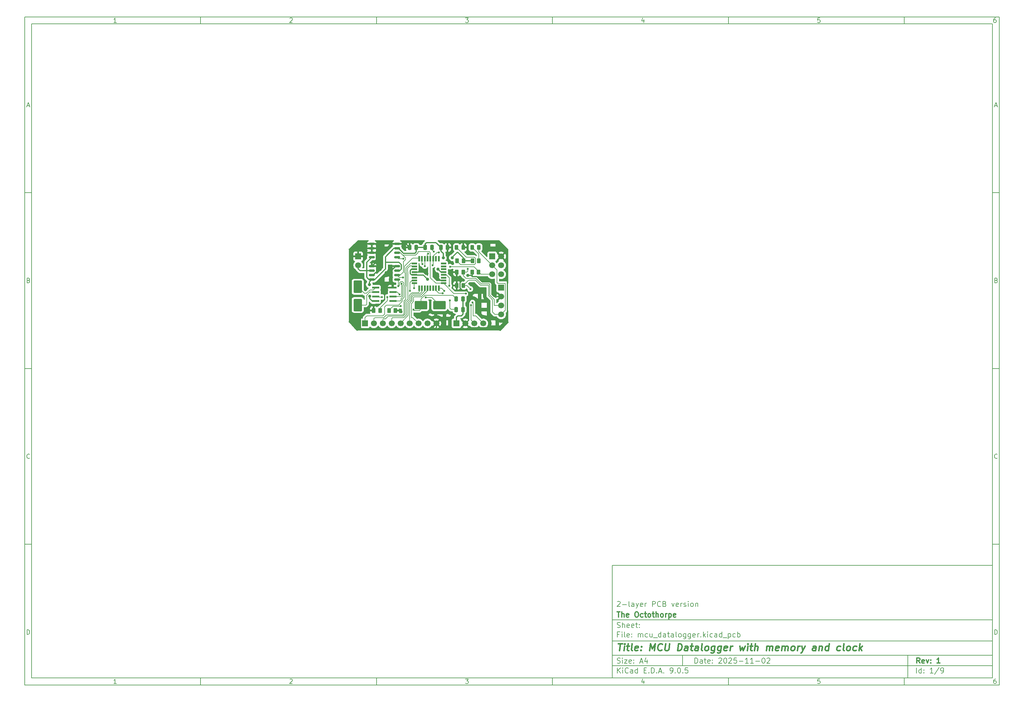
<source format=gbr>
%TF.GenerationSoftware,KiCad,Pcbnew,9.0.5*%
%TF.CreationDate,2025-11-03T15:57:16+06:00*%
%TF.ProjectId,mcu_datalogger,6d63755f-6461-4746-916c-6f676765722e,1*%
%TF.SameCoordinates,Original*%
%TF.FileFunction,Copper,L1,Top*%
%TF.FilePolarity,Positive*%
%FSLAX46Y46*%
G04 Gerber Fmt 4.6, Leading zero omitted, Abs format (unit mm)*
G04 Created by KiCad (PCBNEW 9.0.5) date 2025-11-03 15:57:16*
%MOMM*%
%LPD*%
G01*
G04 APERTURE LIST*
G04 Aperture macros list*
%AMRoundRect*
0 Rectangle with rounded corners*
0 $1 Rounding radius*
0 $2 $3 $4 $5 $6 $7 $8 $9 X,Y pos of 4 corners*
0 Add a 4 corners polygon primitive as box body*
4,1,4,$2,$3,$4,$5,$6,$7,$8,$9,$2,$3,0*
0 Add four circle primitives for the rounded corners*
1,1,$1+$1,$2,$3*
1,1,$1+$1,$4,$5*
1,1,$1+$1,$6,$7*
1,1,$1+$1,$8,$9*
0 Add four rect primitives between the rounded corners*
20,1,$1+$1,$2,$3,$4,$5,0*
20,1,$1+$1,$4,$5,$6,$7,0*
20,1,$1+$1,$6,$7,$8,$9,0*
20,1,$1+$1,$8,$9,$2,$3,0*%
G04 Aperture macros list end*
%ADD10C,0.100000*%
%ADD11C,0.150000*%
%ADD12C,0.300000*%
%ADD13C,0.400000*%
%TA.AperFunction,SMDPad,CuDef*%
%ADD14RoundRect,0.073750X-0.911250X-0.221250X0.911250X-0.221250X0.911250X0.221250X-0.911250X0.221250X0*%
%TD*%
%TA.AperFunction,SMDPad,CuDef*%
%ADD15RoundRect,0.250000X-0.250000X-0.475000X0.250000X-0.475000X0.250000X0.475000X-0.250000X0.475000X0*%
%TD*%
%TA.AperFunction,SMDPad,CuDef*%
%ADD16RoundRect,0.250000X0.250000X0.475000X-0.250000X0.475000X-0.250000X-0.475000X0.250000X-0.475000X0*%
%TD*%
%TA.AperFunction,ComponentPad*%
%ADD17R,1.700000X1.700000*%
%TD*%
%TA.AperFunction,ComponentPad*%
%ADD18C,1.700000*%
%TD*%
%TA.AperFunction,SMDPad,CuDef*%
%ADD19RoundRect,0.250000X-0.262500X-0.450000X0.262500X-0.450000X0.262500X0.450000X-0.262500X0.450000X0*%
%TD*%
%TA.AperFunction,SMDPad,CuDef*%
%ADD20RoundRect,0.250000X0.262500X0.450000X-0.262500X0.450000X-0.262500X-0.450000X0.262500X-0.450000X0*%
%TD*%
%TA.AperFunction,SMDPad,CuDef*%
%ADD21RoundRect,0.162500X-0.650000X-0.162500X0.650000X-0.162500X0.650000X0.162500X-0.650000X0.162500X0*%
%TD*%
%TA.AperFunction,SMDPad,CuDef*%
%ADD22RoundRect,0.250001X0.949999X-1.499999X0.949999X1.499999X-0.949999X1.499999X-0.949999X-1.499999X0*%
%TD*%
%TA.AperFunction,SMDPad,CuDef*%
%ADD23RoundRect,0.250001X1.499999X0.949999X-1.499999X0.949999X-1.499999X-0.949999X1.499999X-0.949999X0*%
%TD*%
%TA.AperFunction,SMDPad,CuDef*%
%ADD24RoundRect,0.243750X-0.243750X-0.456250X0.243750X-0.456250X0.243750X0.456250X-0.243750X0.456250X0*%
%TD*%
%TA.AperFunction,SMDPad,CuDef*%
%ADD25RoundRect,0.068750X-0.666250X-0.206250X0.666250X-0.206250X0.666250X0.206250X-0.666250X0.206250X0*%
%TD*%
%TA.AperFunction,SMDPad,CuDef*%
%ADD26RoundRect,0.068750X-0.206250X-0.666250X0.206250X-0.666250X0.206250X0.666250X-0.206250X0.666250X0*%
%TD*%
%TA.AperFunction,ViaPad*%
%ADD27C,0.900000*%
%TD*%
%TA.AperFunction,ViaPad*%
%ADD28C,0.600000*%
%TD*%
%TA.AperFunction,Conductor*%
%ADD29C,0.350000*%
%TD*%
%TA.AperFunction,Conductor*%
%ADD30C,0.200000*%
%TD*%
G04 APERTURE END LIST*
D10*
D11*
X177002200Y-166007200D02*
X285002200Y-166007200D01*
X285002200Y-198007200D01*
X177002200Y-198007200D01*
X177002200Y-166007200D01*
D10*
D11*
X10000000Y-10000000D02*
X287002200Y-10000000D01*
X287002200Y-200007200D01*
X10000000Y-200007200D01*
X10000000Y-10000000D01*
D10*
D11*
X12000000Y-12000000D02*
X285002200Y-12000000D01*
X285002200Y-198007200D01*
X12000000Y-198007200D01*
X12000000Y-12000000D01*
D10*
D11*
X60000000Y-12000000D02*
X60000000Y-10000000D01*
D10*
D11*
X110000000Y-12000000D02*
X110000000Y-10000000D01*
D10*
D11*
X160000000Y-12000000D02*
X160000000Y-10000000D01*
D10*
D11*
X210000000Y-12000000D02*
X210000000Y-10000000D01*
D10*
D11*
X260000000Y-12000000D02*
X260000000Y-10000000D01*
D10*
D11*
X36089160Y-11593604D02*
X35346303Y-11593604D01*
X35717731Y-11593604D02*
X35717731Y-10293604D01*
X35717731Y-10293604D02*
X35593922Y-10479319D01*
X35593922Y-10479319D02*
X35470112Y-10603128D01*
X35470112Y-10603128D02*
X35346303Y-10665033D01*
D10*
D11*
X85346303Y-10417414D02*
X85408207Y-10355509D01*
X85408207Y-10355509D02*
X85532017Y-10293604D01*
X85532017Y-10293604D02*
X85841541Y-10293604D01*
X85841541Y-10293604D02*
X85965350Y-10355509D01*
X85965350Y-10355509D02*
X86027255Y-10417414D01*
X86027255Y-10417414D02*
X86089160Y-10541223D01*
X86089160Y-10541223D02*
X86089160Y-10665033D01*
X86089160Y-10665033D02*
X86027255Y-10850747D01*
X86027255Y-10850747D02*
X85284398Y-11593604D01*
X85284398Y-11593604D02*
X86089160Y-11593604D01*
D10*
D11*
X135284398Y-10293604D02*
X136089160Y-10293604D01*
X136089160Y-10293604D02*
X135655826Y-10788842D01*
X135655826Y-10788842D02*
X135841541Y-10788842D01*
X135841541Y-10788842D02*
X135965350Y-10850747D01*
X135965350Y-10850747D02*
X136027255Y-10912652D01*
X136027255Y-10912652D02*
X136089160Y-11036461D01*
X136089160Y-11036461D02*
X136089160Y-11345985D01*
X136089160Y-11345985D02*
X136027255Y-11469795D01*
X136027255Y-11469795D02*
X135965350Y-11531700D01*
X135965350Y-11531700D02*
X135841541Y-11593604D01*
X135841541Y-11593604D02*
X135470112Y-11593604D01*
X135470112Y-11593604D02*
X135346303Y-11531700D01*
X135346303Y-11531700D02*
X135284398Y-11469795D01*
D10*
D11*
X185965350Y-10726938D02*
X185965350Y-11593604D01*
X185655826Y-10231700D02*
X185346303Y-11160271D01*
X185346303Y-11160271D02*
X186151064Y-11160271D01*
D10*
D11*
X236027255Y-10293604D02*
X235408207Y-10293604D01*
X235408207Y-10293604D02*
X235346303Y-10912652D01*
X235346303Y-10912652D02*
X235408207Y-10850747D01*
X235408207Y-10850747D02*
X235532017Y-10788842D01*
X235532017Y-10788842D02*
X235841541Y-10788842D01*
X235841541Y-10788842D02*
X235965350Y-10850747D01*
X235965350Y-10850747D02*
X236027255Y-10912652D01*
X236027255Y-10912652D02*
X236089160Y-11036461D01*
X236089160Y-11036461D02*
X236089160Y-11345985D01*
X236089160Y-11345985D02*
X236027255Y-11469795D01*
X236027255Y-11469795D02*
X235965350Y-11531700D01*
X235965350Y-11531700D02*
X235841541Y-11593604D01*
X235841541Y-11593604D02*
X235532017Y-11593604D01*
X235532017Y-11593604D02*
X235408207Y-11531700D01*
X235408207Y-11531700D02*
X235346303Y-11469795D01*
D10*
D11*
X285965350Y-10293604D02*
X285717731Y-10293604D01*
X285717731Y-10293604D02*
X285593922Y-10355509D01*
X285593922Y-10355509D02*
X285532017Y-10417414D01*
X285532017Y-10417414D02*
X285408207Y-10603128D01*
X285408207Y-10603128D02*
X285346303Y-10850747D01*
X285346303Y-10850747D02*
X285346303Y-11345985D01*
X285346303Y-11345985D02*
X285408207Y-11469795D01*
X285408207Y-11469795D02*
X285470112Y-11531700D01*
X285470112Y-11531700D02*
X285593922Y-11593604D01*
X285593922Y-11593604D02*
X285841541Y-11593604D01*
X285841541Y-11593604D02*
X285965350Y-11531700D01*
X285965350Y-11531700D02*
X286027255Y-11469795D01*
X286027255Y-11469795D02*
X286089160Y-11345985D01*
X286089160Y-11345985D02*
X286089160Y-11036461D01*
X286089160Y-11036461D02*
X286027255Y-10912652D01*
X286027255Y-10912652D02*
X285965350Y-10850747D01*
X285965350Y-10850747D02*
X285841541Y-10788842D01*
X285841541Y-10788842D02*
X285593922Y-10788842D01*
X285593922Y-10788842D02*
X285470112Y-10850747D01*
X285470112Y-10850747D02*
X285408207Y-10912652D01*
X285408207Y-10912652D02*
X285346303Y-11036461D01*
D10*
D11*
X60000000Y-198007200D02*
X60000000Y-200007200D01*
D10*
D11*
X110000000Y-198007200D02*
X110000000Y-200007200D01*
D10*
D11*
X160000000Y-198007200D02*
X160000000Y-200007200D01*
D10*
D11*
X210000000Y-198007200D02*
X210000000Y-200007200D01*
D10*
D11*
X260000000Y-198007200D02*
X260000000Y-200007200D01*
D10*
D11*
X36089160Y-199600804D02*
X35346303Y-199600804D01*
X35717731Y-199600804D02*
X35717731Y-198300804D01*
X35717731Y-198300804D02*
X35593922Y-198486519D01*
X35593922Y-198486519D02*
X35470112Y-198610328D01*
X35470112Y-198610328D02*
X35346303Y-198672233D01*
D10*
D11*
X85346303Y-198424614D02*
X85408207Y-198362709D01*
X85408207Y-198362709D02*
X85532017Y-198300804D01*
X85532017Y-198300804D02*
X85841541Y-198300804D01*
X85841541Y-198300804D02*
X85965350Y-198362709D01*
X85965350Y-198362709D02*
X86027255Y-198424614D01*
X86027255Y-198424614D02*
X86089160Y-198548423D01*
X86089160Y-198548423D02*
X86089160Y-198672233D01*
X86089160Y-198672233D02*
X86027255Y-198857947D01*
X86027255Y-198857947D02*
X85284398Y-199600804D01*
X85284398Y-199600804D02*
X86089160Y-199600804D01*
D10*
D11*
X135284398Y-198300804D02*
X136089160Y-198300804D01*
X136089160Y-198300804D02*
X135655826Y-198796042D01*
X135655826Y-198796042D02*
X135841541Y-198796042D01*
X135841541Y-198796042D02*
X135965350Y-198857947D01*
X135965350Y-198857947D02*
X136027255Y-198919852D01*
X136027255Y-198919852D02*
X136089160Y-199043661D01*
X136089160Y-199043661D02*
X136089160Y-199353185D01*
X136089160Y-199353185D02*
X136027255Y-199476995D01*
X136027255Y-199476995D02*
X135965350Y-199538900D01*
X135965350Y-199538900D02*
X135841541Y-199600804D01*
X135841541Y-199600804D02*
X135470112Y-199600804D01*
X135470112Y-199600804D02*
X135346303Y-199538900D01*
X135346303Y-199538900D02*
X135284398Y-199476995D01*
D10*
D11*
X185965350Y-198734138D02*
X185965350Y-199600804D01*
X185655826Y-198238900D02*
X185346303Y-199167471D01*
X185346303Y-199167471D02*
X186151064Y-199167471D01*
D10*
D11*
X236027255Y-198300804D02*
X235408207Y-198300804D01*
X235408207Y-198300804D02*
X235346303Y-198919852D01*
X235346303Y-198919852D02*
X235408207Y-198857947D01*
X235408207Y-198857947D02*
X235532017Y-198796042D01*
X235532017Y-198796042D02*
X235841541Y-198796042D01*
X235841541Y-198796042D02*
X235965350Y-198857947D01*
X235965350Y-198857947D02*
X236027255Y-198919852D01*
X236027255Y-198919852D02*
X236089160Y-199043661D01*
X236089160Y-199043661D02*
X236089160Y-199353185D01*
X236089160Y-199353185D02*
X236027255Y-199476995D01*
X236027255Y-199476995D02*
X235965350Y-199538900D01*
X235965350Y-199538900D02*
X235841541Y-199600804D01*
X235841541Y-199600804D02*
X235532017Y-199600804D01*
X235532017Y-199600804D02*
X235408207Y-199538900D01*
X235408207Y-199538900D02*
X235346303Y-199476995D01*
D10*
D11*
X285965350Y-198300804D02*
X285717731Y-198300804D01*
X285717731Y-198300804D02*
X285593922Y-198362709D01*
X285593922Y-198362709D02*
X285532017Y-198424614D01*
X285532017Y-198424614D02*
X285408207Y-198610328D01*
X285408207Y-198610328D02*
X285346303Y-198857947D01*
X285346303Y-198857947D02*
X285346303Y-199353185D01*
X285346303Y-199353185D02*
X285408207Y-199476995D01*
X285408207Y-199476995D02*
X285470112Y-199538900D01*
X285470112Y-199538900D02*
X285593922Y-199600804D01*
X285593922Y-199600804D02*
X285841541Y-199600804D01*
X285841541Y-199600804D02*
X285965350Y-199538900D01*
X285965350Y-199538900D02*
X286027255Y-199476995D01*
X286027255Y-199476995D02*
X286089160Y-199353185D01*
X286089160Y-199353185D02*
X286089160Y-199043661D01*
X286089160Y-199043661D02*
X286027255Y-198919852D01*
X286027255Y-198919852D02*
X285965350Y-198857947D01*
X285965350Y-198857947D02*
X285841541Y-198796042D01*
X285841541Y-198796042D02*
X285593922Y-198796042D01*
X285593922Y-198796042D02*
X285470112Y-198857947D01*
X285470112Y-198857947D02*
X285408207Y-198919852D01*
X285408207Y-198919852D02*
X285346303Y-199043661D01*
D10*
D11*
X10000000Y-60000000D02*
X12000000Y-60000000D01*
D10*
D11*
X10000000Y-110000000D02*
X12000000Y-110000000D01*
D10*
D11*
X10000000Y-160000000D02*
X12000000Y-160000000D01*
D10*
D11*
X10690476Y-35222176D02*
X11309523Y-35222176D01*
X10566666Y-35593604D02*
X10999999Y-34293604D01*
X10999999Y-34293604D02*
X11433333Y-35593604D01*
D10*
D11*
X11092857Y-84912652D02*
X11278571Y-84974557D01*
X11278571Y-84974557D02*
X11340476Y-85036461D01*
X11340476Y-85036461D02*
X11402380Y-85160271D01*
X11402380Y-85160271D02*
X11402380Y-85345985D01*
X11402380Y-85345985D02*
X11340476Y-85469795D01*
X11340476Y-85469795D02*
X11278571Y-85531700D01*
X11278571Y-85531700D02*
X11154761Y-85593604D01*
X11154761Y-85593604D02*
X10659523Y-85593604D01*
X10659523Y-85593604D02*
X10659523Y-84293604D01*
X10659523Y-84293604D02*
X11092857Y-84293604D01*
X11092857Y-84293604D02*
X11216666Y-84355509D01*
X11216666Y-84355509D02*
X11278571Y-84417414D01*
X11278571Y-84417414D02*
X11340476Y-84541223D01*
X11340476Y-84541223D02*
X11340476Y-84665033D01*
X11340476Y-84665033D02*
X11278571Y-84788842D01*
X11278571Y-84788842D02*
X11216666Y-84850747D01*
X11216666Y-84850747D02*
X11092857Y-84912652D01*
X11092857Y-84912652D02*
X10659523Y-84912652D01*
D10*
D11*
X11402380Y-135469795D02*
X11340476Y-135531700D01*
X11340476Y-135531700D02*
X11154761Y-135593604D01*
X11154761Y-135593604D02*
X11030952Y-135593604D01*
X11030952Y-135593604D02*
X10845238Y-135531700D01*
X10845238Y-135531700D02*
X10721428Y-135407890D01*
X10721428Y-135407890D02*
X10659523Y-135284080D01*
X10659523Y-135284080D02*
X10597619Y-135036461D01*
X10597619Y-135036461D02*
X10597619Y-134850747D01*
X10597619Y-134850747D02*
X10659523Y-134603128D01*
X10659523Y-134603128D02*
X10721428Y-134479319D01*
X10721428Y-134479319D02*
X10845238Y-134355509D01*
X10845238Y-134355509D02*
X11030952Y-134293604D01*
X11030952Y-134293604D02*
X11154761Y-134293604D01*
X11154761Y-134293604D02*
X11340476Y-134355509D01*
X11340476Y-134355509D02*
X11402380Y-134417414D01*
D10*
D11*
X10659523Y-185593604D02*
X10659523Y-184293604D01*
X10659523Y-184293604D02*
X10969047Y-184293604D01*
X10969047Y-184293604D02*
X11154761Y-184355509D01*
X11154761Y-184355509D02*
X11278571Y-184479319D01*
X11278571Y-184479319D02*
X11340476Y-184603128D01*
X11340476Y-184603128D02*
X11402380Y-184850747D01*
X11402380Y-184850747D02*
X11402380Y-185036461D01*
X11402380Y-185036461D02*
X11340476Y-185284080D01*
X11340476Y-185284080D02*
X11278571Y-185407890D01*
X11278571Y-185407890D02*
X11154761Y-185531700D01*
X11154761Y-185531700D02*
X10969047Y-185593604D01*
X10969047Y-185593604D02*
X10659523Y-185593604D01*
D10*
D11*
X287002200Y-60000000D02*
X285002200Y-60000000D01*
D10*
D11*
X287002200Y-110000000D02*
X285002200Y-110000000D01*
D10*
D11*
X287002200Y-160000000D02*
X285002200Y-160000000D01*
D10*
D11*
X285692676Y-35222176D02*
X286311723Y-35222176D01*
X285568866Y-35593604D02*
X286002199Y-34293604D01*
X286002199Y-34293604D02*
X286435533Y-35593604D01*
D10*
D11*
X286095057Y-84912652D02*
X286280771Y-84974557D01*
X286280771Y-84974557D02*
X286342676Y-85036461D01*
X286342676Y-85036461D02*
X286404580Y-85160271D01*
X286404580Y-85160271D02*
X286404580Y-85345985D01*
X286404580Y-85345985D02*
X286342676Y-85469795D01*
X286342676Y-85469795D02*
X286280771Y-85531700D01*
X286280771Y-85531700D02*
X286156961Y-85593604D01*
X286156961Y-85593604D02*
X285661723Y-85593604D01*
X285661723Y-85593604D02*
X285661723Y-84293604D01*
X285661723Y-84293604D02*
X286095057Y-84293604D01*
X286095057Y-84293604D02*
X286218866Y-84355509D01*
X286218866Y-84355509D02*
X286280771Y-84417414D01*
X286280771Y-84417414D02*
X286342676Y-84541223D01*
X286342676Y-84541223D02*
X286342676Y-84665033D01*
X286342676Y-84665033D02*
X286280771Y-84788842D01*
X286280771Y-84788842D02*
X286218866Y-84850747D01*
X286218866Y-84850747D02*
X286095057Y-84912652D01*
X286095057Y-84912652D02*
X285661723Y-84912652D01*
D10*
D11*
X286404580Y-135469795D02*
X286342676Y-135531700D01*
X286342676Y-135531700D02*
X286156961Y-135593604D01*
X286156961Y-135593604D02*
X286033152Y-135593604D01*
X286033152Y-135593604D02*
X285847438Y-135531700D01*
X285847438Y-135531700D02*
X285723628Y-135407890D01*
X285723628Y-135407890D02*
X285661723Y-135284080D01*
X285661723Y-135284080D02*
X285599819Y-135036461D01*
X285599819Y-135036461D02*
X285599819Y-134850747D01*
X285599819Y-134850747D02*
X285661723Y-134603128D01*
X285661723Y-134603128D02*
X285723628Y-134479319D01*
X285723628Y-134479319D02*
X285847438Y-134355509D01*
X285847438Y-134355509D02*
X286033152Y-134293604D01*
X286033152Y-134293604D02*
X286156961Y-134293604D01*
X286156961Y-134293604D02*
X286342676Y-134355509D01*
X286342676Y-134355509D02*
X286404580Y-134417414D01*
D10*
D11*
X285661723Y-185593604D02*
X285661723Y-184293604D01*
X285661723Y-184293604D02*
X285971247Y-184293604D01*
X285971247Y-184293604D02*
X286156961Y-184355509D01*
X286156961Y-184355509D02*
X286280771Y-184479319D01*
X286280771Y-184479319D02*
X286342676Y-184603128D01*
X286342676Y-184603128D02*
X286404580Y-184850747D01*
X286404580Y-184850747D02*
X286404580Y-185036461D01*
X286404580Y-185036461D02*
X286342676Y-185284080D01*
X286342676Y-185284080D02*
X286280771Y-185407890D01*
X286280771Y-185407890D02*
X286156961Y-185531700D01*
X286156961Y-185531700D02*
X285971247Y-185593604D01*
X285971247Y-185593604D02*
X285661723Y-185593604D01*
D10*
D11*
X200458026Y-193793328D02*
X200458026Y-192293328D01*
X200458026Y-192293328D02*
X200815169Y-192293328D01*
X200815169Y-192293328D02*
X201029455Y-192364757D01*
X201029455Y-192364757D02*
X201172312Y-192507614D01*
X201172312Y-192507614D02*
X201243741Y-192650471D01*
X201243741Y-192650471D02*
X201315169Y-192936185D01*
X201315169Y-192936185D02*
X201315169Y-193150471D01*
X201315169Y-193150471D02*
X201243741Y-193436185D01*
X201243741Y-193436185D02*
X201172312Y-193579042D01*
X201172312Y-193579042D02*
X201029455Y-193721900D01*
X201029455Y-193721900D02*
X200815169Y-193793328D01*
X200815169Y-193793328D02*
X200458026Y-193793328D01*
X202600884Y-193793328D02*
X202600884Y-193007614D01*
X202600884Y-193007614D02*
X202529455Y-192864757D01*
X202529455Y-192864757D02*
X202386598Y-192793328D01*
X202386598Y-192793328D02*
X202100884Y-192793328D01*
X202100884Y-192793328D02*
X201958026Y-192864757D01*
X202600884Y-193721900D02*
X202458026Y-193793328D01*
X202458026Y-193793328D02*
X202100884Y-193793328D01*
X202100884Y-193793328D02*
X201958026Y-193721900D01*
X201958026Y-193721900D02*
X201886598Y-193579042D01*
X201886598Y-193579042D02*
X201886598Y-193436185D01*
X201886598Y-193436185D02*
X201958026Y-193293328D01*
X201958026Y-193293328D02*
X202100884Y-193221900D01*
X202100884Y-193221900D02*
X202458026Y-193221900D01*
X202458026Y-193221900D02*
X202600884Y-193150471D01*
X203100884Y-192793328D02*
X203672312Y-192793328D01*
X203315169Y-192293328D02*
X203315169Y-193579042D01*
X203315169Y-193579042D02*
X203386598Y-193721900D01*
X203386598Y-193721900D02*
X203529455Y-193793328D01*
X203529455Y-193793328D02*
X203672312Y-193793328D01*
X204743741Y-193721900D02*
X204600884Y-193793328D01*
X204600884Y-193793328D02*
X204315170Y-193793328D01*
X204315170Y-193793328D02*
X204172312Y-193721900D01*
X204172312Y-193721900D02*
X204100884Y-193579042D01*
X204100884Y-193579042D02*
X204100884Y-193007614D01*
X204100884Y-193007614D02*
X204172312Y-192864757D01*
X204172312Y-192864757D02*
X204315170Y-192793328D01*
X204315170Y-192793328D02*
X204600884Y-192793328D01*
X204600884Y-192793328D02*
X204743741Y-192864757D01*
X204743741Y-192864757D02*
X204815170Y-193007614D01*
X204815170Y-193007614D02*
X204815170Y-193150471D01*
X204815170Y-193150471D02*
X204100884Y-193293328D01*
X205458026Y-193650471D02*
X205529455Y-193721900D01*
X205529455Y-193721900D02*
X205458026Y-193793328D01*
X205458026Y-193793328D02*
X205386598Y-193721900D01*
X205386598Y-193721900D02*
X205458026Y-193650471D01*
X205458026Y-193650471D02*
X205458026Y-193793328D01*
X205458026Y-192864757D02*
X205529455Y-192936185D01*
X205529455Y-192936185D02*
X205458026Y-193007614D01*
X205458026Y-193007614D02*
X205386598Y-192936185D01*
X205386598Y-192936185D02*
X205458026Y-192864757D01*
X205458026Y-192864757D02*
X205458026Y-193007614D01*
X207243741Y-192436185D02*
X207315169Y-192364757D01*
X207315169Y-192364757D02*
X207458027Y-192293328D01*
X207458027Y-192293328D02*
X207815169Y-192293328D01*
X207815169Y-192293328D02*
X207958027Y-192364757D01*
X207958027Y-192364757D02*
X208029455Y-192436185D01*
X208029455Y-192436185D02*
X208100884Y-192579042D01*
X208100884Y-192579042D02*
X208100884Y-192721900D01*
X208100884Y-192721900D02*
X208029455Y-192936185D01*
X208029455Y-192936185D02*
X207172312Y-193793328D01*
X207172312Y-193793328D02*
X208100884Y-193793328D01*
X209029455Y-192293328D02*
X209172312Y-192293328D01*
X209172312Y-192293328D02*
X209315169Y-192364757D01*
X209315169Y-192364757D02*
X209386598Y-192436185D01*
X209386598Y-192436185D02*
X209458026Y-192579042D01*
X209458026Y-192579042D02*
X209529455Y-192864757D01*
X209529455Y-192864757D02*
X209529455Y-193221900D01*
X209529455Y-193221900D02*
X209458026Y-193507614D01*
X209458026Y-193507614D02*
X209386598Y-193650471D01*
X209386598Y-193650471D02*
X209315169Y-193721900D01*
X209315169Y-193721900D02*
X209172312Y-193793328D01*
X209172312Y-193793328D02*
X209029455Y-193793328D01*
X209029455Y-193793328D02*
X208886598Y-193721900D01*
X208886598Y-193721900D02*
X208815169Y-193650471D01*
X208815169Y-193650471D02*
X208743740Y-193507614D01*
X208743740Y-193507614D02*
X208672312Y-193221900D01*
X208672312Y-193221900D02*
X208672312Y-192864757D01*
X208672312Y-192864757D02*
X208743740Y-192579042D01*
X208743740Y-192579042D02*
X208815169Y-192436185D01*
X208815169Y-192436185D02*
X208886598Y-192364757D01*
X208886598Y-192364757D02*
X209029455Y-192293328D01*
X210100883Y-192436185D02*
X210172311Y-192364757D01*
X210172311Y-192364757D02*
X210315169Y-192293328D01*
X210315169Y-192293328D02*
X210672311Y-192293328D01*
X210672311Y-192293328D02*
X210815169Y-192364757D01*
X210815169Y-192364757D02*
X210886597Y-192436185D01*
X210886597Y-192436185D02*
X210958026Y-192579042D01*
X210958026Y-192579042D02*
X210958026Y-192721900D01*
X210958026Y-192721900D02*
X210886597Y-192936185D01*
X210886597Y-192936185D02*
X210029454Y-193793328D01*
X210029454Y-193793328D02*
X210958026Y-193793328D01*
X212315168Y-192293328D02*
X211600882Y-192293328D01*
X211600882Y-192293328D02*
X211529454Y-193007614D01*
X211529454Y-193007614D02*
X211600882Y-192936185D01*
X211600882Y-192936185D02*
X211743740Y-192864757D01*
X211743740Y-192864757D02*
X212100882Y-192864757D01*
X212100882Y-192864757D02*
X212243740Y-192936185D01*
X212243740Y-192936185D02*
X212315168Y-193007614D01*
X212315168Y-193007614D02*
X212386597Y-193150471D01*
X212386597Y-193150471D02*
X212386597Y-193507614D01*
X212386597Y-193507614D02*
X212315168Y-193650471D01*
X212315168Y-193650471D02*
X212243740Y-193721900D01*
X212243740Y-193721900D02*
X212100882Y-193793328D01*
X212100882Y-193793328D02*
X211743740Y-193793328D01*
X211743740Y-193793328D02*
X211600882Y-193721900D01*
X211600882Y-193721900D02*
X211529454Y-193650471D01*
X213029453Y-193221900D02*
X214172311Y-193221900D01*
X215672311Y-193793328D02*
X214815168Y-193793328D01*
X215243739Y-193793328D02*
X215243739Y-192293328D01*
X215243739Y-192293328D02*
X215100882Y-192507614D01*
X215100882Y-192507614D02*
X214958025Y-192650471D01*
X214958025Y-192650471D02*
X214815168Y-192721900D01*
X217100882Y-193793328D02*
X216243739Y-193793328D01*
X216672310Y-193793328D02*
X216672310Y-192293328D01*
X216672310Y-192293328D02*
X216529453Y-192507614D01*
X216529453Y-192507614D02*
X216386596Y-192650471D01*
X216386596Y-192650471D02*
X216243739Y-192721900D01*
X217743738Y-193221900D02*
X218886596Y-193221900D01*
X219886596Y-192293328D02*
X220029453Y-192293328D01*
X220029453Y-192293328D02*
X220172310Y-192364757D01*
X220172310Y-192364757D02*
X220243739Y-192436185D01*
X220243739Y-192436185D02*
X220315167Y-192579042D01*
X220315167Y-192579042D02*
X220386596Y-192864757D01*
X220386596Y-192864757D02*
X220386596Y-193221900D01*
X220386596Y-193221900D02*
X220315167Y-193507614D01*
X220315167Y-193507614D02*
X220243739Y-193650471D01*
X220243739Y-193650471D02*
X220172310Y-193721900D01*
X220172310Y-193721900D02*
X220029453Y-193793328D01*
X220029453Y-193793328D02*
X219886596Y-193793328D01*
X219886596Y-193793328D02*
X219743739Y-193721900D01*
X219743739Y-193721900D02*
X219672310Y-193650471D01*
X219672310Y-193650471D02*
X219600881Y-193507614D01*
X219600881Y-193507614D02*
X219529453Y-193221900D01*
X219529453Y-193221900D02*
X219529453Y-192864757D01*
X219529453Y-192864757D02*
X219600881Y-192579042D01*
X219600881Y-192579042D02*
X219672310Y-192436185D01*
X219672310Y-192436185D02*
X219743739Y-192364757D01*
X219743739Y-192364757D02*
X219886596Y-192293328D01*
X220958024Y-192436185D02*
X221029452Y-192364757D01*
X221029452Y-192364757D02*
X221172310Y-192293328D01*
X221172310Y-192293328D02*
X221529452Y-192293328D01*
X221529452Y-192293328D02*
X221672310Y-192364757D01*
X221672310Y-192364757D02*
X221743738Y-192436185D01*
X221743738Y-192436185D02*
X221815167Y-192579042D01*
X221815167Y-192579042D02*
X221815167Y-192721900D01*
X221815167Y-192721900D02*
X221743738Y-192936185D01*
X221743738Y-192936185D02*
X220886595Y-193793328D01*
X220886595Y-193793328D02*
X221815167Y-193793328D01*
D10*
D11*
X177002200Y-194507200D02*
X285002200Y-194507200D01*
D10*
D11*
X178458026Y-196593328D02*
X178458026Y-195093328D01*
X179315169Y-196593328D02*
X178672312Y-195736185D01*
X179315169Y-195093328D02*
X178458026Y-195950471D01*
X179958026Y-196593328D02*
X179958026Y-195593328D01*
X179958026Y-195093328D02*
X179886598Y-195164757D01*
X179886598Y-195164757D02*
X179958026Y-195236185D01*
X179958026Y-195236185D02*
X180029455Y-195164757D01*
X180029455Y-195164757D02*
X179958026Y-195093328D01*
X179958026Y-195093328D02*
X179958026Y-195236185D01*
X181529455Y-196450471D02*
X181458027Y-196521900D01*
X181458027Y-196521900D02*
X181243741Y-196593328D01*
X181243741Y-196593328D02*
X181100884Y-196593328D01*
X181100884Y-196593328D02*
X180886598Y-196521900D01*
X180886598Y-196521900D02*
X180743741Y-196379042D01*
X180743741Y-196379042D02*
X180672312Y-196236185D01*
X180672312Y-196236185D02*
X180600884Y-195950471D01*
X180600884Y-195950471D02*
X180600884Y-195736185D01*
X180600884Y-195736185D02*
X180672312Y-195450471D01*
X180672312Y-195450471D02*
X180743741Y-195307614D01*
X180743741Y-195307614D02*
X180886598Y-195164757D01*
X180886598Y-195164757D02*
X181100884Y-195093328D01*
X181100884Y-195093328D02*
X181243741Y-195093328D01*
X181243741Y-195093328D02*
X181458027Y-195164757D01*
X181458027Y-195164757D02*
X181529455Y-195236185D01*
X182815170Y-196593328D02*
X182815170Y-195807614D01*
X182815170Y-195807614D02*
X182743741Y-195664757D01*
X182743741Y-195664757D02*
X182600884Y-195593328D01*
X182600884Y-195593328D02*
X182315170Y-195593328D01*
X182315170Y-195593328D02*
X182172312Y-195664757D01*
X182815170Y-196521900D02*
X182672312Y-196593328D01*
X182672312Y-196593328D02*
X182315170Y-196593328D01*
X182315170Y-196593328D02*
X182172312Y-196521900D01*
X182172312Y-196521900D02*
X182100884Y-196379042D01*
X182100884Y-196379042D02*
X182100884Y-196236185D01*
X182100884Y-196236185D02*
X182172312Y-196093328D01*
X182172312Y-196093328D02*
X182315170Y-196021900D01*
X182315170Y-196021900D02*
X182672312Y-196021900D01*
X182672312Y-196021900D02*
X182815170Y-195950471D01*
X184172313Y-196593328D02*
X184172313Y-195093328D01*
X184172313Y-196521900D02*
X184029455Y-196593328D01*
X184029455Y-196593328D02*
X183743741Y-196593328D01*
X183743741Y-196593328D02*
X183600884Y-196521900D01*
X183600884Y-196521900D02*
X183529455Y-196450471D01*
X183529455Y-196450471D02*
X183458027Y-196307614D01*
X183458027Y-196307614D02*
X183458027Y-195879042D01*
X183458027Y-195879042D02*
X183529455Y-195736185D01*
X183529455Y-195736185D02*
X183600884Y-195664757D01*
X183600884Y-195664757D02*
X183743741Y-195593328D01*
X183743741Y-195593328D02*
X184029455Y-195593328D01*
X184029455Y-195593328D02*
X184172313Y-195664757D01*
X186029455Y-195807614D02*
X186529455Y-195807614D01*
X186743741Y-196593328D02*
X186029455Y-196593328D01*
X186029455Y-196593328D02*
X186029455Y-195093328D01*
X186029455Y-195093328D02*
X186743741Y-195093328D01*
X187386598Y-196450471D02*
X187458027Y-196521900D01*
X187458027Y-196521900D02*
X187386598Y-196593328D01*
X187386598Y-196593328D02*
X187315170Y-196521900D01*
X187315170Y-196521900D02*
X187386598Y-196450471D01*
X187386598Y-196450471D02*
X187386598Y-196593328D01*
X188100884Y-196593328D02*
X188100884Y-195093328D01*
X188100884Y-195093328D02*
X188458027Y-195093328D01*
X188458027Y-195093328D02*
X188672313Y-195164757D01*
X188672313Y-195164757D02*
X188815170Y-195307614D01*
X188815170Y-195307614D02*
X188886599Y-195450471D01*
X188886599Y-195450471D02*
X188958027Y-195736185D01*
X188958027Y-195736185D02*
X188958027Y-195950471D01*
X188958027Y-195950471D02*
X188886599Y-196236185D01*
X188886599Y-196236185D02*
X188815170Y-196379042D01*
X188815170Y-196379042D02*
X188672313Y-196521900D01*
X188672313Y-196521900D02*
X188458027Y-196593328D01*
X188458027Y-196593328D02*
X188100884Y-196593328D01*
X189600884Y-196450471D02*
X189672313Y-196521900D01*
X189672313Y-196521900D02*
X189600884Y-196593328D01*
X189600884Y-196593328D02*
X189529456Y-196521900D01*
X189529456Y-196521900D02*
X189600884Y-196450471D01*
X189600884Y-196450471D02*
X189600884Y-196593328D01*
X190243742Y-196164757D02*
X190958028Y-196164757D01*
X190100885Y-196593328D02*
X190600885Y-195093328D01*
X190600885Y-195093328D02*
X191100885Y-196593328D01*
X191600884Y-196450471D02*
X191672313Y-196521900D01*
X191672313Y-196521900D02*
X191600884Y-196593328D01*
X191600884Y-196593328D02*
X191529456Y-196521900D01*
X191529456Y-196521900D02*
X191600884Y-196450471D01*
X191600884Y-196450471D02*
X191600884Y-196593328D01*
X193529456Y-196593328D02*
X193815170Y-196593328D01*
X193815170Y-196593328D02*
X193958027Y-196521900D01*
X193958027Y-196521900D02*
X194029456Y-196450471D01*
X194029456Y-196450471D02*
X194172313Y-196236185D01*
X194172313Y-196236185D02*
X194243742Y-195950471D01*
X194243742Y-195950471D02*
X194243742Y-195379042D01*
X194243742Y-195379042D02*
X194172313Y-195236185D01*
X194172313Y-195236185D02*
X194100885Y-195164757D01*
X194100885Y-195164757D02*
X193958027Y-195093328D01*
X193958027Y-195093328D02*
X193672313Y-195093328D01*
X193672313Y-195093328D02*
X193529456Y-195164757D01*
X193529456Y-195164757D02*
X193458027Y-195236185D01*
X193458027Y-195236185D02*
X193386599Y-195379042D01*
X193386599Y-195379042D02*
X193386599Y-195736185D01*
X193386599Y-195736185D02*
X193458027Y-195879042D01*
X193458027Y-195879042D02*
X193529456Y-195950471D01*
X193529456Y-195950471D02*
X193672313Y-196021900D01*
X193672313Y-196021900D02*
X193958027Y-196021900D01*
X193958027Y-196021900D02*
X194100885Y-195950471D01*
X194100885Y-195950471D02*
X194172313Y-195879042D01*
X194172313Y-195879042D02*
X194243742Y-195736185D01*
X194886598Y-196450471D02*
X194958027Y-196521900D01*
X194958027Y-196521900D02*
X194886598Y-196593328D01*
X194886598Y-196593328D02*
X194815170Y-196521900D01*
X194815170Y-196521900D02*
X194886598Y-196450471D01*
X194886598Y-196450471D02*
X194886598Y-196593328D01*
X195886599Y-195093328D02*
X196029456Y-195093328D01*
X196029456Y-195093328D02*
X196172313Y-195164757D01*
X196172313Y-195164757D02*
X196243742Y-195236185D01*
X196243742Y-195236185D02*
X196315170Y-195379042D01*
X196315170Y-195379042D02*
X196386599Y-195664757D01*
X196386599Y-195664757D02*
X196386599Y-196021900D01*
X196386599Y-196021900D02*
X196315170Y-196307614D01*
X196315170Y-196307614D02*
X196243742Y-196450471D01*
X196243742Y-196450471D02*
X196172313Y-196521900D01*
X196172313Y-196521900D02*
X196029456Y-196593328D01*
X196029456Y-196593328D02*
X195886599Y-196593328D01*
X195886599Y-196593328D02*
X195743742Y-196521900D01*
X195743742Y-196521900D02*
X195672313Y-196450471D01*
X195672313Y-196450471D02*
X195600884Y-196307614D01*
X195600884Y-196307614D02*
X195529456Y-196021900D01*
X195529456Y-196021900D02*
X195529456Y-195664757D01*
X195529456Y-195664757D02*
X195600884Y-195379042D01*
X195600884Y-195379042D02*
X195672313Y-195236185D01*
X195672313Y-195236185D02*
X195743742Y-195164757D01*
X195743742Y-195164757D02*
X195886599Y-195093328D01*
X197029455Y-196450471D02*
X197100884Y-196521900D01*
X197100884Y-196521900D02*
X197029455Y-196593328D01*
X197029455Y-196593328D02*
X196958027Y-196521900D01*
X196958027Y-196521900D02*
X197029455Y-196450471D01*
X197029455Y-196450471D02*
X197029455Y-196593328D01*
X198458027Y-195093328D02*
X197743741Y-195093328D01*
X197743741Y-195093328D02*
X197672313Y-195807614D01*
X197672313Y-195807614D02*
X197743741Y-195736185D01*
X197743741Y-195736185D02*
X197886599Y-195664757D01*
X197886599Y-195664757D02*
X198243741Y-195664757D01*
X198243741Y-195664757D02*
X198386599Y-195736185D01*
X198386599Y-195736185D02*
X198458027Y-195807614D01*
X198458027Y-195807614D02*
X198529456Y-195950471D01*
X198529456Y-195950471D02*
X198529456Y-196307614D01*
X198529456Y-196307614D02*
X198458027Y-196450471D01*
X198458027Y-196450471D02*
X198386599Y-196521900D01*
X198386599Y-196521900D02*
X198243741Y-196593328D01*
X198243741Y-196593328D02*
X197886599Y-196593328D01*
X197886599Y-196593328D02*
X197743741Y-196521900D01*
X197743741Y-196521900D02*
X197672313Y-196450471D01*
D10*
D11*
X177002200Y-191507200D02*
X285002200Y-191507200D01*
D10*
D12*
X264413853Y-193785528D02*
X263913853Y-193071242D01*
X263556710Y-193785528D02*
X263556710Y-192285528D01*
X263556710Y-192285528D02*
X264128139Y-192285528D01*
X264128139Y-192285528D02*
X264270996Y-192356957D01*
X264270996Y-192356957D02*
X264342425Y-192428385D01*
X264342425Y-192428385D02*
X264413853Y-192571242D01*
X264413853Y-192571242D02*
X264413853Y-192785528D01*
X264413853Y-192785528D02*
X264342425Y-192928385D01*
X264342425Y-192928385D02*
X264270996Y-192999814D01*
X264270996Y-192999814D02*
X264128139Y-193071242D01*
X264128139Y-193071242D02*
X263556710Y-193071242D01*
X265628139Y-193714100D02*
X265485282Y-193785528D01*
X265485282Y-193785528D02*
X265199568Y-193785528D01*
X265199568Y-193785528D02*
X265056710Y-193714100D01*
X265056710Y-193714100D02*
X264985282Y-193571242D01*
X264985282Y-193571242D02*
X264985282Y-192999814D01*
X264985282Y-192999814D02*
X265056710Y-192856957D01*
X265056710Y-192856957D02*
X265199568Y-192785528D01*
X265199568Y-192785528D02*
X265485282Y-192785528D01*
X265485282Y-192785528D02*
X265628139Y-192856957D01*
X265628139Y-192856957D02*
X265699568Y-192999814D01*
X265699568Y-192999814D02*
X265699568Y-193142671D01*
X265699568Y-193142671D02*
X264985282Y-193285528D01*
X266199567Y-192785528D02*
X266556710Y-193785528D01*
X266556710Y-193785528D02*
X266913853Y-192785528D01*
X267485281Y-193642671D02*
X267556710Y-193714100D01*
X267556710Y-193714100D02*
X267485281Y-193785528D01*
X267485281Y-193785528D02*
X267413853Y-193714100D01*
X267413853Y-193714100D02*
X267485281Y-193642671D01*
X267485281Y-193642671D02*
X267485281Y-193785528D01*
X267485281Y-192856957D02*
X267556710Y-192928385D01*
X267556710Y-192928385D02*
X267485281Y-192999814D01*
X267485281Y-192999814D02*
X267413853Y-192928385D01*
X267413853Y-192928385D02*
X267485281Y-192856957D01*
X267485281Y-192856957D02*
X267485281Y-192999814D01*
X270128139Y-193785528D02*
X269270996Y-193785528D01*
X269699567Y-193785528D02*
X269699567Y-192285528D01*
X269699567Y-192285528D02*
X269556710Y-192499814D01*
X269556710Y-192499814D02*
X269413853Y-192642671D01*
X269413853Y-192642671D02*
X269270996Y-192714100D01*
D10*
D11*
X178386598Y-193721900D02*
X178600884Y-193793328D01*
X178600884Y-193793328D02*
X178958026Y-193793328D01*
X178958026Y-193793328D02*
X179100884Y-193721900D01*
X179100884Y-193721900D02*
X179172312Y-193650471D01*
X179172312Y-193650471D02*
X179243741Y-193507614D01*
X179243741Y-193507614D02*
X179243741Y-193364757D01*
X179243741Y-193364757D02*
X179172312Y-193221900D01*
X179172312Y-193221900D02*
X179100884Y-193150471D01*
X179100884Y-193150471D02*
X178958026Y-193079042D01*
X178958026Y-193079042D02*
X178672312Y-193007614D01*
X178672312Y-193007614D02*
X178529455Y-192936185D01*
X178529455Y-192936185D02*
X178458026Y-192864757D01*
X178458026Y-192864757D02*
X178386598Y-192721900D01*
X178386598Y-192721900D02*
X178386598Y-192579042D01*
X178386598Y-192579042D02*
X178458026Y-192436185D01*
X178458026Y-192436185D02*
X178529455Y-192364757D01*
X178529455Y-192364757D02*
X178672312Y-192293328D01*
X178672312Y-192293328D02*
X179029455Y-192293328D01*
X179029455Y-192293328D02*
X179243741Y-192364757D01*
X179886597Y-193793328D02*
X179886597Y-192793328D01*
X179886597Y-192293328D02*
X179815169Y-192364757D01*
X179815169Y-192364757D02*
X179886597Y-192436185D01*
X179886597Y-192436185D02*
X179958026Y-192364757D01*
X179958026Y-192364757D02*
X179886597Y-192293328D01*
X179886597Y-192293328D02*
X179886597Y-192436185D01*
X180458026Y-192793328D02*
X181243741Y-192793328D01*
X181243741Y-192793328D02*
X180458026Y-193793328D01*
X180458026Y-193793328D02*
X181243741Y-193793328D01*
X182386598Y-193721900D02*
X182243741Y-193793328D01*
X182243741Y-193793328D02*
X181958027Y-193793328D01*
X181958027Y-193793328D02*
X181815169Y-193721900D01*
X181815169Y-193721900D02*
X181743741Y-193579042D01*
X181743741Y-193579042D02*
X181743741Y-193007614D01*
X181743741Y-193007614D02*
X181815169Y-192864757D01*
X181815169Y-192864757D02*
X181958027Y-192793328D01*
X181958027Y-192793328D02*
X182243741Y-192793328D01*
X182243741Y-192793328D02*
X182386598Y-192864757D01*
X182386598Y-192864757D02*
X182458027Y-193007614D01*
X182458027Y-193007614D02*
X182458027Y-193150471D01*
X182458027Y-193150471D02*
X181743741Y-193293328D01*
X183100883Y-193650471D02*
X183172312Y-193721900D01*
X183172312Y-193721900D02*
X183100883Y-193793328D01*
X183100883Y-193793328D02*
X183029455Y-193721900D01*
X183029455Y-193721900D02*
X183100883Y-193650471D01*
X183100883Y-193650471D02*
X183100883Y-193793328D01*
X183100883Y-192864757D02*
X183172312Y-192936185D01*
X183172312Y-192936185D02*
X183100883Y-193007614D01*
X183100883Y-193007614D02*
X183029455Y-192936185D01*
X183029455Y-192936185D02*
X183100883Y-192864757D01*
X183100883Y-192864757D02*
X183100883Y-193007614D01*
X184886598Y-193364757D02*
X185600884Y-193364757D01*
X184743741Y-193793328D02*
X185243741Y-192293328D01*
X185243741Y-192293328D02*
X185743741Y-193793328D01*
X186886598Y-192793328D02*
X186886598Y-193793328D01*
X186529455Y-192221900D02*
X186172312Y-193293328D01*
X186172312Y-193293328D02*
X187100883Y-193293328D01*
D10*
D11*
X263458026Y-196593328D02*
X263458026Y-195093328D01*
X264815170Y-196593328D02*
X264815170Y-195093328D01*
X264815170Y-196521900D02*
X264672312Y-196593328D01*
X264672312Y-196593328D02*
X264386598Y-196593328D01*
X264386598Y-196593328D02*
X264243741Y-196521900D01*
X264243741Y-196521900D02*
X264172312Y-196450471D01*
X264172312Y-196450471D02*
X264100884Y-196307614D01*
X264100884Y-196307614D02*
X264100884Y-195879042D01*
X264100884Y-195879042D02*
X264172312Y-195736185D01*
X264172312Y-195736185D02*
X264243741Y-195664757D01*
X264243741Y-195664757D02*
X264386598Y-195593328D01*
X264386598Y-195593328D02*
X264672312Y-195593328D01*
X264672312Y-195593328D02*
X264815170Y-195664757D01*
X265529455Y-196450471D02*
X265600884Y-196521900D01*
X265600884Y-196521900D02*
X265529455Y-196593328D01*
X265529455Y-196593328D02*
X265458027Y-196521900D01*
X265458027Y-196521900D02*
X265529455Y-196450471D01*
X265529455Y-196450471D02*
X265529455Y-196593328D01*
X265529455Y-195664757D02*
X265600884Y-195736185D01*
X265600884Y-195736185D02*
X265529455Y-195807614D01*
X265529455Y-195807614D02*
X265458027Y-195736185D01*
X265458027Y-195736185D02*
X265529455Y-195664757D01*
X265529455Y-195664757D02*
X265529455Y-195807614D01*
X268172313Y-196593328D02*
X267315170Y-196593328D01*
X267743741Y-196593328D02*
X267743741Y-195093328D01*
X267743741Y-195093328D02*
X267600884Y-195307614D01*
X267600884Y-195307614D02*
X267458027Y-195450471D01*
X267458027Y-195450471D02*
X267315170Y-195521900D01*
X269886598Y-195021900D02*
X268600884Y-196950471D01*
X270458027Y-196593328D02*
X270743741Y-196593328D01*
X270743741Y-196593328D02*
X270886598Y-196521900D01*
X270886598Y-196521900D02*
X270958027Y-196450471D01*
X270958027Y-196450471D02*
X271100884Y-196236185D01*
X271100884Y-196236185D02*
X271172313Y-195950471D01*
X271172313Y-195950471D02*
X271172313Y-195379042D01*
X271172313Y-195379042D02*
X271100884Y-195236185D01*
X271100884Y-195236185D02*
X271029456Y-195164757D01*
X271029456Y-195164757D02*
X270886598Y-195093328D01*
X270886598Y-195093328D02*
X270600884Y-195093328D01*
X270600884Y-195093328D02*
X270458027Y-195164757D01*
X270458027Y-195164757D02*
X270386598Y-195236185D01*
X270386598Y-195236185D02*
X270315170Y-195379042D01*
X270315170Y-195379042D02*
X270315170Y-195736185D01*
X270315170Y-195736185D02*
X270386598Y-195879042D01*
X270386598Y-195879042D02*
X270458027Y-195950471D01*
X270458027Y-195950471D02*
X270600884Y-196021900D01*
X270600884Y-196021900D02*
X270886598Y-196021900D01*
X270886598Y-196021900D02*
X271029456Y-195950471D01*
X271029456Y-195950471D02*
X271100884Y-195879042D01*
X271100884Y-195879042D02*
X271172313Y-195736185D01*
D10*
D11*
X177002200Y-187507200D02*
X285002200Y-187507200D01*
D10*
D13*
X178693928Y-188211638D02*
X179836785Y-188211638D01*
X179015357Y-190211638D02*
X179265357Y-188211638D01*
X180253452Y-190211638D02*
X180420119Y-188878304D01*
X180503452Y-188211638D02*
X180396309Y-188306876D01*
X180396309Y-188306876D02*
X180479643Y-188402114D01*
X180479643Y-188402114D02*
X180586786Y-188306876D01*
X180586786Y-188306876D02*
X180503452Y-188211638D01*
X180503452Y-188211638D02*
X180479643Y-188402114D01*
X181086786Y-188878304D02*
X181848690Y-188878304D01*
X181455833Y-188211638D02*
X181241548Y-189925923D01*
X181241548Y-189925923D02*
X181312976Y-190116400D01*
X181312976Y-190116400D02*
X181491548Y-190211638D01*
X181491548Y-190211638D02*
X181682024Y-190211638D01*
X182634405Y-190211638D02*
X182455833Y-190116400D01*
X182455833Y-190116400D02*
X182384405Y-189925923D01*
X182384405Y-189925923D02*
X182598690Y-188211638D01*
X184170119Y-190116400D02*
X183967738Y-190211638D01*
X183967738Y-190211638D02*
X183586785Y-190211638D01*
X183586785Y-190211638D02*
X183408214Y-190116400D01*
X183408214Y-190116400D02*
X183336785Y-189925923D01*
X183336785Y-189925923D02*
X183432024Y-189164019D01*
X183432024Y-189164019D02*
X183551071Y-188973542D01*
X183551071Y-188973542D02*
X183753452Y-188878304D01*
X183753452Y-188878304D02*
X184134404Y-188878304D01*
X184134404Y-188878304D02*
X184312976Y-188973542D01*
X184312976Y-188973542D02*
X184384404Y-189164019D01*
X184384404Y-189164019D02*
X184360595Y-189354495D01*
X184360595Y-189354495D02*
X183384404Y-189544971D01*
X185134405Y-190021161D02*
X185217738Y-190116400D01*
X185217738Y-190116400D02*
X185110595Y-190211638D01*
X185110595Y-190211638D02*
X185027262Y-190116400D01*
X185027262Y-190116400D02*
X185134405Y-190021161D01*
X185134405Y-190021161D02*
X185110595Y-190211638D01*
X185265357Y-188973542D02*
X185348690Y-189068780D01*
X185348690Y-189068780D02*
X185241548Y-189164019D01*
X185241548Y-189164019D02*
X185158214Y-189068780D01*
X185158214Y-189068780D02*
X185265357Y-188973542D01*
X185265357Y-188973542D02*
X185241548Y-189164019D01*
X187586786Y-190211638D02*
X187836786Y-188211638D01*
X187836786Y-188211638D02*
X188324881Y-189640209D01*
X188324881Y-189640209D02*
X189170120Y-188211638D01*
X189170120Y-188211638D02*
X188920120Y-190211638D01*
X191039167Y-190021161D02*
X190932024Y-190116400D01*
X190932024Y-190116400D02*
X190634405Y-190211638D01*
X190634405Y-190211638D02*
X190443929Y-190211638D01*
X190443929Y-190211638D02*
X190170119Y-190116400D01*
X190170119Y-190116400D02*
X190003453Y-189925923D01*
X190003453Y-189925923D02*
X189932024Y-189735447D01*
X189932024Y-189735447D02*
X189884405Y-189354495D01*
X189884405Y-189354495D02*
X189920119Y-189068780D01*
X189920119Y-189068780D02*
X190062976Y-188687828D01*
X190062976Y-188687828D02*
X190182024Y-188497352D01*
X190182024Y-188497352D02*
X190396310Y-188306876D01*
X190396310Y-188306876D02*
X190693929Y-188211638D01*
X190693929Y-188211638D02*
X190884405Y-188211638D01*
X190884405Y-188211638D02*
X191158215Y-188306876D01*
X191158215Y-188306876D02*
X191241548Y-188402114D01*
X192122500Y-188211638D02*
X191920119Y-189830685D01*
X191920119Y-189830685D02*
X191991548Y-190021161D01*
X191991548Y-190021161D02*
X192074881Y-190116400D01*
X192074881Y-190116400D02*
X192253453Y-190211638D01*
X192253453Y-190211638D02*
X192634405Y-190211638D01*
X192634405Y-190211638D02*
X192836786Y-190116400D01*
X192836786Y-190116400D02*
X192943929Y-190021161D01*
X192943929Y-190021161D02*
X193062976Y-189830685D01*
X193062976Y-189830685D02*
X193265357Y-188211638D01*
X195491548Y-190211638D02*
X195741548Y-188211638D01*
X195741548Y-188211638D02*
X196217739Y-188211638D01*
X196217739Y-188211638D02*
X196491548Y-188306876D01*
X196491548Y-188306876D02*
X196658215Y-188497352D01*
X196658215Y-188497352D02*
X196729643Y-188687828D01*
X196729643Y-188687828D02*
X196777263Y-189068780D01*
X196777263Y-189068780D02*
X196741548Y-189354495D01*
X196741548Y-189354495D02*
X196598691Y-189735447D01*
X196598691Y-189735447D02*
X196479643Y-189925923D01*
X196479643Y-189925923D02*
X196265358Y-190116400D01*
X196265358Y-190116400D02*
X195967739Y-190211638D01*
X195967739Y-190211638D02*
X195491548Y-190211638D01*
X198348691Y-190211638D02*
X198479643Y-189164019D01*
X198479643Y-189164019D02*
X198408215Y-188973542D01*
X198408215Y-188973542D02*
X198229643Y-188878304D01*
X198229643Y-188878304D02*
X197848691Y-188878304D01*
X197848691Y-188878304D02*
X197646310Y-188973542D01*
X198360596Y-190116400D02*
X198158215Y-190211638D01*
X198158215Y-190211638D02*
X197682024Y-190211638D01*
X197682024Y-190211638D02*
X197503453Y-190116400D01*
X197503453Y-190116400D02*
X197432024Y-189925923D01*
X197432024Y-189925923D02*
X197455834Y-189735447D01*
X197455834Y-189735447D02*
X197574882Y-189544971D01*
X197574882Y-189544971D02*
X197777263Y-189449733D01*
X197777263Y-189449733D02*
X198253453Y-189449733D01*
X198253453Y-189449733D02*
X198455834Y-189354495D01*
X199182025Y-188878304D02*
X199943929Y-188878304D01*
X199551072Y-188211638D02*
X199336787Y-189925923D01*
X199336787Y-189925923D02*
X199408215Y-190116400D01*
X199408215Y-190116400D02*
X199586787Y-190211638D01*
X199586787Y-190211638D02*
X199777263Y-190211638D01*
X201301072Y-190211638D02*
X201432024Y-189164019D01*
X201432024Y-189164019D02*
X201360596Y-188973542D01*
X201360596Y-188973542D02*
X201182024Y-188878304D01*
X201182024Y-188878304D02*
X200801072Y-188878304D01*
X200801072Y-188878304D02*
X200598691Y-188973542D01*
X201312977Y-190116400D02*
X201110596Y-190211638D01*
X201110596Y-190211638D02*
X200634405Y-190211638D01*
X200634405Y-190211638D02*
X200455834Y-190116400D01*
X200455834Y-190116400D02*
X200384405Y-189925923D01*
X200384405Y-189925923D02*
X200408215Y-189735447D01*
X200408215Y-189735447D02*
X200527263Y-189544971D01*
X200527263Y-189544971D02*
X200729644Y-189449733D01*
X200729644Y-189449733D02*
X201205834Y-189449733D01*
X201205834Y-189449733D02*
X201408215Y-189354495D01*
X202539168Y-190211638D02*
X202360596Y-190116400D01*
X202360596Y-190116400D02*
X202289168Y-189925923D01*
X202289168Y-189925923D02*
X202503453Y-188211638D01*
X203586787Y-190211638D02*
X203408215Y-190116400D01*
X203408215Y-190116400D02*
X203324882Y-190021161D01*
X203324882Y-190021161D02*
X203253453Y-189830685D01*
X203253453Y-189830685D02*
X203324882Y-189259257D01*
X203324882Y-189259257D02*
X203443929Y-189068780D01*
X203443929Y-189068780D02*
X203551072Y-188973542D01*
X203551072Y-188973542D02*
X203753453Y-188878304D01*
X203753453Y-188878304D02*
X204039167Y-188878304D01*
X204039167Y-188878304D02*
X204217739Y-188973542D01*
X204217739Y-188973542D02*
X204301072Y-189068780D01*
X204301072Y-189068780D02*
X204372501Y-189259257D01*
X204372501Y-189259257D02*
X204301072Y-189830685D01*
X204301072Y-189830685D02*
X204182025Y-190021161D01*
X204182025Y-190021161D02*
X204074882Y-190116400D01*
X204074882Y-190116400D02*
X203872501Y-190211638D01*
X203872501Y-190211638D02*
X203586787Y-190211638D01*
X206134406Y-188878304D02*
X205932025Y-190497352D01*
X205932025Y-190497352D02*
X205812977Y-190687828D01*
X205812977Y-190687828D02*
X205705834Y-190783066D01*
X205705834Y-190783066D02*
X205503453Y-190878304D01*
X205503453Y-190878304D02*
X205217739Y-190878304D01*
X205217739Y-190878304D02*
X205039168Y-190783066D01*
X205979644Y-190116400D02*
X205777263Y-190211638D01*
X205777263Y-190211638D02*
X205396311Y-190211638D01*
X205396311Y-190211638D02*
X205217739Y-190116400D01*
X205217739Y-190116400D02*
X205134406Y-190021161D01*
X205134406Y-190021161D02*
X205062977Y-189830685D01*
X205062977Y-189830685D02*
X205134406Y-189259257D01*
X205134406Y-189259257D02*
X205253453Y-189068780D01*
X205253453Y-189068780D02*
X205360596Y-188973542D01*
X205360596Y-188973542D02*
X205562977Y-188878304D01*
X205562977Y-188878304D02*
X205943930Y-188878304D01*
X205943930Y-188878304D02*
X206122501Y-188973542D01*
X207943930Y-188878304D02*
X207741549Y-190497352D01*
X207741549Y-190497352D02*
X207622501Y-190687828D01*
X207622501Y-190687828D02*
X207515358Y-190783066D01*
X207515358Y-190783066D02*
X207312977Y-190878304D01*
X207312977Y-190878304D02*
X207027263Y-190878304D01*
X207027263Y-190878304D02*
X206848692Y-190783066D01*
X207789168Y-190116400D02*
X207586787Y-190211638D01*
X207586787Y-190211638D02*
X207205835Y-190211638D01*
X207205835Y-190211638D02*
X207027263Y-190116400D01*
X207027263Y-190116400D02*
X206943930Y-190021161D01*
X206943930Y-190021161D02*
X206872501Y-189830685D01*
X206872501Y-189830685D02*
X206943930Y-189259257D01*
X206943930Y-189259257D02*
X207062977Y-189068780D01*
X207062977Y-189068780D02*
X207170120Y-188973542D01*
X207170120Y-188973542D02*
X207372501Y-188878304D01*
X207372501Y-188878304D02*
X207753454Y-188878304D01*
X207753454Y-188878304D02*
X207932025Y-188973542D01*
X209503454Y-190116400D02*
X209301073Y-190211638D01*
X209301073Y-190211638D02*
X208920120Y-190211638D01*
X208920120Y-190211638D02*
X208741549Y-190116400D01*
X208741549Y-190116400D02*
X208670120Y-189925923D01*
X208670120Y-189925923D02*
X208765359Y-189164019D01*
X208765359Y-189164019D02*
X208884406Y-188973542D01*
X208884406Y-188973542D02*
X209086787Y-188878304D01*
X209086787Y-188878304D02*
X209467739Y-188878304D01*
X209467739Y-188878304D02*
X209646311Y-188973542D01*
X209646311Y-188973542D02*
X209717739Y-189164019D01*
X209717739Y-189164019D02*
X209693930Y-189354495D01*
X209693930Y-189354495D02*
X208717739Y-189544971D01*
X210443930Y-190211638D02*
X210610597Y-188878304D01*
X210562978Y-189259257D02*
X210682025Y-189068780D01*
X210682025Y-189068780D02*
X210789168Y-188973542D01*
X210789168Y-188973542D02*
X210991549Y-188878304D01*
X210991549Y-188878304D02*
X211182025Y-188878304D01*
X213182026Y-188878304D02*
X213396311Y-190211638D01*
X213396311Y-190211638D02*
X213896311Y-189259257D01*
X213896311Y-189259257D02*
X214158216Y-190211638D01*
X214158216Y-190211638D02*
X214705835Y-188878304D01*
X215301073Y-190211638D02*
X215467740Y-188878304D01*
X215551073Y-188211638D02*
X215443930Y-188306876D01*
X215443930Y-188306876D02*
X215527264Y-188402114D01*
X215527264Y-188402114D02*
X215634407Y-188306876D01*
X215634407Y-188306876D02*
X215551073Y-188211638D01*
X215551073Y-188211638D02*
X215527264Y-188402114D01*
X216134407Y-188878304D02*
X216896311Y-188878304D01*
X216503454Y-188211638D02*
X216289169Y-189925923D01*
X216289169Y-189925923D02*
X216360597Y-190116400D01*
X216360597Y-190116400D02*
X216539169Y-190211638D01*
X216539169Y-190211638D02*
X216729645Y-190211638D01*
X217396311Y-190211638D02*
X217646311Y-188211638D01*
X218253454Y-190211638D02*
X218384406Y-189164019D01*
X218384406Y-189164019D02*
X218312978Y-188973542D01*
X218312978Y-188973542D02*
X218134406Y-188878304D01*
X218134406Y-188878304D02*
X217848692Y-188878304D01*
X217848692Y-188878304D02*
X217646311Y-188973542D01*
X217646311Y-188973542D02*
X217539168Y-189068780D01*
X220729645Y-190211638D02*
X220896312Y-188878304D01*
X220872502Y-189068780D02*
X220979645Y-188973542D01*
X220979645Y-188973542D02*
X221182026Y-188878304D01*
X221182026Y-188878304D02*
X221467740Y-188878304D01*
X221467740Y-188878304D02*
X221646312Y-188973542D01*
X221646312Y-188973542D02*
X221717740Y-189164019D01*
X221717740Y-189164019D02*
X221586788Y-190211638D01*
X221717740Y-189164019D02*
X221836788Y-188973542D01*
X221836788Y-188973542D02*
X222039169Y-188878304D01*
X222039169Y-188878304D02*
X222324883Y-188878304D01*
X222324883Y-188878304D02*
X222503455Y-188973542D01*
X222503455Y-188973542D02*
X222574883Y-189164019D01*
X222574883Y-189164019D02*
X222443931Y-190211638D01*
X224170122Y-190116400D02*
X223967741Y-190211638D01*
X223967741Y-190211638D02*
X223586788Y-190211638D01*
X223586788Y-190211638D02*
X223408217Y-190116400D01*
X223408217Y-190116400D02*
X223336788Y-189925923D01*
X223336788Y-189925923D02*
X223432027Y-189164019D01*
X223432027Y-189164019D02*
X223551074Y-188973542D01*
X223551074Y-188973542D02*
X223753455Y-188878304D01*
X223753455Y-188878304D02*
X224134407Y-188878304D01*
X224134407Y-188878304D02*
X224312979Y-188973542D01*
X224312979Y-188973542D02*
X224384407Y-189164019D01*
X224384407Y-189164019D02*
X224360598Y-189354495D01*
X224360598Y-189354495D02*
X223384407Y-189544971D01*
X225110598Y-190211638D02*
X225277265Y-188878304D01*
X225253455Y-189068780D02*
X225360598Y-188973542D01*
X225360598Y-188973542D02*
X225562979Y-188878304D01*
X225562979Y-188878304D02*
X225848693Y-188878304D01*
X225848693Y-188878304D02*
X226027265Y-188973542D01*
X226027265Y-188973542D02*
X226098693Y-189164019D01*
X226098693Y-189164019D02*
X225967741Y-190211638D01*
X226098693Y-189164019D02*
X226217741Y-188973542D01*
X226217741Y-188973542D02*
X226420122Y-188878304D01*
X226420122Y-188878304D02*
X226705836Y-188878304D01*
X226705836Y-188878304D02*
X226884408Y-188973542D01*
X226884408Y-188973542D02*
X226955836Y-189164019D01*
X226955836Y-189164019D02*
X226824884Y-190211638D01*
X228062980Y-190211638D02*
X227884408Y-190116400D01*
X227884408Y-190116400D02*
X227801075Y-190021161D01*
X227801075Y-190021161D02*
X227729646Y-189830685D01*
X227729646Y-189830685D02*
X227801075Y-189259257D01*
X227801075Y-189259257D02*
X227920122Y-189068780D01*
X227920122Y-189068780D02*
X228027265Y-188973542D01*
X228027265Y-188973542D02*
X228229646Y-188878304D01*
X228229646Y-188878304D02*
X228515360Y-188878304D01*
X228515360Y-188878304D02*
X228693932Y-188973542D01*
X228693932Y-188973542D02*
X228777265Y-189068780D01*
X228777265Y-189068780D02*
X228848694Y-189259257D01*
X228848694Y-189259257D02*
X228777265Y-189830685D01*
X228777265Y-189830685D02*
X228658218Y-190021161D01*
X228658218Y-190021161D02*
X228551075Y-190116400D01*
X228551075Y-190116400D02*
X228348694Y-190211638D01*
X228348694Y-190211638D02*
X228062980Y-190211638D01*
X229586789Y-190211638D02*
X229753456Y-188878304D01*
X229705837Y-189259257D02*
X229824884Y-189068780D01*
X229824884Y-189068780D02*
X229932027Y-188973542D01*
X229932027Y-188973542D02*
X230134408Y-188878304D01*
X230134408Y-188878304D02*
X230324884Y-188878304D01*
X230801075Y-188878304D02*
X231110599Y-190211638D01*
X231753456Y-188878304D02*
X231110599Y-190211638D01*
X231110599Y-190211638D02*
X230860599Y-190687828D01*
X230860599Y-190687828D02*
X230753456Y-190783066D01*
X230753456Y-190783066D02*
X230551075Y-190878304D01*
X234729647Y-190211638D02*
X234860599Y-189164019D01*
X234860599Y-189164019D02*
X234789171Y-188973542D01*
X234789171Y-188973542D02*
X234610599Y-188878304D01*
X234610599Y-188878304D02*
X234229647Y-188878304D01*
X234229647Y-188878304D02*
X234027266Y-188973542D01*
X234741552Y-190116400D02*
X234539171Y-190211638D01*
X234539171Y-190211638D02*
X234062980Y-190211638D01*
X234062980Y-190211638D02*
X233884409Y-190116400D01*
X233884409Y-190116400D02*
X233812980Y-189925923D01*
X233812980Y-189925923D02*
X233836790Y-189735447D01*
X233836790Y-189735447D02*
X233955838Y-189544971D01*
X233955838Y-189544971D02*
X234158219Y-189449733D01*
X234158219Y-189449733D02*
X234634409Y-189449733D01*
X234634409Y-189449733D02*
X234836790Y-189354495D01*
X235848695Y-188878304D02*
X235682028Y-190211638D01*
X235824885Y-189068780D02*
X235932028Y-188973542D01*
X235932028Y-188973542D02*
X236134409Y-188878304D01*
X236134409Y-188878304D02*
X236420123Y-188878304D01*
X236420123Y-188878304D02*
X236598695Y-188973542D01*
X236598695Y-188973542D02*
X236670123Y-189164019D01*
X236670123Y-189164019D02*
X236539171Y-190211638D01*
X238348695Y-190211638D02*
X238598695Y-188211638D01*
X238360600Y-190116400D02*
X238158219Y-190211638D01*
X238158219Y-190211638D02*
X237777267Y-190211638D01*
X237777267Y-190211638D02*
X237598695Y-190116400D01*
X237598695Y-190116400D02*
X237515362Y-190021161D01*
X237515362Y-190021161D02*
X237443933Y-189830685D01*
X237443933Y-189830685D02*
X237515362Y-189259257D01*
X237515362Y-189259257D02*
X237634409Y-189068780D01*
X237634409Y-189068780D02*
X237741552Y-188973542D01*
X237741552Y-188973542D02*
X237943933Y-188878304D01*
X237943933Y-188878304D02*
X238324886Y-188878304D01*
X238324886Y-188878304D02*
X238503457Y-188973542D01*
X241693934Y-190116400D02*
X241491553Y-190211638D01*
X241491553Y-190211638D02*
X241110601Y-190211638D01*
X241110601Y-190211638D02*
X240932029Y-190116400D01*
X240932029Y-190116400D02*
X240848696Y-190021161D01*
X240848696Y-190021161D02*
X240777267Y-189830685D01*
X240777267Y-189830685D02*
X240848696Y-189259257D01*
X240848696Y-189259257D02*
X240967743Y-189068780D01*
X240967743Y-189068780D02*
X241074886Y-188973542D01*
X241074886Y-188973542D02*
X241277267Y-188878304D01*
X241277267Y-188878304D02*
X241658220Y-188878304D01*
X241658220Y-188878304D02*
X241836791Y-188973542D01*
X242824887Y-190211638D02*
X242646315Y-190116400D01*
X242646315Y-190116400D02*
X242574887Y-189925923D01*
X242574887Y-189925923D02*
X242789172Y-188211638D01*
X243872506Y-190211638D02*
X243693934Y-190116400D01*
X243693934Y-190116400D02*
X243610601Y-190021161D01*
X243610601Y-190021161D02*
X243539172Y-189830685D01*
X243539172Y-189830685D02*
X243610601Y-189259257D01*
X243610601Y-189259257D02*
X243729648Y-189068780D01*
X243729648Y-189068780D02*
X243836791Y-188973542D01*
X243836791Y-188973542D02*
X244039172Y-188878304D01*
X244039172Y-188878304D02*
X244324886Y-188878304D01*
X244324886Y-188878304D02*
X244503458Y-188973542D01*
X244503458Y-188973542D02*
X244586791Y-189068780D01*
X244586791Y-189068780D02*
X244658220Y-189259257D01*
X244658220Y-189259257D02*
X244586791Y-189830685D01*
X244586791Y-189830685D02*
X244467744Y-190021161D01*
X244467744Y-190021161D02*
X244360601Y-190116400D01*
X244360601Y-190116400D02*
X244158220Y-190211638D01*
X244158220Y-190211638D02*
X243872506Y-190211638D01*
X246265363Y-190116400D02*
X246062982Y-190211638D01*
X246062982Y-190211638D02*
X245682030Y-190211638D01*
X245682030Y-190211638D02*
X245503458Y-190116400D01*
X245503458Y-190116400D02*
X245420125Y-190021161D01*
X245420125Y-190021161D02*
X245348696Y-189830685D01*
X245348696Y-189830685D02*
X245420125Y-189259257D01*
X245420125Y-189259257D02*
X245539172Y-189068780D01*
X245539172Y-189068780D02*
X245646315Y-188973542D01*
X245646315Y-188973542D02*
X245848696Y-188878304D01*
X245848696Y-188878304D02*
X246229649Y-188878304D01*
X246229649Y-188878304D02*
X246408220Y-188973542D01*
X247110601Y-190211638D02*
X247360601Y-188211638D01*
X247396316Y-189449733D02*
X247872506Y-190211638D01*
X248039173Y-188878304D02*
X247182030Y-189640209D01*
D10*
D11*
X178958026Y-185607614D02*
X178458026Y-185607614D01*
X178458026Y-186393328D02*
X178458026Y-184893328D01*
X178458026Y-184893328D02*
X179172312Y-184893328D01*
X179743740Y-186393328D02*
X179743740Y-185393328D01*
X179743740Y-184893328D02*
X179672312Y-184964757D01*
X179672312Y-184964757D02*
X179743740Y-185036185D01*
X179743740Y-185036185D02*
X179815169Y-184964757D01*
X179815169Y-184964757D02*
X179743740Y-184893328D01*
X179743740Y-184893328D02*
X179743740Y-185036185D01*
X180672312Y-186393328D02*
X180529455Y-186321900D01*
X180529455Y-186321900D02*
X180458026Y-186179042D01*
X180458026Y-186179042D02*
X180458026Y-184893328D01*
X181815169Y-186321900D02*
X181672312Y-186393328D01*
X181672312Y-186393328D02*
X181386598Y-186393328D01*
X181386598Y-186393328D02*
X181243740Y-186321900D01*
X181243740Y-186321900D02*
X181172312Y-186179042D01*
X181172312Y-186179042D02*
X181172312Y-185607614D01*
X181172312Y-185607614D02*
X181243740Y-185464757D01*
X181243740Y-185464757D02*
X181386598Y-185393328D01*
X181386598Y-185393328D02*
X181672312Y-185393328D01*
X181672312Y-185393328D02*
X181815169Y-185464757D01*
X181815169Y-185464757D02*
X181886598Y-185607614D01*
X181886598Y-185607614D02*
X181886598Y-185750471D01*
X181886598Y-185750471D02*
X181172312Y-185893328D01*
X182529454Y-186250471D02*
X182600883Y-186321900D01*
X182600883Y-186321900D02*
X182529454Y-186393328D01*
X182529454Y-186393328D02*
X182458026Y-186321900D01*
X182458026Y-186321900D02*
X182529454Y-186250471D01*
X182529454Y-186250471D02*
X182529454Y-186393328D01*
X182529454Y-185464757D02*
X182600883Y-185536185D01*
X182600883Y-185536185D02*
X182529454Y-185607614D01*
X182529454Y-185607614D02*
X182458026Y-185536185D01*
X182458026Y-185536185D02*
X182529454Y-185464757D01*
X182529454Y-185464757D02*
X182529454Y-185607614D01*
X184386597Y-186393328D02*
X184386597Y-185393328D01*
X184386597Y-185536185D02*
X184458026Y-185464757D01*
X184458026Y-185464757D02*
X184600883Y-185393328D01*
X184600883Y-185393328D02*
X184815169Y-185393328D01*
X184815169Y-185393328D02*
X184958026Y-185464757D01*
X184958026Y-185464757D02*
X185029455Y-185607614D01*
X185029455Y-185607614D02*
X185029455Y-186393328D01*
X185029455Y-185607614D02*
X185100883Y-185464757D01*
X185100883Y-185464757D02*
X185243740Y-185393328D01*
X185243740Y-185393328D02*
X185458026Y-185393328D01*
X185458026Y-185393328D02*
X185600883Y-185464757D01*
X185600883Y-185464757D02*
X185672312Y-185607614D01*
X185672312Y-185607614D02*
X185672312Y-186393328D01*
X187029455Y-186321900D02*
X186886597Y-186393328D01*
X186886597Y-186393328D02*
X186600883Y-186393328D01*
X186600883Y-186393328D02*
X186458026Y-186321900D01*
X186458026Y-186321900D02*
X186386597Y-186250471D01*
X186386597Y-186250471D02*
X186315169Y-186107614D01*
X186315169Y-186107614D02*
X186315169Y-185679042D01*
X186315169Y-185679042D02*
X186386597Y-185536185D01*
X186386597Y-185536185D02*
X186458026Y-185464757D01*
X186458026Y-185464757D02*
X186600883Y-185393328D01*
X186600883Y-185393328D02*
X186886597Y-185393328D01*
X186886597Y-185393328D02*
X187029455Y-185464757D01*
X188315169Y-185393328D02*
X188315169Y-186393328D01*
X187672311Y-185393328D02*
X187672311Y-186179042D01*
X187672311Y-186179042D02*
X187743740Y-186321900D01*
X187743740Y-186321900D02*
X187886597Y-186393328D01*
X187886597Y-186393328D02*
X188100883Y-186393328D01*
X188100883Y-186393328D02*
X188243740Y-186321900D01*
X188243740Y-186321900D02*
X188315169Y-186250471D01*
X188672312Y-186536185D02*
X189815169Y-186536185D01*
X190815169Y-186393328D02*
X190815169Y-184893328D01*
X190815169Y-186321900D02*
X190672311Y-186393328D01*
X190672311Y-186393328D02*
X190386597Y-186393328D01*
X190386597Y-186393328D02*
X190243740Y-186321900D01*
X190243740Y-186321900D02*
X190172311Y-186250471D01*
X190172311Y-186250471D02*
X190100883Y-186107614D01*
X190100883Y-186107614D02*
X190100883Y-185679042D01*
X190100883Y-185679042D02*
X190172311Y-185536185D01*
X190172311Y-185536185D02*
X190243740Y-185464757D01*
X190243740Y-185464757D02*
X190386597Y-185393328D01*
X190386597Y-185393328D02*
X190672311Y-185393328D01*
X190672311Y-185393328D02*
X190815169Y-185464757D01*
X192172312Y-186393328D02*
X192172312Y-185607614D01*
X192172312Y-185607614D02*
X192100883Y-185464757D01*
X192100883Y-185464757D02*
X191958026Y-185393328D01*
X191958026Y-185393328D02*
X191672312Y-185393328D01*
X191672312Y-185393328D02*
X191529454Y-185464757D01*
X192172312Y-186321900D02*
X192029454Y-186393328D01*
X192029454Y-186393328D02*
X191672312Y-186393328D01*
X191672312Y-186393328D02*
X191529454Y-186321900D01*
X191529454Y-186321900D02*
X191458026Y-186179042D01*
X191458026Y-186179042D02*
X191458026Y-186036185D01*
X191458026Y-186036185D02*
X191529454Y-185893328D01*
X191529454Y-185893328D02*
X191672312Y-185821900D01*
X191672312Y-185821900D02*
X192029454Y-185821900D01*
X192029454Y-185821900D02*
X192172312Y-185750471D01*
X192672312Y-185393328D02*
X193243740Y-185393328D01*
X192886597Y-184893328D02*
X192886597Y-186179042D01*
X192886597Y-186179042D02*
X192958026Y-186321900D01*
X192958026Y-186321900D02*
X193100883Y-186393328D01*
X193100883Y-186393328D02*
X193243740Y-186393328D01*
X194386598Y-186393328D02*
X194386598Y-185607614D01*
X194386598Y-185607614D02*
X194315169Y-185464757D01*
X194315169Y-185464757D02*
X194172312Y-185393328D01*
X194172312Y-185393328D02*
X193886598Y-185393328D01*
X193886598Y-185393328D02*
X193743740Y-185464757D01*
X194386598Y-186321900D02*
X194243740Y-186393328D01*
X194243740Y-186393328D02*
X193886598Y-186393328D01*
X193886598Y-186393328D02*
X193743740Y-186321900D01*
X193743740Y-186321900D02*
X193672312Y-186179042D01*
X193672312Y-186179042D02*
X193672312Y-186036185D01*
X193672312Y-186036185D02*
X193743740Y-185893328D01*
X193743740Y-185893328D02*
X193886598Y-185821900D01*
X193886598Y-185821900D02*
X194243740Y-185821900D01*
X194243740Y-185821900D02*
X194386598Y-185750471D01*
X195315169Y-186393328D02*
X195172312Y-186321900D01*
X195172312Y-186321900D02*
X195100883Y-186179042D01*
X195100883Y-186179042D02*
X195100883Y-184893328D01*
X196100883Y-186393328D02*
X195958026Y-186321900D01*
X195958026Y-186321900D02*
X195886597Y-186250471D01*
X195886597Y-186250471D02*
X195815169Y-186107614D01*
X195815169Y-186107614D02*
X195815169Y-185679042D01*
X195815169Y-185679042D02*
X195886597Y-185536185D01*
X195886597Y-185536185D02*
X195958026Y-185464757D01*
X195958026Y-185464757D02*
X196100883Y-185393328D01*
X196100883Y-185393328D02*
X196315169Y-185393328D01*
X196315169Y-185393328D02*
X196458026Y-185464757D01*
X196458026Y-185464757D02*
X196529455Y-185536185D01*
X196529455Y-185536185D02*
X196600883Y-185679042D01*
X196600883Y-185679042D02*
X196600883Y-186107614D01*
X196600883Y-186107614D02*
X196529455Y-186250471D01*
X196529455Y-186250471D02*
X196458026Y-186321900D01*
X196458026Y-186321900D02*
X196315169Y-186393328D01*
X196315169Y-186393328D02*
X196100883Y-186393328D01*
X197886598Y-185393328D02*
X197886598Y-186607614D01*
X197886598Y-186607614D02*
X197815169Y-186750471D01*
X197815169Y-186750471D02*
X197743740Y-186821900D01*
X197743740Y-186821900D02*
X197600883Y-186893328D01*
X197600883Y-186893328D02*
X197386598Y-186893328D01*
X197386598Y-186893328D02*
X197243740Y-186821900D01*
X197886598Y-186321900D02*
X197743740Y-186393328D01*
X197743740Y-186393328D02*
X197458026Y-186393328D01*
X197458026Y-186393328D02*
X197315169Y-186321900D01*
X197315169Y-186321900D02*
X197243740Y-186250471D01*
X197243740Y-186250471D02*
X197172312Y-186107614D01*
X197172312Y-186107614D02*
X197172312Y-185679042D01*
X197172312Y-185679042D02*
X197243740Y-185536185D01*
X197243740Y-185536185D02*
X197315169Y-185464757D01*
X197315169Y-185464757D02*
X197458026Y-185393328D01*
X197458026Y-185393328D02*
X197743740Y-185393328D01*
X197743740Y-185393328D02*
X197886598Y-185464757D01*
X199243741Y-185393328D02*
X199243741Y-186607614D01*
X199243741Y-186607614D02*
X199172312Y-186750471D01*
X199172312Y-186750471D02*
X199100883Y-186821900D01*
X199100883Y-186821900D02*
X198958026Y-186893328D01*
X198958026Y-186893328D02*
X198743741Y-186893328D01*
X198743741Y-186893328D02*
X198600883Y-186821900D01*
X199243741Y-186321900D02*
X199100883Y-186393328D01*
X199100883Y-186393328D02*
X198815169Y-186393328D01*
X198815169Y-186393328D02*
X198672312Y-186321900D01*
X198672312Y-186321900D02*
X198600883Y-186250471D01*
X198600883Y-186250471D02*
X198529455Y-186107614D01*
X198529455Y-186107614D02*
X198529455Y-185679042D01*
X198529455Y-185679042D02*
X198600883Y-185536185D01*
X198600883Y-185536185D02*
X198672312Y-185464757D01*
X198672312Y-185464757D02*
X198815169Y-185393328D01*
X198815169Y-185393328D02*
X199100883Y-185393328D01*
X199100883Y-185393328D02*
X199243741Y-185464757D01*
X200529455Y-186321900D02*
X200386598Y-186393328D01*
X200386598Y-186393328D02*
X200100884Y-186393328D01*
X200100884Y-186393328D02*
X199958026Y-186321900D01*
X199958026Y-186321900D02*
X199886598Y-186179042D01*
X199886598Y-186179042D02*
X199886598Y-185607614D01*
X199886598Y-185607614D02*
X199958026Y-185464757D01*
X199958026Y-185464757D02*
X200100884Y-185393328D01*
X200100884Y-185393328D02*
X200386598Y-185393328D01*
X200386598Y-185393328D02*
X200529455Y-185464757D01*
X200529455Y-185464757D02*
X200600884Y-185607614D01*
X200600884Y-185607614D02*
X200600884Y-185750471D01*
X200600884Y-185750471D02*
X199886598Y-185893328D01*
X201243740Y-186393328D02*
X201243740Y-185393328D01*
X201243740Y-185679042D02*
X201315169Y-185536185D01*
X201315169Y-185536185D02*
X201386598Y-185464757D01*
X201386598Y-185464757D02*
X201529455Y-185393328D01*
X201529455Y-185393328D02*
X201672312Y-185393328D01*
X202172311Y-186250471D02*
X202243740Y-186321900D01*
X202243740Y-186321900D02*
X202172311Y-186393328D01*
X202172311Y-186393328D02*
X202100883Y-186321900D01*
X202100883Y-186321900D02*
X202172311Y-186250471D01*
X202172311Y-186250471D02*
X202172311Y-186393328D01*
X202886597Y-186393328D02*
X202886597Y-184893328D01*
X203029455Y-185821900D02*
X203458026Y-186393328D01*
X203458026Y-185393328D02*
X202886597Y-185964757D01*
X204100883Y-186393328D02*
X204100883Y-185393328D01*
X204100883Y-184893328D02*
X204029455Y-184964757D01*
X204029455Y-184964757D02*
X204100883Y-185036185D01*
X204100883Y-185036185D02*
X204172312Y-184964757D01*
X204172312Y-184964757D02*
X204100883Y-184893328D01*
X204100883Y-184893328D02*
X204100883Y-185036185D01*
X205458027Y-186321900D02*
X205315169Y-186393328D01*
X205315169Y-186393328D02*
X205029455Y-186393328D01*
X205029455Y-186393328D02*
X204886598Y-186321900D01*
X204886598Y-186321900D02*
X204815169Y-186250471D01*
X204815169Y-186250471D02*
X204743741Y-186107614D01*
X204743741Y-186107614D02*
X204743741Y-185679042D01*
X204743741Y-185679042D02*
X204815169Y-185536185D01*
X204815169Y-185536185D02*
X204886598Y-185464757D01*
X204886598Y-185464757D02*
X205029455Y-185393328D01*
X205029455Y-185393328D02*
X205315169Y-185393328D01*
X205315169Y-185393328D02*
X205458027Y-185464757D01*
X206743741Y-186393328D02*
X206743741Y-185607614D01*
X206743741Y-185607614D02*
X206672312Y-185464757D01*
X206672312Y-185464757D02*
X206529455Y-185393328D01*
X206529455Y-185393328D02*
X206243741Y-185393328D01*
X206243741Y-185393328D02*
X206100883Y-185464757D01*
X206743741Y-186321900D02*
X206600883Y-186393328D01*
X206600883Y-186393328D02*
X206243741Y-186393328D01*
X206243741Y-186393328D02*
X206100883Y-186321900D01*
X206100883Y-186321900D02*
X206029455Y-186179042D01*
X206029455Y-186179042D02*
X206029455Y-186036185D01*
X206029455Y-186036185D02*
X206100883Y-185893328D01*
X206100883Y-185893328D02*
X206243741Y-185821900D01*
X206243741Y-185821900D02*
X206600883Y-185821900D01*
X206600883Y-185821900D02*
X206743741Y-185750471D01*
X208100884Y-186393328D02*
X208100884Y-184893328D01*
X208100884Y-186321900D02*
X207958026Y-186393328D01*
X207958026Y-186393328D02*
X207672312Y-186393328D01*
X207672312Y-186393328D02*
X207529455Y-186321900D01*
X207529455Y-186321900D02*
X207458026Y-186250471D01*
X207458026Y-186250471D02*
X207386598Y-186107614D01*
X207386598Y-186107614D02*
X207386598Y-185679042D01*
X207386598Y-185679042D02*
X207458026Y-185536185D01*
X207458026Y-185536185D02*
X207529455Y-185464757D01*
X207529455Y-185464757D02*
X207672312Y-185393328D01*
X207672312Y-185393328D02*
X207958026Y-185393328D01*
X207958026Y-185393328D02*
X208100884Y-185464757D01*
X208458027Y-186536185D02*
X209600884Y-186536185D01*
X209958026Y-185393328D02*
X209958026Y-186893328D01*
X209958026Y-185464757D02*
X210100884Y-185393328D01*
X210100884Y-185393328D02*
X210386598Y-185393328D01*
X210386598Y-185393328D02*
X210529455Y-185464757D01*
X210529455Y-185464757D02*
X210600884Y-185536185D01*
X210600884Y-185536185D02*
X210672312Y-185679042D01*
X210672312Y-185679042D02*
X210672312Y-186107614D01*
X210672312Y-186107614D02*
X210600884Y-186250471D01*
X210600884Y-186250471D02*
X210529455Y-186321900D01*
X210529455Y-186321900D02*
X210386598Y-186393328D01*
X210386598Y-186393328D02*
X210100884Y-186393328D01*
X210100884Y-186393328D02*
X209958026Y-186321900D01*
X211958027Y-186321900D02*
X211815169Y-186393328D01*
X211815169Y-186393328D02*
X211529455Y-186393328D01*
X211529455Y-186393328D02*
X211386598Y-186321900D01*
X211386598Y-186321900D02*
X211315169Y-186250471D01*
X211315169Y-186250471D02*
X211243741Y-186107614D01*
X211243741Y-186107614D02*
X211243741Y-185679042D01*
X211243741Y-185679042D02*
X211315169Y-185536185D01*
X211315169Y-185536185D02*
X211386598Y-185464757D01*
X211386598Y-185464757D02*
X211529455Y-185393328D01*
X211529455Y-185393328D02*
X211815169Y-185393328D01*
X211815169Y-185393328D02*
X211958027Y-185464757D01*
X212600883Y-186393328D02*
X212600883Y-184893328D01*
X212600883Y-185464757D02*
X212743741Y-185393328D01*
X212743741Y-185393328D02*
X213029455Y-185393328D01*
X213029455Y-185393328D02*
X213172312Y-185464757D01*
X213172312Y-185464757D02*
X213243741Y-185536185D01*
X213243741Y-185536185D02*
X213315169Y-185679042D01*
X213315169Y-185679042D02*
X213315169Y-186107614D01*
X213315169Y-186107614D02*
X213243741Y-186250471D01*
X213243741Y-186250471D02*
X213172312Y-186321900D01*
X213172312Y-186321900D02*
X213029455Y-186393328D01*
X213029455Y-186393328D02*
X212743741Y-186393328D01*
X212743741Y-186393328D02*
X212600883Y-186321900D01*
D10*
D11*
X177002200Y-181507200D02*
X285002200Y-181507200D01*
D10*
D11*
X178386598Y-183621900D02*
X178600884Y-183693328D01*
X178600884Y-183693328D02*
X178958026Y-183693328D01*
X178958026Y-183693328D02*
X179100884Y-183621900D01*
X179100884Y-183621900D02*
X179172312Y-183550471D01*
X179172312Y-183550471D02*
X179243741Y-183407614D01*
X179243741Y-183407614D02*
X179243741Y-183264757D01*
X179243741Y-183264757D02*
X179172312Y-183121900D01*
X179172312Y-183121900D02*
X179100884Y-183050471D01*
X179100884Y-183050471D02*
X178958026Y-182979042D01*
X178958026Y-182979042D02*
X178672312Y-182907614D01*
X178672312Y-182907614D02*
X178529455Y-182836185D01*
X178529455Y-182836185D02*
X178458026Y-182764757D01*
X178458026Y-182764757D02*
X178386598Y-182621900D01*
X178386598Y-182621900D02*
X178386598Y-182479042D01*
X178386598Y-182479042D02*
X178458026Y-182336185D01*
X178458026Y-182336185D02*
X178529455Y-182264757D01*
X178529455Y-182264757D02*
X178672312Y-182193328D01*
X178672312Y-182193328D02*
X179029455Y-182193328D01*
X179029455Y-182193328D02*
X179243741Y-182264757D01*
X179886597Y-183693328D02*
X179886597Y-182193328D01*
X180529455Y-183693328D02*
X180529455Y-182907614D01*
X180529455Y-182907614D02*
X180458026Y-182764757D01*
X180458026Y-182764757D02*
X180315169Y-182693328D01*
X180315169Y-182693328D02*
X180100883Y-182693328D01*
X180100883Y-182693328D02*
X179958026Y-182764757D01*
X179958026Y-182764757D02*
X179886597Y-182836185D01*
X181815169Y-183621900D02*
X181672312Y-183693328D01*
X181672312Y-183693328D02*
X181386598Y-183693328D01*
X181386598Y-183693328D02*
X181243740Y-183621900D01*
X181243740Y-183621900D02*
X181172312Y-183479042D01*
X181172312Y-183479042D02*
X181172312Y-182907614D01*
X181172312Y-182907614D02*
X181243740Y-182764757D01*
X181243740Y-182764757D02*
X181386598Y-182693328D01*
X181386598Y-182693328D02*
X181672312Y-182693328D01*
X181672312Y-182693328D02*
X181815169Y-182764757D01*
X181815169Y-182764757D02*
X181886598Y-182907614D01*
X181886598Y-182907614D02*
X181886598Y-183050471D01*
X181886598Y-183050471D02*
X181172312Y-183193328D01*
X183100883Y-183621900D02*
X182958026Y-183693328D01*
X182958026Y-183693328D02*
X182672312Y-183693328D01*
X182672312Y-183693328D02*
X182529454Y-183621900D01*
X182529454Y-183621900D02*
X182458026Y-183479042D01*
X182458026Y-183479042D02*
X182458026Y-182907614D01*
X182458026Y-182907614D02*
X182529454Y-182764757D01*
X182529454Y-182764757D02*
X182672312Y-182693328D01*
X182672312Y-182693328D02*
X182958026Y-182693328D01*
X182958026Y-182693328D02*
X183100883Y-182764757D01*
X183100883Y-182764757D02*
X183172312Y-182907614D01*
X183172312Y-182907614D02*
X183172312Y-183050471D01*
X183172312Y-183050471D02*
X182458026Y-183193328D01*
X183600883Y-182693328D02*
X184172311Y-182693328D01*
X183815168Y-182193328D02*
X183815168Y-183479042D01*
X183815168Y-183479042D02*
X183886597Y-183621900D01*
X183886597Y-183621900D02*
X184029454Y-183693328D01*
X184029454Y-183693328D02*
X184172311Y-183693328D01*
X184672311Y-183550471D02*
X184743740Y-183621900D01*
X184743740Y-183621900D02*
X184672311Y-183693328D01*
X184672311Y-183693328D02*
X184600883Y-183621900D01*
X184600883Y-183621900D02*
X184672311Y-183550471D01*
X184672311Y-183550471D02*
X184672311Y-183693328D01*
X184672311Y-182764757D02*
X184743740Y-182836185D01*
X184743740Y-182836185D02*
X184672311Y-182907614D01*
X184672311Y-182907614D02*
X184600883Y-182836185D01*
X184600883Y-182836185D02*
X184672311Y-182764757D01*
X184672311Y-182764757D02*
X184672311Y-182907614D01*
D10*
D12*
X178342425Y-179185528D02*
X179199568Y-179185528D01*
X178770996Y-180685528D02*
X178770996Y-179185528D01*
X179699567Y-180685528D02*
X179699567Y-179185528D01*
X180342425Y-180685528D02*
X180342425Y-179899814D01*
X180342425Y-179899814D02*
X180270996Y-179756957D01*
X180270996Y-179756957D02*
X180128139Y-179685528D01*
X180128139Y-179685528D02*
X179913853Y-179685528D01*
X179913853Y-179685528D02*
X179770996Y-179756957D01*
X179770996Y-179756957D02*
X179699567Y-179828385D01*
X181628139Y-180614100D02*
X181485282Y-180685528D01*
X181485282Y-180685528D02*
X181199568Y-180685528D01*
X181199568Y-180685528D02*
X181056710Y-180614100D01*
X181056710Y-180614100D02*
X180985282Y-180471242D01*
X180985282Y-180471242D02*
X180985282Y-179899814D01*
X180985282Y-179899814D02*
X181056710Y-179756957D01*
X181056710Y-179756957D02*
X181199568Y-179685528D01*
X181199568Y-179685528D02*
X181485282Y-179685528D01*
X181485282Y-179685528D02*
X181628139Y-179756957D01*
X181628139Y-179756957D02*
X181699568Y-179899814D01*
X181699568Y-179899814D02*
X181699568Y-180042671D01*
X181699568Y-180042671D02*
X180985282Y-180185528D01*
X183770996Y-179185528D02*
X184056710Y-179185528D01*
X184056710Y-179185528D02*
X184199567Y-179256957D01*
X184199567Y-179256957D02*
X184342424Y-179399814D01*
X184342424Y-179399814D02*
X184413853Y-179685528D01*
X184413853Y-179685528D02*
X184413853Y-180185528D01*
X184413853Y-180185528D02*
X184342424Y-180471242D01*
X184342424Y-180471242D02*
X184199567Y-180614100D01*
X184199567Y-180614100D02*
X184056710Y-180685528D01*
X184056710Y-180685528D02*
X183770996Y-180685528D01*
X183770996Y-180685528D02*
X183628139Y-180614100D01*
X183628139Y-180614100D02*
X183485281Y-180471242D01*
X183485281Y-180471242D02*
X183413853Y-180185528D01*
X183413853Y-180185528D02*
X183413853Y-179685528D01*
X183413853Y-179685528D02*
X183485281Y-179399814D01*
X183485281Y-179399814D02*
X183628139Y-179256957D01*
X183628139Y-179256957D02*
X183770996Y-179185528D01*
X185699568Y-180614100D02*
X185556710Y-180685528D01*
X185556710Y-180685528D02*
X185270996Y-180685528D01*
X185270996Y-180685528D02*
X185128139Y-180614100D01*
X185128139Y-180614100D02*
X185056710Y-180542671D01*
X185056710Y-180542671D02*
X184985282Y-180399814D01*
X184985282Y-180399814D02*
X184985282Y-179971242D01*
X184985282Y-179971242D02*
X185056710Y-179828385D01*
X185056710Y-179828385D02*
X185128139Y-179756957D01*
X185128139Y-179756957D02*
X185270996Y-179685528D01*
X185270996Y-179685528D02*
X185556710Y-179685528D01*
X185556710Y-179685528D02*
X185699568Y-179756957D01*
X186128139Y-179685528D02*
X186699567Y-179685528D01*
X186342424Y-179185528D02*
X186342424Y-180471242D01*
X186342424Y-180471242D02*
X186413853Y-180614100D01*
X186413853Y-180614100D02*
X186556710Y-180685528D01*
X186556710Y-180685528D02*
X186699567Y-180685528D01*
X187413853Y-180685528D02*
X187270996Y-180614100D01*
X187270996Y-180614100D02*
X187199567Y-180542671D01*
X187199567Y-180542671D02*
X187128139Y-180399814D01*
X187128139Y-180399814D02*
X187128139Y-179971242D01*
X187128139Y-179971242D02*
X187199567Y-179828385D01*
X187199567Y-179828385D02*
X187270996Y-179756957D01*
X187270996Y-179756957D02*
X187413853Y-179685528D01*
X187413853Y-179685528D02*
X187628139Y-179685528D01*
X187628139Y-179685528D02*
X187770996Y-179756957D01*
X187770996Y-179756957D02*
X187842425Y-179828385D01*
X187842425Y-179828385D02*
X187913853Y-179971242D01*
X187913853Y-179971242D02*
X187913853Y-180399814D01*
X187913853Y-180399814D02*
X187842425Y-180542671D01*
X187842425Y-180542671D02*
X187770996Y-180614100D01*
X187770996Y-180614100D02*
X187628139Y-180685528D01*
X187628139Y-180685528D02*
X187413853Y-180685528D01*
X188342425Y-179685528D02*
X188913853Y-179685528D01*
X188556710Y-179185528D02*
X188556710Y-180471242D01*
X188556710Y-180471242D02*
X188628139Y-180614100D01*
X188628139Y-180614100D02*
X188770996Y-180685528D01*
X188770996Y-180685528D02*
X188913853Y-180685528D01*
X189413853Y-180685528D02*
X189413853Y-179185528D01*
X190056711Y-180685528D02*
X190056711Y-179899814D01*
X190056711Y-179899814D02*
X189985282Y-179756957D01*
X189985282Y-179756957D02*
X189842425Y-179685528D01*
X189842425Y-179685528D02*
X189628139Y-179685528D01*
X189628139Y-179685528D02*
X189485282Y-179756957D01*
X189485282Y-179756957D02*
X189413853Y-179828385D01*
X190985282Y-180685528D02*
X190842425Y-180614100D01*
X190842425Y-180614100D02*
X190770996Y-180542671D01*
X190770996Y-180542671D02*
X190699568Y-180399814D01*
X190699568Y-180399814D02*
X190699568Y-179971242D01*
X190699568Y-179971242D02*
X190770996Y-179828385D01*
X190770996Y-179828385D02*
X190842425Y-179756957D01*
X190842425Y-179756957D02*
X190985282Y-179685528D01*
X190985282Y-179685528D02*
X191199568Y-179685528D01*
X191199568Y-179685528D02*
X191342425Y-179756957D01*
X191342425Y-179756957D02*
X191413854Y-179828385D01*
X191413854Y-179828385D02*
X191485282Y-179971242D01*
X191485282Y-179971242D02*
X191485282Y-180399814D01*
X191485282Y-180399814D02*
X191413854Y-180542671D01*
X191413854Y-180542671D02*
X191342425Y-180614100D01*
X191342425Y-180614100D02*
X191199568Y-180685528D01*
X191199568Y-180685528D02*
X190985282Y-180685528D01*
X192128139Y-180685528D02*
X192128139Y-179685528D01*
X192128139Y-179971242D02*
X192199568Y-179828385D01*
X192199568Y-179828385D02*
X192270997Y-179756957D01*
X192270997Y-179756957D02*
X192413854Y-179685528D01*
X192413854Y-179685528D02*
X192556711Y-179685528D01*
X193056710Y-179685528D02*
X193056710Y-181185528D01*
X193056710Y-179756957D02*
X193199568Y-179685528D01*
X193199568Y-179685528D02*
X193485282Y-179685528D01*
X193485282Y-179685528D02*
X193628139Y-179756957D01*
X193628139Y-179756957D02*
X193699568Y-179828385D01*
X193699568Y-179828385D02*
X193770996Y-179971242D01*
X193770996Y-179971242D02*
X193770996Y-180399814D01*
X193770996Y-180399814D02*
X193699568Y-180542671D01*
X193699568Y-180542671D02*
X193628139Y-180614100D01*
X193628139Y-180614100D02*
X193485282Y-180685528D01*
X193485282Y-180685528D02*
X193199568Y-180685528D01*
X193199568Y-180685528D02*
X193056710Y-180614100D01*
X194985282Y-180614100D02*
X194842425Y-180685528D01*
X194842425Y-180685528D02*
X194556711Y-180685528D01*
X194556711Y-180685528D02*
X194413853Y-180614100D01*
X194413853Y-180614100D02*
X194342425Y-180471242D01*
X194342425Y-180471242D02*
X194342425Y-179899814D01*
X194342425Y-179899814D02*
X194413853Y-179756957D01*
X194413853Y-179756957D02*
X194556711Y-179685528D01*
X194556711Y-179685528D02*
X194842425Y-179685528D01*
X194842425Y-179685528D02*
X194985282Y-179756957D01*
X194985282Y-179756957D02*
X195056711Y-179899814D01*
X195056711Y-179899814D02*
X195056711Y-180042671D01*
X195056711Y-180042671D02*
X194342425Y-180185528D01*
D10*
D11*
X178386598Y-176336185D02*
X178458026Y-176264757D01*
X178458026Y-176264757D02*
X178600884Y-176193328D01*
X178600884Y-176193328D02*
X178958026Y-176193328D01*
X178958026Y-176193328D02*
X179100884Y-176264757D01*
X179100884Y-176264757D02*
X179172312Y-176336185D01*
X179172312Y-176336185D02*
X179243741Y-176479042D01*
X179243741Y-176479042D02*
X179243741Y-176621900D01*
X179243741Y-176621900D02*
X179172312Y-176836185D01*
X179172312Y-176836185D02*
X178315169Y-177693328D01*
X178315169Y-177693328D02*
X179243741Y-177693328D01*
X179886597Y-177121900D02*
X181029455Y-177121900D01*
X181958026Y-177693328D02*
X181815169Y-177621900D01*
X181815169Y-177621900D02*
X181743740Y-177479042D01*
X181743740Y-177479042D02*
X181743740Y-176193328D01*
X183172312Y-177693328D02*
X183172312Y-176907614D01*
X183172312Y-176907614D02*
X183100883Y-176764757D01*
X183100883Y-176764757D02*
X182958026Y-176693328D01*
X182958026Y-176693328D02*
X182672312Y-176693328D01*
X182672312Y-176693328D02*
X182529454Y-176764757D01*
X183172312Y-177621900D02*
X183029454Y-177693328D01*
X183029454Y-177693328D02*
X182672312Y-177693328D01*
X182672312Y-177693328D02*
X182529454Y-177621900D01*
X182529454Y-177621900D02*
X182458026Y-177479042D01*
X182458026Y-177479042D02*
X182458026Y-177336185D01*
X182458026Y-177336185D02*
X182529454Y-177193328D01*
X182529454Y-177193328D02*
X182672312Y-177121900D01*
X182672312Y-177121900D02*
X183029454Y-177121900D01*
X183029454Y-177121900D02*
X183172312Y-177050471D01*
X183743740Y-176693328D02*
X184100883Y-177693328D01*
X184458026Y-176693328D02*
X184100883Y-177693328D01*
X184100883Y-177693328D02*
X183958026Y-178050471D01*
X183958026Y-178050471D02*
X183886597Y-178121900D01*
X183886597Y-178121900D02*
X183743740Y-178193328D01*
X185600883Y-177621900D02*
X185458026Y-177693328D01*
X185458026Y-177693328D02*
X185172312Y-177693328D01*
X185172312Y-177693328D02*
X185029454Y-177621900D01*
X185029454Y-177621900D02*
X184958026Y-177479042D01*
X184958026Y-177479042D02*
X184958026Y-176907614D01*
X184958026Y-176907614D02*
X185029454Y-176764757D01*
X185029454Y-176764757D02*
X185172312Y-176693328D01*
X185172312Y-176693328D02*
X185458026Y-176693328D01*
X185458026Y-176693328D02*
X185600883Y-176764757D01*
X185600883Y-176764757D02*
X185672312Y-176907614D01*
X185672312Y-176907614D02*
X185672312Y-177050471D01*
X185672312Y-177050471D02*
X184958026Y-177193328D01*
X186315168Y-177693328D02*
X186315168Y-176693328D01*
X186315168Y-176979042D02*
X186386597Y-176836185D01*
X186386597Y-176836185D02*
X186458026Y-176764757D01*
X186458026Y-176764757D02*
X186600883Y-176693328D01*
X186600883Y-176693328D02*
X186743740Y-176693328D01*
X188386596Y-177693328D02*
X188386596Y-176193328D01*
X188386596Y-176193328D02*
X188958025Y-176193328D01*
X188958025Y-176193328D02*
X189100882Y-176264757D01*
X189100882Y-176264757D02*
X189172311Y-176336185D01*
X189172311Y-176336185D02*
X189243739Y-176479042D01*
X189243739Y-176479042D02*
X189243739Y-176693328D01*
X189243739Y-176693328D02*
X189172311Y-176836185D01*
X189172311Y-176836185D02*
X189100882Y-176907614D01*
X189100882Y-176907614D02*
X188958025Y-176979042D01*
X188958025Y-176979042D02*
X188386596Y-176979042D01*
X190743739Y-177550471D02*
X190672311Y-177621900D01*
X190672311Y-177621900D02*
X190458025Y-177693328D01*
X190458025Y-177693328D02*
X190315168Y-177693328D01*
X190315168Y-177693328D02*
X190100882Y-177621900D01*
X190100882Y-177621900D02*
X189958025Y-177479042D01*
X189958025Y-177479042D02*
X189886596Y-177336185D01*
X189886596Y-177336185D02*
X189815168Y-177050471D01*
X189815168Y-177050471D02*
X189815168Y-176836185D01*
X189815168Y-176836185D02*
X189886596Y-176550471D01*
X189886596Y-176550471D02*
X189958025Y-176407614D01*
X189958025Y-176407614D02*
X190100882Y-176264757D01*
X190100882Y-176264757D02*
X190315168Y-176193328D01*
X190315168Y-176193328D02*
X190458025Y-176193328D01*
X190458025Y-176193328D02*
X190672311Y-176264757D01*
X190672311Y-176264757D02*
X190743739Y-176336185D01*
X191886596Y-176907614D02*
X192100882Y-176979042D01*
X192100882Y-176979042D02*
X192172311Y-177050471D01*
X192172311Y-177050471D02*
X192243739Y-177193328D01*
X192243739Y-177193328D02*
X192243739Y-177407614D01*
X192243739Y-177407614D02*
X192172311Y-177550471D01*
X192172311Y-177550471D02*
X192100882Y-177621900D01*
X192100882Y-177621900D02*
X191958025Y-177693328D01*
X191958025Y-177693328D02*
X191386596Y-177693328D01*
X191386596Y-177693328D02*
X191386596Y-176193328D01*
X191386596Y-176193328D02*
X191886596Y-176193328D01*
X191886596Y-176193328D02*
X192029454Y-176264757D01*
X192029454Y-176264757D02*
X192100882Y-176336185D01*
X192100882Y-176336185D02*
X192172311Y-176479042D01*
X192172311Y-176479042D02*
X192172311Y-176621900D01*
X192172311Y-176621900D02*
X192100882Y-176764757D01*
X192100882Y-176764757D02*
X192029454Y-176836185D01*
X192029454Y-176836185D02*
X191886596Y-176907614D01*
X191886596Y-176907614D02*
X191386596Y-176907614D01*
X193886596Y-176693328D02*
X194243739Y-177693328D01*
X194243739Y-177693328D02*
X194600882Y-176693328D01*
X195743739Y-177621900D02*
X195600882Y-177693328D01*
X195600882Y-177693328D02*
X195315168Y-177693328D01*
X195315168Y-177693328D02*
X195172310Y-177621900D01*
X195172310Y-177621900D02*
X195100882Y-177479042D01*
X195100882Y-177479042D02*
X195100882Y-176907614D01*
X195100882Y-176907614D02*
X195172310Y-176764757D01*
X195172310Y-176764757D02*
X195315168Y-176693328D01*
X195315168Y-176693328D02*
X195600882Y-176693328D01*
X195600882Y-176693328D02*
X195743739Y-176764757D01*
X195743739Y-176764757D02*
X195815168Y-176907614D01*
X195815168Y-176907614D02*
X195815168Y-177050471D01*
X195815168Y-177050471D02*
X195100882Y-177193328D01*
X196458024Y-177693328D02*
X196458024Y-176693328D01*
X196458024Y-176979042D02*
X196529453Y-176836185D01*
X196529453Y-176836185D02*
X196600882Y-176764757D01*
X196600882Y-176764757D02*
X196743739Y-176693328D01*
X196743739Y-176693328D02*
X196886596Y-176693328D01*
X197315167Y-177621900D02*
X197458024Y-177693328D01*
X197458024Y-177693328D02*
X197743738Y-177693328D01*
X197743738Y-177693328D02*
X197886595Y-177621900D01*
X197886595Y-177621900D02*
X197958024Y-177479042D01*
X197958024Y-177479042D02*
X197958024Y-177407614D01*
X197958024Y-177407614D02*
X197886595Y-177264757D01*
X197886595Y-177264757D02*
X197743738Y-177193328D01*
X197743738Y-177193328D02*
X197529453Y-177193328D01*
X197529453Y-177193328D02*
X197386595Y-177121900D01*
X197386595Y-177121900D02*
X197315167Y-176979042D01*
X197315167Y-176979042D02*
X197315167Y-176907614D01*
X197315167Y-176907614D02*
X197386595Y-176764757D01*
X197386595Y-176764757D02*
X197529453Y-176693328D01*
X197529453Y-176693328D02*
X197743738Y-176693328D01*
X197743738Y-176693328D02*
X197886595Y-176764757D01*
X198600881Y-177693328D02*
X198600881Y-176693328D01*
X198600881Y-176193328D02*
X198529453Y-176264757D01*
X198529453Y-176264757D02*
X198600881Y-176336185D01*
X198600881Y-176336185D02*
X198672310Y-176264757D01*
X198672310Y-176264757D02*
X198600881Y-176193328D01*
X198600881Y-176193328D02*
X198600881Y-176336185D01*
X199529453Y-177693328D02*
X199386596Y-177621900D01*
X199386596Y-177621900D02*
X199315167Y-177550471D01*
X199315167Y-177550471D02*
X199243739Y-177407614D01*
X199243739Y-177407614D02*
X199243739Y-176979042D01*
X199243739Y-176979042D02*
X199315167Y-176836185D01*
X199315167Y-176836185D02*
X199386596Y-176764757D01*
X199386596Y-176764757D02*
X199529453Y-176693328D01*
X199529453Y-176693328D02*
X199743739Y-176693328D01*
X199743739Y-176693328D02*
X199886596Y-176764757D01*
X199886596Y-176764757D02*
X199958025Y-176836185D01*
X199958025Y-176836185D02*
X200029453Y-176979042D01*
X200029453Y-176979042D02*
X200029453Y-177407614D01*
X200029453Y-177407614D02*
X199958025Y-177550471D01*
X199958025Y-177550471D02*
X199886596Y-177621900D01*
X199886596Y-177621900D02*
X199743739Y-177693328D01*
X199743739Y-177693328D02*
X199529453Y-177693328D01*
X200672310Y-176693328D02*
X200672310Y-177693328D01*
X200672310Y-176836185D02*
X200743739Y-176764757D01*
X200743739Y-176764757D02*
X200886596Y-176693328D01*
X200886596Y-176693328D02*
X201100882Y-176693328D01*
X201100882Y-176693328D02*
X201243739Y-176764757D01*
X201243739Y-176764757D02*
X201315168Y-176907614D01*
X201315168Y-176907614D02*
X201315168Y-177693328D01*
D10*
D11*
X197002200Y-191507200D02*
X197002200Y-194507200D01*
D10*
D11*
X261002200Y-191507200D02*
X261002200Y-198007200D01*
D14*
%TO.P,U2,1,X1*%
%TO.N,Net-(U2-X1)*%
X109740000Y-86995000D03*
%TO.P,U2,2,X2*%
%TO.N,Net-(U2-X2)*%
X109740000Y-88265000D03*
%TO.P,U2,3,~{INTA}*%
%TO.N,Net-(U2-~{INTA})*%
X109740000Y-89535000D03*
%TO.P,U2,4,GND*%
%TO.N,GND*%
X109740000Y-90805000D03*
%TO.P,U2,5,SDA*%
%TO.N,/SDA*%
X114690000Y-90805000D03*
%TO.P,U2,6,SCL*%
%TO.N,/SCK*%
X114690000Y-89535000D03*
%TO.P,U2,7,SQW/~INT*%
%TO.N,Net-(U2-SQW{slash}~INT)*%
X114690000Y-88265000D03*
%TO.P,U2,8,VCC*%
%TO.N,/Vcc*%
X114690000Y-86995000D03*
%TD*%
D15*
%TO.P,C4,1*%
%TO.N,Net-(U4-AREF)*%
X132654000Y-93218000D03*
%TO.P,C4,2*%
%TO.N,GND*%
X134554000Y-93218000D03*
%TD*%
D16*
%TO.P,C5,1*%
%TO.N,/Vcc*%
X130175000Y-75565000D03*
%TO.P,C5,2*%
%TO.N,GND*%
X128275000Y-75565000D03*
%TD*%
D17*
%TO.P,J3,1,Pin_1*%
%TO.N,GND*%
X132715000Y-97155000D03*
D18*
%TO.P,J3,2,Pin_2*%
%TO.N,/Vcc*%
X135255000Y-97155000D03*
%TO.P,J3,3,Pin_3*%
%TO.N,/RX*%
X137795000Y-97155000D03*
%TO.P,J3,4,Pin_4*%
%TO.N,/TX*%
X140335000Y-97155000D03*
%TD*%
D19*
%TO.P,R4,1*%
%TO.N,/Vcc*%
X132795000Y-82550000D03*
%TO.P,R4,2*%
%TO.N,/SDA*%
X134620000Y-82550000D03*
%TD*%
D20*
%TO.P,R2,1*%
%TO.N,/Vcc*%
X115353626Y-93471999D03*
%TO.P,R2,2*%
%TO.N,Net-(U2-SQW{slash}~INT)*%
X113528626Y-93471999D03*
%TD*%
D21*
%TO.P,U1,1,A0*%
%TO.N,/Vcc*%
X108653445Y-74520600D03*
%TO.P,U1,2,A1*%
X108653445Y-75790600D03*
%TO.P,U1,3,A2*%
X108653445Y-77060600D03*
%TO.P,U1,4,GND*%
%TO.N,GND*%
X108653445Y-78330600D03*
%TO.P,U1,5,SDA*%
%TO.N,/SDA*%
X115828445Y-78330600D03*
%TO.P,U1,6,SCL*%
%TO.N,/SCK*%
X115828445Y-77060600D03*
%TO.P,U1,7,WP*%
%TO.N,GND*%
X115828445Y-75790600D03*
%TO.P,U1,8,VCC*%
%TO.N,/Vcc*%
X115828445Y-74520600D03*
%TD*%
D16*
%TO.P,C2,1*%
%TO.N,GND*%
X134554000Y-90170000D03*
%TO.P,C2,2*%
%TO.N,Net-(U4-PB6)*%
X132654000Y-90170000D03*
%TD*%
D15*
%TO.P,C1,1*%
%TO.N,/Vcc*%
X119385000Y-75565000D03*
%TO.P,C1,2*%
%TO.N,GND*%
X121285000Y-75565000D03*
%TD*%
D22*
%TO.P,Y2,1,1*%
%TO.N,Net-(U2-X2)*%
X104648000Y-91948000D03*
%TO.P,Y2,2,2*%
%TO.N,Net-(U2-X1)*%
X104648000Y-86748000D03*
%TD*%
D23*
%TO.P,Y1,1,1*%
%TO.N,Net-(U4-PB7)*%
X127868000Y-91939246D03*
%TO.P,Y1,2,2*%
%TO.N,Net-(U4-PB6)*%
X122668000Y-91939246D03*
%TD*%
D21*
%TO.P,U3,1,A0*%
%TO.N,/Vcc*%
X108653445Y-80897156D03*
%TO.P,U3,2,A1*%
%TO.N,GND*%
X108653445Y-82167156D03*
%TO.P,U3,3,A2*%
%TO.N,/Vcc*%
X108653445Y-83437156D03*
%TO.P,U3,4,GND*%
%TO.N,GND*%
X108653445Y-84707156D03*
%TO.P,U3,5,SDA*%
%TO.N,/SDA*%
X115828445Y-84707156D03*
%TO.P,U3,6,SCL*%
%TO.N,/SCK*%
X115828445Y-83437156D03*
%TO.P,U3,7,WP*%
%TO.N,GND*%
X115828445Y-82167156D03*
%TO.P,U3,8,VCC*%
%TO.N,/Vcc*%
X115828445Y-80897156D03*
%TD*%
D19*
%TO.P,R3,1*%
%TO.N,/Vcc*%
X132795000Y-86360000D03*
%TO.P,R3,2*%
%TO.N,/SCK*%
X134620000Y-86360000D03*
%TD*%
%TO.P,R7,1*%
%TO.N,Net-(D2-K)*%
X132875000Y-79375000D03*
%TO.P,R7,2*%
%TO.N,GND*%
X134700000Y-79375000D03*
%TD*%
%TO.P,R1,1*%
%TO.N,/Vcc*%
X109173000Y-93472000D03*
%TO.P,R1,2*%
%TO.N,Net-(U2-~{INTA})*%
X110998000Y-93472000D03*
%TD*%
D17*
%TO.P,J1,1,Pin_1*%
%TO.N,/D2*%
X106680000Y-97155000D03*
D18*
%TO.P,J1,2,Pin_2*%
%TO.N,/D3*%
X109220000Y-97155000D03*
%TO.P,J1,3,Pin_3*%
%TO.N,/D4*%
X111760000Y-97155000D03*
%TO.P,J1,4,Pin_4*%
%TO.N,/D5*%
X114300000Y-97155000D03*
%TO.P,J1,5,Pin_5*%
%TO.N,/D6*%
X116840000Y-97155000D03*
%TO.P,J1,6,Pin_6*%
%TO.N,/D7*%
X119380000Y-97155000D03*
%TO.P,J1,7,Pin_7*%
%TO.N,/D8*%
X121920000Y-97155000D03*
%TO.P,J1,8,Pin_8*%
%TO.N,GND*%
X124460000Y-97155000D03*
%TO.P,J1,9,Pin_9*%
%TO.N,/Vcc*%
X127000000Y-97155000D03*
%TD*%
D24*
%TO.P,D1,1,K*%
%TO.N,Net-(D1-K)*%
X137190000Y-75565000D03*
%TO.P,D1,2,A*%
%TO.N,/SCK*%
X139065000Y-75565000D03*
%TD*%
D19*
%TO.P,R6,1*%
%TO.N,/Vcc*%
X137160000Y-82550000D03*
%TO.P,R6,2*%
%TO.N,/RESET*%
X138985000Y-82550000D03*
%TD*%
D15*
%TO.P,C3,1*%
%TO.N,GND*%
X123835000Y-75565000D03*
%TO.P,C3,2*%
%TO.N,Net-(U4-PB7)*%
X125735000Y-75565000D03*
%TD*%
D17*
%TO.P,J2,1,Pin_1*%
%TO.N,GND*%
X145415000Y-86995000D03*
D18*
%TO.P,J2,2,Pin_2*%
%TO.N,/Vcc*%
X145415000Y-89535000D03*
%TO.P,J2,3,Pin_3*%
%TO.N,/SDA*%
X145415000Y-92075000D03*
%TO.P,J2,4,Pin_4*%
%TO.N,/SCK*%
X145415000Y-94615000D03*
%TD*%
D24*
%TO.P,D2,1,K*%
%TO.N,Net-(D2-K)*%
X132745000Y-75565000D03*
%TO.P,D2,2,A*%
%TO.N,/Vcc*%
X134620000Y-75565000D03*
%TD*%
D17*
%TO.P,J4,1,Pin_1*%
%TO.N,/MISO*%
X142875000Y-78105000D03*
D18*
%TO.P,J4,2,Pin_2*%
%TO.N,/Vcc*%
X145415000Y-78105000D03*
%TO.P,J4,3,Pin_3*%
%TO.N,/SCK*%
X142875000Y-80645000D03*
%TO.P,J4,4,Pin_4*%
%TO.N,/MOSI*%
X145415000Y-80645000D03*
%TO.P,J4,5,Pin_5*%
%TO.N,/RESET*%
X142875000Y-83185000D03*
%TO.P,J4,6,Pin_6*%
%TO.N,GND*%
X145415000Y-83185000D03*
%TD*%
D19*
%TO.P,R5,1*%
%TO.N,GND*%
X137240000Y-79375000D03*
%TO.P,R5,2*%
%TO.N,Net-(D1-K)*%
X139065000Y-79375000D03*
%TD*%
D25*
%TO.P,U4,1,PD3*%
%TO.N,/D3*%
X120725071Y-80151816D03*
%TO.P,U4,2,PD4*%
%TO.N,/D4*%
X120725071Y-80951816D03*
%TO.P,U4,3,GND*%
%TO.N,GND*%
X120725071Y-81751816D03*
%TO.P,U4,4,VCC*%
%TO.N,/Vcc*%
X120725071Y-82551816D03*
%TO.P,U4,5,GND*%
%TO.N,GND*%
X120725071Y-83351816D03*
%TO.P,U4,6,VCC*%
%TO.N,unconnected-(U4-VCC-Pad6)*%
X120725071Y-84151816D03*
%TO.P,U4,7,PB6*%
%TO.N,Net-(U4-PB6)*%
X120725071Y-84951816D03*
%TO.P,U4,8,PB7*%
%TO.N,Net-(U4-PB7)*%
X120725071Y-85751816D03*
D26*
%TO.P,U4,9,PD5*%
%TO.N,/D5*%
X122095071Y-87121816D03*
%TO.P,U4,10,PD6*%
%TO.N,/D6*%
X122895071Y-87121816D03*
%TO.P,U4,11,PD7*%
%TO.N,/D7*%
X123695071Y-87121816D03*
%TO.P,U4,12,PB0*%
%TO.N,/D8*%
X124495071Y-87121816D03*
%TO.P,U4,13,PB1*%
%TO.N,unconnected-(U4-PB1-Pad13)*%
X125295071Y-87121816D03*
%TO.P,U4,14,PB2*%
%TO.N,unconnected-(U4-PB2-Pad14)*%
X126095071Y-87121816D03*
%TO.P,U4,15,PB3*%
%TO.N,/MOSI*%
X126895071Y-87121816D03*
%TO.P,U4,16,PB4*%
%TO.N,/MISO*%
X127695071Y-87121816D03*
D25*
%TO.P,U4,17,PB5*%
%TO.N,/SCK*%
X129065071Y-85751816D03*
%TO.P,U4,18,AVCC*%
%TO.N,/Vcc*%
X129065071Y-84951816D03*
%TO.P,U4,19,ADC6*%
%TO.N,unconnected-(U4-ADC6-Pad19)*%
X129065071Y-84151816D03*
%TO.P,U4,20,AREF*%
%TO.N,Net-(U4-AREF)*%
X129065071Y-83351816D03*
%TO.P,U4,21,GND*%
%TO.N,GND*%
X129065071Y-82551816D03*
%TO.P,U4,22,ADC7*%
%TO.N,unconnected-(U4-ADC7-Pad22)*%
X129065071Y-81751816D03*
%TO.P,U4,23,PC0*%
%TO.N,unconnected-(U4-PC0-Pad23)*%
X129065071Y-80951816D03*
%TO.P,U4,24,PC1*%
%TO.N,unconnected-(U4-PC1-Pad24)*%
X129065071Y-80151816D03*
D26*
%TO.P,U4,25,PC2*%
%TO.N,unconnected-(U4-PC2-Pad25)*%
X127695071Y-78781816D03*
%TO.P,U4,26,PC3*%
%TO.N,unconnected-(U4-PC3-Pad26)*%
X126895071Y-78781816D03*
%TO.P,U4,27,PC4*%
%TO.N,/SDA*%
X126095071Y-78781816D03*
%TO.P,U4,28,PC5*%
%TO.N,/SCK*%
X125295071Y-78781816D03*
%TO.P,U4,29,PC6/~{RESET}*%
%TO.N,/RESET*%
X124495071Y-78781816D03*
%TO.P,U4,30,PD0*%
%TO.N,/RX*%
X123695071Y-78781816D03*
%TO.P,U4,31,PD1*%
%TO.N,/TX*%
X122895071Y-78781816D03*
%TO.P,U4,32,PD2*%
%TO.N,/D2*%
X122095071Y-78781816D03*
%TD*%
D17*
%TO.P,BT1,1,+*%
%TO.N,/Vcc*%
X104775000Y-78105000D03*
D18*
%TO.P,BT1,2,-*%
%TO.N,GND*%
X104775000Y-80645000D03*
%TD*%
D27*
%TO.N,GND*%
X127496070Y-81743507D03*
X107950000Y-86106000D03*
X131496998Y-78526369D03*
X108026686Y-89446686D03*
X128955800Y-78536800D03*
X124460000Y-84582000D03*
%TO.N,/Vcc*%
X116976000Y-93811819D03*
X135951313Y-83546001D03*
X134640657Y-84856658D03*
D28*
X105156000Y-75438000D03*
D27*
X110998000Y-81788000D03*
D28*
X126441200Y-82880200D03*
D27*
X112691269Y-82719269D03*
X131622800Y-80111600D03*
D28*
X124472165Y-83020435D03*
%TO.N,Net-(U4-PB6)*%
X120488000Y-93255000D03*
X119512000Y-87884000D03*
%TO.N,Net-(U4-PB7)*%
X123952000Y-89754000D03*
X120650000Y-87122000D03*
X126238000Y-76708000D03*
%TO.N,Net-(U4-AREF)*%
X130665893Y-86504108D03*
X130810000Y-90653825D03*
%TO.N,/SCK*%
X136652000Y-87376000D03*
X135395847Y-88669153D03*
X117109000Y-85896941D03*
X117510000Y-84074000D03*
%TO.N,/SDA*%
X127675000Y-76952472D03*
X117602000Y-78740000D03*
X135890000Y-81626000D03*
X116198293Y-86589513D03*
X125895071Y-80590775D03*
%TO.N,/RX*%
X136869000Y-91948000D03*
X123695071Y-80864000D03*
%TO.N,/TX*%
X137266648Y-91253825D03*
X123028000Y-80264000D03*
%TO.N,/MISO*%
X129194896Y-87871211D03*
%TO.N,/MOSI*%
X128778000Y-88554000D03*
%TO.N,/RESET*%
X124695071Y-77308000D03*
X130900000Y-81026000D03*
%TO.N,Net-(U2-~{INTA})*%
X111543000Y-89662000D03*
X113030000Y-89662000D03*
%TO.N,Net-(U2-SQW{slash}~INT)*%
X116494000Y-88900000D03*
X116840000Y-92202000D03*
%TD*%
D29*
%TO.N,GND*%
X128290983Y-82551816D02*
X127496070Y-81756903D01*
X104775000Y-81661000D02*
X104775000Y-80645000D01*
X107950000Y-85410601D02*
X108653445Y-84707156D01*
X107188000Y-82292312D02*
X107062844Y-82167156D01*
X123835000Y-75565000D02*
X123835000Y-74539000D01*
X117671819Y-77216000D02*
X120904000Y-77216000D01*
X108653445Y-82167156D02*
X106297156Y-82167156D01*
X127496070Y-81756903D02*
X127496070Y-81743507D01*
X129065071Y-82551816D02*
X128290983Y-82551816D01*
X107188000Y-82042000D02*
X107188000Y-79796045D01*
X131572000Y-78232000D02*
X131572000Y-78451367D01*
X131572000Y-78451367D02*
X131496998Y-78526369D01*
X134577546Y-94530454D02*
X134577546Y-93126243D01*
X119564071Y-82964904D02*
X119564071Y-82138728D01*
X133096000Y-76962000D02*
X134700000Y-78566000D01*
X132715000Y-97155000D02*
X132715000Y-95377000D01*
X128401000Y-76651752D02*
X128275000Y-76525752D01*
X107188000Y-84054210D02*
X107188000Y-82292312D01*
X106297156Y-82167156D02*
X107062844Y-82167156D01*
X127496070Y-81743507D02*
X127496071Y-81743508D01*
X132842000Y-76962000D02*
X133096000Y-76962000D01*
X128955800Y-78536800D02*
X128955800Y-77255172D01*
X121285000Y-75565000D02*
X123835000Y-75565000D01*
X128401000Y-76700372D02*
X128401000Y-76651752D01*
X131572000Y-78232000D02*
X132842000Y-76962000D01*
X134700000Y-78566000D02*
X134700000Y-79375000D01*
X128275000Y-76525752D02*
X128275000Y-75565000D01*
X128955800Y-77255172D02*
X128401000Y-76700372D01*
X108653445Y-84707156D02*
X107840946Y-84707156D01*
X134577546Y-93126243D02*
X134577546Y-90212454D01*
X120725071Y-83351816D02*
X119950983Y-83351816D01*
X120772457Y-83399202D02*
X123277202Y-83399202D01*
X107950000Y-86106000D02*
X107950000Y-85410601D01*
X126878000Y-74168000D02*
X124206000Y-74168000D01*
X128275000Y-75565000D02*
X126878000Y-74168000D01*
X105281156Y-82167156D02*
X104775000Y-81661000D01*
X107188000Y-79796045D02*
X108653445Y-78330600D01*
X107840946Y-84707156D02*
X107188000Y-84054210D01*
X112522000Y-81651099D02*
X112522000Y-79756000D01*
X116336557Y-79756000D02*
X117066945Y-80486388D01*
X117066945Y-81741155D02*
X116640944Y-82167156D01*
X119950983Y-81751816D02*
X120725071Y-81751816D01*
X116246419Y-75790600D02*
X117671819Y-77216000D01*
X114963400Y-75790600D02*
X115828445Y-75790600D01*
X112522000Y-79756000D02*
X112522000Y-78232000D01*
X119950983Y-83351816D02*
X119564071Y-82964904D01*
X107062844Y-82167156D02*
X107188000Y-82042000D01*
X108755000Y-90805000D02*
X108026686Y-90076686D01*
X112522000Y-78232000D02*
X114963400Y-75790600D01*
X108653445Y-84707156D02*
X109465944Y-84707156D01*
X123277202Y-83399202D02*
X124460000Y-84582000D01*
X119564071Y-82138728D02*
X119950983Y-81751816D01*
X112522000Y-79756000D02*
X116336557Y-79756000D01*
X117066945Y-80486388D02*
X117066945Y-81741155D01*
X120725071Y-83351816D02*
X120772457Y-83399202D01*
X134112000Y-94996000D02*
X134577546Y-94530454D01*
X134700000Y-79375000D02*
X137240000Y-79375000D01*
X108026686Y-90076686D02*
X108026686Y-89446686D01*
X123835000Y-74539000D02*
X124206000Y-74168000D01*
X109740000Y-90805000D02*
X108755000Y-90805000D01*
X133096000Y-94996000D02*
X134112000Y-94996000D01*
X120904000Y-77216000D02*
X121285000Y-76835000D01*
X134577546Y-90212454D02*
X134620000Y-90170000D01*
X132715000Y-95377000D02*
X133096000Y-94996000D01*
X106297156Y-82167156D02*
X105281156Y-82167156D01*
X115828445Y-75790600D02*
X116246419Y-75790600D01*
X121285000Y-76835000D02*
X121285000Y-75565000D01*
X109465944Y-84707156D02*
X112522000Y-81651099D01*
X116640944Y-82167156D02*
X115828445Y-82167156D01*
%TO.N,/Vcc*%
X114395000Y-86700000D02*
X114395000Y-81951333D01*
X114690000Y-86995000D02*
X114395000Y-86700000D01*
X110998000Y-91694000D02*
X112268000Y-90424000D01*
X109891945Y-77379945D02*
X109572600Y-77060600D01*
X109728000Y-91694000D02*
X110998000Y-91694000D01*
X138430000Y-83820000D02*
X137160000Y-83820000D01*
X126441200Y-83175217D02*
X128217799Y-84951816D01*
X105992000Y-99019000D02*
X126279000Y-99019000D01*
X104775000Y-78105000D02*
X104775000Y-75819000D01*
X135255000Y-97155000D02*
X136144000Y-96266000D01*
X137160000Y-83820000D02*
X137160000Y-82550000D01*
X145415000Y-89535000D02*
X143383000Y-89535000D01*
X136144000Y-96266000D02*
X136144000Y-88646000D01*
X110998000Y-81788000D02*
X109982000Y-81788000D01*
X109629400Y-77060600D02*
X109982000Y-76708000D01*
X109173000Y-93472000D02*
X107696000Y-93472000D01*
X145361476Y-98431000D02*
X136531000Y-98431000D01*
X107696000Y-93472000D02*
X105404000Y-95764000D01*
X124307600Y-83185000D02*
X123912942Y-83185000D01*
X113157000Y-86995000D02*
X114690000Y-86995000D01*
X130175000Y-78613000D02*
X131622800Y-80060800D01*
X109982000Y-75889200D02*
X109883400Y-75790600D01*
X135636000Y-87884000D02*
X134468564Y-87884000D01*
X123912942Y-83185000D02*
X123279758Y-82551816D01*
X119385000Y-75565000D02*
X118340600Y-74520600D01*
X108653445Y-77060600D02*
X109629400Y-77060600D01*
X109982000Y-81788000D02*
X109982000Y-81026000D01*
X109982000Y-74930000D02*
X109572600Y-74520600D01*
X108653445Y-75790600D02*
X109883400Y-75790600D01*
X109982000Y-76708000D02*
X109982000Y-75889200D01*
X114395000Y-81951333D02*
X115449177Y-80897156D01*
X109572600Y-74520600D02*
X108653445Y-74520600D01*
X143383000Y-89535000D02*
X142748000Y-88900000D01*
X142748000Y-85852000D02*
X142240000Y-85344000D01*
X126441200Y-82880200D02*
X126441200Y-83175217D01*
X105404000Y-98431000D02*
X105992000Y-99019000D01*
X109883400Y-75790600D02*
X109982000Y-75692000D01*
X126279000Y-99019000D02*
X127000000Y-98298000D01*
X104775000Y-75819000D02*
X105156000Y-75438000D01*
X142240000Y-85344000D02*
X139954000Y-85344000D01*
X109572600Y-77060600D02*
X108653445Y-77060600D01*
X136886001Y-83546001D02*
X137160000Y-83820000D01*
X142748000Y-88900000D02*
X142748000Y-85852000D01*
X131622800Y-80060800D02*
X131622800Y-80111600D01*
X118340600Y-74520600D02*
X115828445Y-74520600D01*
X110391400Y-74520600D02*
X115828445Y-74520600D01*
X109853156Y-80897156D02*
X108653445Y-80897156D01*
X109982000Y-75692000D02*
X109982000Y-74930000D01*
X128217799Y-84951816D02*
X129065071Y-84951816D01*
X115449177Y-80897156D02*
X115828445Y-80897156D01*
X108653445Y-83437156D02*
X109032713Y-83437156D01*
X108653445Y-80897156D02*
X109891945Y-79658656D01*
X127000000Y-98298000D02*
X127000000Y-97155000D01*
X109982000Y-82487869D02*
X109982000Y-81788000D01*
X116976000Y-93811819D02*
X116636180Y-93471999D01*
X112268000Y-87884000D02*
X113157000Y-86995000D01*
X109891945Y-79658656D02*
X109891945Y-77379945D01*
X133681500Y-85623064D02*
X134447906Y-84856658D01*
X105404000Y-95764000D02*
X105404000Y-98431000D01*
X132795000Y-87583000D02*
X132795000Y-86360000D01*
X109982000Y-81026000D02*
X109853156Y-80897156D01*
X133681500Y-87096936D02*
X133681500Y-85623064D01*
X116636180Y-93471999D02*
X115353626Y-93471999D01*
X109173000Y-92249000D02*
X109728000Y-91694000D01*
X136144000Y-88646000D02*
X136144000Y-88392000D01*
X114395000Y-81951333D02*
X113459205Y-81951333D01*
X112268000Y-90424000D02*
X112268000Y-87884000D01*
X135951313Y-83546001D02*
X136886001Y-83546001D01*
X109032713Y-83437156D02*
X109982000Y-82487869D01*
X134468564Y-87884000D02*
X133681500Y-87096936D01*
X139954000Y-85344000D02*
X138430000Y-83820000D01*
X109982000Y-74930000D02*
X110391400Y-74520600D01*
X124472165Y-83020435D02*
X124307600Y-83185000D01*
X113459205Y-81951333D02*
X112691269Y-82719269D01*
X145415000Y-78105000D02*
X147142000Y-79832000D01*
X136144000Y-88392000D02*
X135636000Y-87884000D01*
X136531000Y-98431000D02*
X135255000Y-97155000D01*
X109173000Y-93472000D02*
X109173000Y-92249000D01*
X135636000Y-87884000D02*
X133096000Y-87884000D01*
X133096000Y-87884000D02*
X132795000Y-87583000D01*
X147142000Y-96650476D02*
X145361476Y-98431000D01*
X134447906Y-84856658D02*
X134640657Y-84856658D01*
X130175000Y-75565000D02*
X130175000Y-78613000D01*
X132795000Y-86360000D02*
X132795000Y-82550000D01*
X147142000Y-79832000D02*
X147142000Y-96650476D01*
X123279758Y-82551816D02*
X120725071Y-82551816D01*
D30*
%TO.N,Net-(U4-PB6)*%
X120725071Y-84951816D02*
X120127759Y-84951816D01*
X122668000Y-91939246D02*
X122668000Y-90184000D01*
X119512000Y-85567575D02*
X119512000Y-87884000D01*
X131704000Y-89154000D02*
X132720000Y-90170000D01*
X122174000Y-93458000D02*
X120691000Y-93458000D01*
X123698000Y-89154000D02*
X131704000Y-89154000D01*
X122174000Y-93458000D02*
X122668000Y-92964000D01*
X122668000Y-92964000D02*
X122668000Y-91939246D01*
X120691000Y-93458000D02*
X120488000Y-93255000D01*
X122668000Y-90184000D02*
X123698000Y-89154000D01*
X120127759Y-84951816D02*
X119512000Y-85567575D01*
%TO.N,Net-(U4-PB7)*%
X125735000Y-76205000D02*
X126238000Y-76708000D01*
X127868000Y-91939246D02*
X125682754Y-89754000D01*
X125735000Y-75565000D02*
X125735000Y-76205000D01*
X120650000Y-87122000D02*
X120650000Y-85826887D01*
X125682754Y-89754000D02*
X123952000Y-89754000D01*
X120650000Y-85826887D02*
X120725071Y-85751816D01*
%TO.N,Net-(U4-AREF)*%
X131155757Y-93126243D02*
X132677546Y-93126243D01*
X130810000Y-92780486D02*
X131155757Y-93126243D01*
X130810000Y-90653825D02*
X130810000Y-92780486D01*
X129065071Y-83351816D02*
X129800071Y-83351816D01*
X130665893Y-84217638D02*
X130665893Y-86504108D01*
X129800071Y-83351816D02*
X130665893Y-84217638D01*
%TO.N,/SCK*%
X121811000Y-76708000D02*
X121811000Y-77052876D01*
X118203000Y-78491057D02*
X117518971Y-77807029D01*
X121121876Y-77742000D02*
X117584000Y-77742000D01*
X126874416Y-85751816D02*
X129065071Y-85751816D01*
X139533900Y-86271000D02*
X138098900Y-84836000D01*
X139065000Y-76835000D02*
X139065000Y-75565000D01*
X117094000Y-85956882D02*
X117094000Y-89368000D01*
X117602000Y-82550000D02*
X117602000Y-79589943D01*
X146616000Y-85794000D02*
X146616000Y-93414000D01*
X116772543Y-77060600D02*
X115828445Y-77060600D01*
X116465289Y-84074000D02*
X115828445Y-83437156D01*
X135636000Y-86360000D02*
X134620000Y-86360000D01*
X116927000Y-89535000D02*
X114690000Y-89535000D01*
X124968000Y-76708000D02*
X121811000Y-76708000D01*
X141821000Y-89283976D02*
X141821000Y-86271000D01*
X129065071Y-85751816D02*
X131982408Y-88669153D01*
X141821000Y-86271000D02*
X139533900Y-86271000D01*
X144214000Y-85540000D02*
X144468000Y-85794000D01*
X117094000Y-89368000D02*
X116927000Y-89535000D01*
X136652000Y-87376000D02*
X135636000Y-86360000D01*
X117602000Y-79589943D02*
X118203000Y-78988943D01*
X145415000Y-94615000D02*
X143637000Y-94615000D01*
X143637000Y-94615000D02*
X142981512Y-93959512D01*
X118203000Y-78988943D02*
X118203000Y-78491057D01*
X144468000Y-85794000D02*
X146616000Y-85794000D01*
X146616000Y-93414000D02*
X145415000Y-94615000D01*
X117518971Y-77807029D02*
X116772543Y-77060600D01*
X142981512Y-93959512D02*
X142981512Y-90444488D01*
X144214000Y-81984000D02*
X144214000Y-85540000D01*
X116714844Y-83437156D02*
X117602000Y-82550000D01*
X125295071Y-77035071D02*
X124968000Y-76708000D01*
X125295071Y-78781816D02*
X125295071Y-77035071D01*
X117510000Y-84074000D02*
X116465289Y-84074000D01*
X117109000Y-85896941D02*
X117153941Y-85896941D01*
X125295071Y-84172471D02*
X126874416Y-85751816D01*
X117584000Y-77742000D02*
X117518971Y-77807029D01*
X125295071Y-78781816D02*
X125295071Y-84172471D01*
X117153941Y-85896941D02*
X117094000Y-85956882D01*
X115828445Y-83437156D02*
X116714844Y-83437156D01*
X138098900Y-84836000D02*
X136144000Y-84836000D01*
X142981512Y-90444488D02*
X141821000Y-89283976D01*
X142875000Y-80645000D02*
X142748000Y-80772000D01*
X142875000Y-80645000D02*
X144214000Y-81984000D01*
X136144000Y-84836000D02*
X134620000Y-86360000D01*
X131982408Y-88669153D02*
X135395847Y-88669153D01*
X121811000Y-77052876D02*
X121121876Y-77742000D01*
X142875000Y-80645000D02*
X139065000Y-76835000D01*
%TO.N,Net-(D1-K)*%
X139065000Y-79375000D02*
X139065000Y-77440000D01*
X139065000Y-77440000D02*
X137190000Y-75565000D01*
%TO.N,Net-(D2-K)*%
X138103500Y-78669130D02*
X138103500Y-80080870D01*
X137758370Y-80426000D02*
X133926000Y-80426000D01*
X133926000Y-80426000D02*
X132875000Y-79375000D01*
X135504000Y-78324000D02*
X137758370Y-78324000D01*
X138103500Y-80080870D02*
X137758370Y-80426000D01*
X137758370Y-78324000D02*
X138103500Y-78669130D01*
X132745000Y-75565000D02*
X135504000Y-78324000D01*
%TO.N,/D5*%
X121920000Y-88392000D02*
X122095071Y-88216929D01*
X114300000Y-95758000D02*
X114514000Y-95544000D01*
X119313000Y-90414300D02*
X119313000Y-89154000D01*
X118578000Y-91149300D02*
X119313000Y-90414300D01*
X114514000Y-95544000D02*
X117756900Y-95544000D01*
X120075000Y-88392000D02*
X121920000Y-88392000D01*
X118578000Y-94722900D02*
X118578000Y-91149300D01*
X117756900Y-95544000D02*
X118578000Y-94722900D01*
X114300000Y-97155000D02*
X114300000Y-95758000D01*
X119313000Y-89154000D02*
X120075000Y-88392000D01*
X122095071Y-88216929D02*
X122095071Y-87121816D01*
%TO.N,/D3*%
X109220000Y-95758000D02*
X109474000Y-95504000D01*
X118512000Y-85315798D02*
X118511000Y-85314798D01*
X118297000Y-86693084D02*
X118512000Y-86478084D01*
X118511000Y-85314798D02*
X118511000Y-84490043D01*
X119727036Y-80001053D02*
X120462036Y-80001053D01*
X109220000Y-97155000D02*
X109220000Y-95758000D01*
X118404000Y-81324089D02*
X119727036Y-80001053D01*
X118404000Y-82530900D02*
X118404000Y-81324089D01*
X118512000Y-86478084D02*
X118512000Y-85315798D01*
X118512000Y-84489043D02*
X118512000Y-83658957D01*
X109474000Y-95504000D02*
X112014000Y-95504000D01*
X118511000Y-84490043D02*
X118512000Y-84489043D01*
X117424700Y-94742000D02*
X117776000Y-94390700D01*
X118512000Y-83658957D02*
X118511000Y-83657957D01*
X118297000Y-90296100D02*
X118297000Y-86693084D01*
X118511000Y-83657957D02*
X118511000Y-82637900D01*
X117776000Y-90817100D02*
X118297000Y-90296100D01*
X112014000Y-95504000D02*
X112776000Y-94742000D01*
X112776000Y-94742000D02*
X117424700Y-94742000D01*
X118511000Y-82637900D02*
X118404000Y-82530900D01*
X117776000Y-94390700D02*
X117776000Y-90817100D01*
%TO.N,/D4*%
X112522000Y-95905000D02*
X113284000Y-95143000D01*
X111760000Y-96012000D02*
X111867000Y-95905000D01*
X118912000Y-90248200D02*
X118912000Y-84656143D01*
X118913000Y-84655143D02*
X118913000Y-83492857D01*
X113284000Y-95143000D02*
X117590800Y-95143000D01*
X117590800Y-95143000D02*
X118177000Y-94556800D01*
X119494136Y-80801053D02*
X120462036Y-80801053D01*
X118177000Y-90983200D02*
X118912000Y-90248200D01*
X118805000Y-81490189D02*
X119494136Y-80801053D01*
X111867000Y-95905000D02*
X112522000Y-95905000D01*
X111760000Y-97155000D02*
X111760000Y-96012000D01*
X118912000Y-84656143D02*
X118913000Y-84655143D01*
X118912000Y-83491857D02*
X118912000Y-82471800D01*
X118912000Y-82471800D02*
X118805000Y-82364800D01*
X118805000Y-82364800D02*
X118805000Y-81490189D01*
X118177000Y-94556800D02*
X118177000Y-90983200D01*
X118913000Y-83492857D02*
X118912000Y-83491857D01*
%TO.N,/D8*%
X124495071Y-87789829D02*
X124495071Y-87121816D01*
X120269000Y-95504000D02*
X119888000Y-95504000D01*
X120516000Y-89652300D02*
X120573300Y-89595000D01*
X121920000Y-97155000D02*
X120269000Y-95504000D01*
X119888000Y-95504000D02*
X119888000Y-91540600D01*
X120516000Y-90912600D02*
X120516000Y-89652300D01*
X122689900Y-89595000D02*
X124495071Y-87789829D01*
X119888000Y-91540600D02*
X120516000Y-90912600D01*
X120573300Y-89595000D02*
X122689900Y-89595000D01*
%TO.N,/D6*%
X116840000Y-97155000D02*
X116840000Y-97028000D01*
X122895071Y-88178929D02*
X122895071Y-87121816D01*
X122281000Y-88793000D02*
X122895071Y-88178929D01*
X116840000Y-97028000D02*
X118979000Y-94889000D01*
X119714000Y-89320100D02*
X120241100Y-88793000D01*
X119714000Y-90580400D02*
X119714000Y-89320100D01*
X118979000Y-91315400D02*
X119714000Y-90580400D01*
X120241100Y-88793000D02*
X122281000Y-88793000D01*
X118979000Y-94889000D02*
X118979000Y-91315400D01*
%TO.N,/D2*%
X112268000Y-94488000D02*
X112268000Y-92456000D01*
X116244057Y-91948000D02*
X117322600Y-90869457D01*
X112776000Y-91948000D02*
X116244057Y-91948000D01*
X118111000Y-86311984D02*
X118111000Y-85481898D01*
X106680000Y-97155000D02*
X106680000Y-95504000D01*
X117322600Y-90273600D02*
X117896000Y-89700200D01*
X120250947Y-78631053D02*
X121832036Y-78631053D01*
X106680000Y-95504000D02*
X107188000Y-94996000D01*
X111760000Y-94996000D02*
X112268000Y-94488000D01*
X117896000Y-86526984D02*
X118111000Y-86311984D01*
X118003000Y-80879000D02*
X120250947Y-78631053D01*
X118110000Y-83824057D02*
X118110000Y-82804000D01*
X117322600Y-90869457D02*
X117322600Y-90273600D01*
X117896000Y-89700200D02*
X117896000Y-86526984D01*
X118110000Y-84323943D02*
X118111000Y-84322943D01*
X118111000Y-83825057D02*
X118110000Y-83824057D01*
X118111000Y-84322943D02*
X118111000Y-83825057D01*
X112268000Y-92456000D02*
X112776000Y-91948000D01*
X118110000Y-82804000D02*
X118003000Y-82697000D01*
X107188000Y-94996000D02*
X111760000Y-94996000D01*
X118003000Y-82697000D02*
X118003000Y-80879000D01*
X118110000Y-85480898D02*
X118110000Y-84323943D01*
X118111000Y-85481898D02*
X118110000Y-85480898D01*
%TO.N,/D7*%
X120115000Y-89486200D02*
X120407200Y-89194000D01*
X119380000Y-91481500D02*
X120115000Y-90746500D01*
X122447100Y-89194000D02*
X123695071Y-87946029D01*
X119380000Y-97155000D02*
X119380000Y-91481500D01*
X123695071Y-87946029D02*
X123695071Y-87121816D01*
X120407200Y-89194000D02*
X122447100Y-89194000D01*
X120115000Y-90746500D02*
X120115000Y-89486200D01*
%TO.N,/SDA*%
X117495000Y-89534100D02*
X117495000Y-86360884D01*
X116738400Y-90805000D02*
X116921600Y-90621800D01*
X135636000Y-82550000D02*
X134620000Y-82550000D01*
X117495000Y-86360884D02*
X117710000Y-86145884D01*
X142222000Y-89117876D02*
X142222000Y-86069876D01*
X116508000Y-86276206D02*
X116509800Y-86278006D01*
X135636000Y-82550000D02*
X135890000Y-82296000D01*
X116921600Y-90107500D02*
X117495000Y-89534100D01*
X117710000Y-86145884D02*
X117710000Y-85647998D01*
X114690000Y-90805000D02*
X116738400Y-90805000D01*
X117357943Y-85295941D02*
X116860057Y-85295941D01*
X139700000Y-85870000D02*
X138176000Y-84346000D01*
X135890000Y-82296000D02*
X135890000Y-81626000D01*
X145415000Y-92075000D02*
X143442100Y-92075000D01*
X125895071Y-80590775D02*
X126077493Y-80408353D01*
X117710000Y-85647998D02*
X117357943Y-85295941D01*
X138176000Y-84346000D02*
X135400000Y-84346000D01*
X116921600Y-90621800D02*
X116921600Y-90107500D01*
X116198293Y-85077004D02*
X116198293Y-86589513D01*
X116508000Y-85647998D02*
X116508000Y-86276206D01*
X115828445Y-84707156D02*
X116198293Y-85077004D01*
X116237845Y-78740000D02*
X115828445Y-78330600D01*
X127189415Y-76952472D02*
X127675000Y-76952472D01*
X126077493Y-80408353D02*
X126093647Y-80408353D01*
X117602000Y-78740000D02*
X116237845Y-78740000D01*
X116860057Y-85295941D02*
X116508000Y-85647998D01*
X142022124Y-85870000D02*
X139700000Y-85870000D01*
X135400000Y-84346000D02*
X134620000Y-83566000D01*
X126095071Y-80406929D02*
X126095071Y-78781816D01*
X116509800Y-86278006D02*
X116198293Y-86589513D01*
X142222000Y-86069876D02*
X142022124Y-85870000D01*
X134620000Y-83566000D02*
X134620000Y-82550000D01*
X143442100Y-92075000D02*
X143442100Y-90337976D01*
X143442100Y-90337976D02*
X142222000Y-89117876D01*
X126095071Y-78046816D02*
X127189415Y-76952472D01*
X126093647Y-80408353D02*
X126095071Y-80406929D01*
X126095071Y-78781816D02*
X126095071Y-78046816D01*
%TO.N,/RX*%
X123695071Y-80864000D02*
X123695071Y-78781816D01*
X137795000Y-97155000D02*
X136869000Y-96229000D01*
X136869000Y-96229000D02*
X136869000Y-91948000D01*
%TO.N,/TX*%
X137470000Y-91457177D02*
X137266648Y-91253825D01*
X123028000Y-80264000D02*
X122895071Y-80131071D01*
X137470000Y-94940000D02*
X137470000Y-91457177D01*
X140335000Y-97155000D02*
X138176000Y-94996000D01*
X138176000Y-94996000D02*
X137526000Y-94996000D01*
X122895071Y-80131071D02*
X122895071Y-78781816D01*
X137526000Y-94996000D02*
X137470000Y-94940000D01*
%TO.N,/MISO*%
X128445501Y-87121816D02*
X129194896Y-87871211D01*
X127695071Y-87121816D02*
X128445501Y-87121816D01*
%TO.N,/MOSI*%
X126895071Y-87719128D02*
X127729943Y-88554000D01*
X126895071Y-87121816D02*
X126895071Y-87719128D01*
X127729943Y-88554000D02*
X128778000Y-88554000D01*
%TO.N,/RESET*%
X124432036Y-78718781D02*
X124495071Y-78781816D01*
X124432036Y-77571035D02*
X124432036Y-78718781D01*
X124695071Y-77308000D02*
X124432036Y-77571035D01*
X142875000Y-83185000D02*
X139620000Y-83185000D01*
X137668000Y-81026000D02*
X138985000Y-82343000D01*
X138985000Y-82343000D02*
X138985000Y-82550000D01*
X130900000Y-81026000D02*
X137668000Y-81026000D01*
X139620000Y-83185000D02*
X138985000Y-82550000D01*
%TO.N,Net-(U2-~{INTA})*%
X110998000Y-92719306D02*
X110998000Y-93472000D01*
X111543000Y-89662000D02*
X109867000Y-89662000D01*
X113030000Y-90687306D02*
X110998000Y-92719306D01*
X109867000Y-89662000D02*
X109740000Y-89535000D01*
X113030000Y-89662000D02*
X113030000Y-90687306D01*
%TO.N,Net-(U2-SQW{slash}~INT)*%
X114651625Y-92349000D02*
X116693000Y-92349000D01*
X116494000Y-88900000D02*
X115859000Y-88265000D01*
X115859000Y-88265000D02*
X114690000Y-88265000D01*
X113528626Y-93471999D02*
X114651625Y-92349000D01*
X116693000Y-92349000D02*
X116840000Y-92202000D01*
%TO.N,Net-(U2-X2)*%
X108077000Y-88265000D02*
X109740000Y-88265000D01*
X107188000Y-89154000D02*
X108077000Y-88265000D01*
X106934000Y-91948000D02*
X107188000Y-91694000D01*
X107188000Y-91694000D02*
X107188000Y-89154000D01*
X104648000Y-91948000D02*
X106934000Y-91948000D01*
%TO.N,Net-(U2-X1)*%
X104648000Y-86748000D02*
X106516450Y-88616450D01*
X109105000Y-87630000D02*
X109740000Y-86995000D01*
X107158450Y-88616450D02*
X108144900Y-87630000D01*
X106516450Y-88616450D02*
X107158450Y-88616450D01*
X108144900Y-87630000D02*
X109105000Y-87630000D01*
%TD*%
%TA.AperFunction,Conductor*%
%TO.N,/Vcc*%
G36*
X107722368Y-73545185D02*
G01*
X107768123Y-73597989D01*
X107778067Y-73667147D01*
X107749042Y-73730703D01*
X107719479Y-73755617D01*
X107591864Y-73832763D01*
X107478108Y-73946519D01*
X107394872Y-74084207D01*
X107347012Y-74237797D01*
X107347009Y-74237807D01*
X107344030Y-74270599D01*
X107344030Y-74270600D01*
X109962860Y-74270600D01*
X109962859Y-74270599D01*
X109959880Y-74237807D01*
X109959877Y-74237797D01*
X109912017Y-74084207D01*
X109828781Y-73946519D01*
X109715025Y-73832763D01*
X109587411Y-73755617D01*
X109540223Y-73704089D01*
X109528385Y-73635229D01*
X109555654Y-73570901D01*
X109613373Y-73531527D01*
X109651561Y-73525500D01*
X114830329Y-73525500D01*
X114897368Y-73545185D01*
X114943123Y-73597989D01*
X114953067Y-73667147D01*
X114924042Y-73730703D01*
X114894479Y-73755617D01*
X114766864Y-73832763D01*
X114653108Y-73946519D01*
X114569872Y-74084207D01*
X114522012Y-74237797D01*
X114522009Y-74237807D01*
X114519030Y-74270599D01*
X114519030Y-74270600D01*
X117137860Y-74270600D01*
X117137859Y-74270599D01*
X117134880Y-74237807D01*
X117134877Y-74237797D01*
X117087017Y-74084207D01*
X117003781Y-73946519D01*
X116890025Y-73832763D01*
X116762411Y-73755617D01*
X116715223Y-73704089D01*
X116703385Y-73635229D01*
X116730654Y-73570901D01*
X116788373Y-73531527D01*
X116826561Y-73525500D01*
X123593836Y-73525500D01*
X123660875Y-73545185D01*
X123706630Y-73597989D01*
X123716574Y-73667147D01*
X123687549Y-73730703D01*
X123681517Y-73737181D01*
X123310307Y-74108390D01*
X123310304Y-74108394D01*
X123236383Y-74219024D01*
X123236378Y-74219034D01*
X123185459Y-74341963D01*
X123185457Y-74341971D01*
X123170447Y-74417431D01*
X123138062Y-74479342D01*
X123121747Y-74492481D01*
X123122007Y-74492810D01*
X123116346Y-74497285D01*
X122992287Y-74621345D01*
X122900187Y-74770663D01*
X122900184Y-74770671D01*
X122888972Y-74804506D01*
X122849199Y-74861950D01*
X122784683Y-74888772D01*
X122771267Y-74889500D01*
X122348733Y-74889500D01*
X122281694Y-74869815D01*
X122235939Y-74817011D01*
X122231028Y-74804506D01*
X122226495Y-74790829D01*
X122219814Y-74770666D01*
X122127712Y-74621344D01*
X122003656Y-74497288D01*
X121893976Y-74429637D01*
X121854336Y-74405187D01*
X121854331Y-74405185D01*
X121852862Y-74404698D01*
X121687797Y-74350001D01*
X121687795Y-74350000D01*
X121585010Y-74339500D01*
X120984998Y-74339500D01*
X120984980Y-74339501D01*
X120882203Y-74350000D01*
X120882200Y-74350001D01*
X120715668Y-74405185D01*
X120715663Y-74405187D01*
X120566342Y-74497289D01*
X120442288Y-74621343D01*
X120442283Y-74621349D01*
X120440241Y-74624661D01*
X120438247Y-74626453D01*
X120437807Y-74627011D01*
X120437711Y-74626935D01*
X120388291Y-74671383D01*
X120319328Y-74682602D01*
X120255247Y-74654755D01*
X120229168Y-74624656D01*
X120227319Y-74621659D01*
X120227316Y-74621655D01*
X120103345Y-74497684D01*
X119954124Y-74405643D01*
X119954119Y-74405641D01*
X119787697Y-74350494D01*
X119787690Y-74350493D01*
X119684986Y-74340000D01*
X119635000Y-74340000D01*
X119635000Y-75441000D01*
X119615315Y-75508039D01*
X119562511Y-75553794D01*
X119511000Y-75565000D01*
X119385000Y-75565000D01*
X119385000Y-75691000D01*
X119365315Y-75758039D01*
X119312511Y-75803794D01*
X119261000Y-75815000D01*
X118385001Y-75815000D01*
X118385001Y-76089986D01*
X118395494Y-76192697D01*
X118450642Y-76359122D01*
X118452963Y-76364099D01*
X118463453Y-76433176D01*
X118434931Y-76496959D01*
X118376453Y-76535197D01*
X118340579Y-76540500D01*
X118002982Y-76540500D01*
X117935943Y-76520815D01*
X117915301Y-76504181D01*
X117177763Y-75766643D01*
X117144278Y-75705320D01*
X117141444Y-75678962D01*
X117141444Y-75574501D01*
X117135376Y-75507717D01*
X117135373Y-75507706D01*
X117087477Y-75354000D01*
X117087476Y-75353998D01*
X117040022Y-75275500D01*
X117006026Y-75219264D01*
X116988190Y-75151712D01*
X117006027Y-75090965D01*
X117036829Y-75040013D01*
X118385000Y-75040013D01*
X118385000Y-75315000D01*
X119135000Y-75315000D01*
X119135000Y-74340000D01*
X119134999Y-74339999D01*
X119085029Y-74340000D01*
X119085011Y-74340001D01*
X118982302Y-74350494D01*
X118815880Y-74405641D01*
X118815875Y-74405643D01*
X118666654Y-74497684D01*
X118542684Y-74621654D01*
X118450643Y-74770875D01*
X118450641Y-74770880D01*
X118395494Y-74937302D01*
X118395493Y-74937309D01*
X118385000Y-75040013D01*
X117036829Y-75040013D01*
X117087016Y-74956994D01*
X117087017Y-74956993D01*
X117134877Y-74803402D01*
X117134880Y-74803392D01*
X117137859Y-74770600D01*
X114519030Y-74770600D01*
X114522009Y-74803392D01*
X114522012Y-74803402D01*
X114569872Y-74956992D01*
X114630913Y-75057965D01*
X114648749Y-75125519D01*
X114627232Y-75191993D01*
X114593687Y-75225217D01*
X114532794Y-75265904D01*
X114532790Y-75265907D01*
X111997307Y-77801390D01*
X111997304Y-77801394D01*
X111923383Y-77912024D01*
X111923378Y-77912034D01*
X111872459Y-78034962D01*
X111869922Y-78047717D01*
X111851666Y-78139500D01*
X111846500Y-78165469D01*
X111846500Y-81319936D01*
X111826815Y-81386975D01*
X111810181Y-81407617D01*
X110129525Y-83088272D01*
X110068202Y-83121757D01*
X109998510Y-83116773D01*
X109942577Y-83074901D01*
X109923458Y-83037481D01*
X109912014Y-83000758D01*
X109831027Y-82866790D01*
X109813190Y-82799235D01*
X109831025Y-82738492D01*
X109912476Y-82603758D01*
X109960375Y-82450043D01*
X109966445Y-82383247D01*
X109966444Y-81951066D01*
X109966444Y-81951065D01*
X109966444Y-81951057D01*
X109960376Y-81884273D01*
X109960373Y-81884262D01*
X109912477Y-81730556D01*
X109912476Y-81730554D01*
X109912475Y-81730553D01*
X109831026Y-81595820D01*
X109813190Y-81528268D01*
X109831027Y-81467521D01*
X109912016Y-81333550D01*
X109912017Y-81333549D01*
X109959877Y-81179958D01*
X109959880Y-81179948D01*
X109962859Y-81147156D01*
X108777445Y-81147156D01*
X108710406Y-81127471D01*
X108664651Y-81074667D01*
X108653445Y-81023156D01*
X108653445Y-80897156D01*
X108527445Y-80897156D01*
X108460406Y-80877471D01*
X108414651Y-80824667D01*
X108403445Y-80773156D01*
X108403445Y-80647156D01*
X108903445Y-80647156D01*
X109962860Y-80647156D01*
X109962859Y-80647155D01*
X109959880Y-80614363D01*
X109959877Y-80614353D01*
X109912017Y-80460763D01*
X109828781Y-80323075D01*
X109715025Y-80209319D01*
X109577341Y-80126085D01*
X109423737Y-80078221D01*
X109356988Y-80072156D01*
X108903445Y-80072156D01*
X108903445Y-80647156D01*
X108403445Y-80647156D01*
X108403445Y-80072156D01*
X108166552Y-80072156D01*
X108099513Y-80052471D01*
X108053758Y-79999667D01*
X108043814Y-79930509D01*
X108072839Y-79866953D01*
X108078871Y-79860475D01*
X108746927Y-79192418D01*
X108808250Y-79158933D01*
X108834608Y-79156099D01*
X109357042Y-79156099D01*
X109423827Y-79150031D01*
X109423830Y-79150030D01*
X109423832Y-79150030D01*
X109577547Y-79102131D01*
X109715333Y-79018836D01*
X109829181Y-78904988D01*
X109912476Y-78767202D01*
X109960375Y-78613487D01*
X109966445Y-78546691D01*
X109966444Y-78114510D01*
X109966444Y-78114509D01*
X109966444Y-78114501D01*
X109960376Y-78047717D01*
X109960373Y-78047706D01*
X109912477Y-77894000D01*
X109912476Y-77893998D01*
X109881937Y-77843481D01*
X109831026Y-77759264D01*
X109813190Y-77691712D01*
X109831027Y-77630965D01*
X109912016Y-77496994D01*
X109912017Y-77496993D01*
X109959877Y-77343402D01*
X109959880Y-77343392D01*
X109962859Y-77310600D01*
X107344030Y-77310600D01*
X107347009Y-77343392D01*
X107347012Y-77343402D01*
X107394872Y-77496992D01*
X107475863Y-77630966D01*
X107493699Y-77698520D01*
X107475863Y-77759265D01*
X107458452Y-77788067D01*
X107394414Y-77893997D01*
X107346514Y-78047716D01*
X107340445Y-78114511D01*
X107340445Y-78546698D01*
X107340446Y-78546700D01*
X107346984Y-78618668D01*
X107333446Y-78687214D01*
X107311174Y-78717568D01*
X106663307Y-79365435D01*
X106663304Y-79365439D01*
X106589383Y-79476069D01*
X106589378Y-79476079D01*
X106538459Y-79599008D01*
X106538457Y-79599016D01*
X106515953Y-79712154D01*
X106515953Y-79712156D01*
X106512500Y-79729513D01*
X106512500Y-81367656D01*
X106492815Y-81434695D01*
X106440011Y-81480450D01*
X106388500Y-81491656D01*
X106061658Y-81491656D01*
X105994619Y-81471971D01*
X105948864Y-81419167D01*
X105938920Y-81350009D01*
X105951173Y-81311361D01*
X105953561Y-81306674D01*
X106026557Y-81163412D01*
X106092246Y-80961243D01*
X106125500Y-80751287D01*
X106125500Y-80538713D01*
X106092246Y-80328757D01*
X106026557Y-80126588D01*
X105930051Y-79937184D01*
X105930049Y-79937181D01*
X105930048Y-79937179D01*
X105805109Y-79765213D01*
X105691181Y-79651285D01*
X105657696Y-79589962D01*
X105662680Y-79520270D01*
X105704552Y-79464337D01*
X105735529Y-79447422D01*
X105867086Y-79398354D01*
X105867093Y-79398350D01*
X105982187Y-79312190D01*
X105982190Y-79312187D01*
X106068350Y-79197093D01*
X106068354Y-79197086D01*
X106118596Y-79062379D01*
X106118598Y-79062372D01*
X106124999Y-79002844D01*
X106125000Y-79002827D01*
X106125000Y-78355000D01*
X105208012Y-78355000D01*
X105240925Y-78297993D01*
X105275000Y-78170826D01*
X105275000Y-78039174D01*
X105240925Y-77912007D01*
X105208012Y-77855000D01*
X106125000Y-77855000D01*
X106125000Y-77207172D01*
X106124999Y-77207155D01*
X106118598Y-77147627D01*
X106118596Y-77147620D01*
X106068354Y-77012913D01*
X106068350Y-77012906D01*
X105982190Y-76897812D01*
X105982187Y-76897809D01*
X105867093Y-76811649D01*
X105867086Y-76811645D01*
X105864282Y-76810599D01*
X107344030Y-76810599D01*
X107344030Y-76810600D01*
X108403445Y-76810600D01*
X108903445Y-76810600D01*
X109962860Y-76810600D01*
X109962859Y-76810599D01*
X109959880Y-76777807D01*
X109959877Y-76777797D01*
X109912017Y-76624206D01*
X109912016Y-76624204D01*
X109830735Y-76489751D01*
X109812898Y-76422196D01*
X109830735Y-76361449D01*
X109912016Y-76226995D01*
X109912017Y-76226993D01*
X109959877Y-76073402D01*
X109959880Y-76073392D01*
X109962859Y-76040600D01*
X108903445Y-76040600D01*
X108903445Y-76810600D01*
X108403445Y-76810600D01*
X108403445Y-76040600D01*
X107344030Y-76040600D01*
X107347009Y-76073392D01*
X107347012Y-76073402D01*
X107394872Y-76226992D01*
X107476155Y-76361450D01*
X107493991Y-76429005D01*
X107476155Y-76489750D01*
X107394872Y-76624207D01*
X107347012Y-76777797D01*
X107347009Y-76777807D01*
X107344030Y-76810599D01*
X105864282Y-76810599D01*
X105732379Y-76761403D01*
X105732372Y-76761401D01*
X105672844Y-76755000D01*
X105025000Y-76755000D01*
X105025000Y-77671988D01*
X104967993Y-77639075D01*
X104840826Y-77605000D01*
X104709174Y-77605000D01*
X104582007Y-77639075D01*
X104525000Y-77671988D01*
X104525000Y-76755000D01*
X103877155Y-76755000D01*
X103817627Y-76761401D01*
X103817620Y-76761403D01*
X103682913Y-76811645D01*
X103682906Y-76811649D01*
X103567812Y-76897809D01*
X103567809Y-76897812D01*
X103481649Y-77012906D01*
X103481645Y-77012913D01*
X103431403Y-77147620D01*
X103431401Y-77147627D01*
X103425000Y-77207155D01*
X103425000Y-77855000D01*
X104341988Y-77855000D01*
X104309075Y-77912007D01*
X104275000Y-78039174D01*
X104275000Y-78170826D01*
X104309075Y-78297993D01*
X104341988Y-78355000D01*
X103425000Y-78355000D01*
X103425000Y-79002844D01*
X103431401Y-79062372D01*
X103431403Y-79062379D01*
X103481645Y-79197086D01*
X103481649Y-79197093D01*
X103567809Y-79312187D01*
X103567812Y-79312190D01*
X103682906Y-79398350D01*
X103682913Y-79398354D01*
X103814470Y-79447422D01*
X103870404Y-79489293D01*
X103894821Y-79554758D01*
X103879969Y-79623031D01*
X103858819Y-79651285D01*
X103744889Y-79765215D01*
X103619951Y-79937179D01*
X103523444Y-80126585D01*
X103457753Y-80328760D01*
X103424500Y-80538713D01*
X103424500Y-80751286D01*
X103454839Y-80942842D01*
X103457754Y-80961243D01*
X103517061Y-81143771D01*
X103523444Y-81163414D01*
X103619951Y-81352820D01*
X103744890Y-81524786D01*
X103744896Y-81524792D01*
X103895208Y-81675104D01*
X104067184Y-81800051D01*
X104069842Y-81801405D01*
X104070670Y-81802187D01*
X104071337Y-81802596D01*
X104071251Y-81802735D01*
X104120639Y-81849378D01*
X104128109Y-81864435D01*
X104136327Y-81884273D01*
X104176378Y-81980965D01*
X104176383Y-81980975D01*
X104250304Y-82091605D01*
X104250307Y-82091609D01*
X104756461Y-82597762D01*
X104850550Y-82691851D01*
X104850553Y-82691853D01*
X104850554Y-82691854D01*
X104961180Y-82765772D01*
X104961184Y-82765774D01*
X104961187Y-82765776D01*
X104966238Y-82767868D01*
X105084120Y-82816697D01*
X105214620Y-82842655D01*
X105214624Y-82842656D01*
X105214625Y-82842656D01*
X106230625Y-82842656D01*
X106388500Y-82842656D01*
X106455539Y-82862341D01*
X106501294Y-82915145D01*
X106512500Y-82966656D01*
X106512500Y-84120745D01*
X106538457Y-84251238D01*
X106538459Y-84251246D01*
X106589378Y-84374175D01*
X106589383Y-84374185D01*
X106663304Y-84484815D01*
X106663307Y-84484819D01*
X107269222Y-85090733D01*
X107302707Y-85152056D01*
X107300490Y-85207359D01*
X107301648Y-85207590D01*
X107300460Y-85213562D01*
X107300459Y-85213565D01*
X107281632Y-85308215D01*
X107279228Y-85320299D01*
X107274500Y-85344068D01*
X107274500Y-85385927D01*
X107254815Y-85452966D01*
X107238181Y-85473608D01*
X107211700Y-85500088D01*
X107211697Y-85500092D01*
X107107681Y-85655762D01*
X107107676Y-85655771D01*
X107036027Y-85828748D01*
X107036025Y-85828756D01*
X106999500Y-86012379D01*
X106999500Y-86199620D01*
X107036025Y-86383243D01*
X107036027Y-86383251D01*
X107107676Y-86556228D01*
X107107681Y-86556237D01*
X107211697Y-86711907D01*
X107211700Y-86711911D01*
X107344088Y-86844299D01*
X107344092Y-86844302D01*
X107499762Y-86948318D01*
X107499766Y-86948320D01*
X107499769Y-86948322D01*
X107659287Y-87014397D01*
X107666011Y-87017182D01*
X107720414Y-87061023D01*
X107742479Y-87127317D01*
X107725200Y-87195017D01*
X107706240Y-87219423D01*
X107680664Y-87245000D01*
X107664380Y-87261284D01*
X107664378Y-87261286D01*
X107287951Y-87637714D01*
X106946034Y-87979631D01*
X106884711Y-88013116D01*
X106858353Y-88015950D01*
X106816547Y-88015950D01*
X106749508Y-87996265D01*
X106728866Y-87979631D01*
X106384819Y-87635584D01*
X106351334Y-87574261D01*
X106348500Y-87547903D01*
X106348500Y-85197997D01*
X106348499Y-85197984D01*
X106347469Y-85187906D01*
X106337999Y-85095203D01*
X106282814Y-84928666D01*
X106281981Y-84927316D01*
X106190713Y-84779348D01*
X106190710Y-84779344D01*
X106066655Y-84655289D01*
X106066651Y-84655286D01*
X105917337Y-84563187D01*
X105917335Y-84563186D01*
X105807426Y-84526766D01*
X105750797Y-84508001D01*
X105750795Y-84508000D01*
X105648015Y-84497500D01*
X105648008Y-84497500D01*
X103647992Y-84497500D01*
X103647984Y-84497500D01*
X103545204Y-84508000D01*
X103545203Y-84508001D01*
X103378664Y-84563186D01*
X103378662Y-84563187D01*
X103229348Y-84655286D01*
X103229344Y-84655289D01*
X103105289Y-84779344D01*
X103105286Y-84779348D01*
X103013187Y-84928662D01*
X103013186Y-84928664D01*
X102958001Y-85095203D01*
X102958000Y-85095204D01*
X102947500Y-85197984D01*
X102947500Y-88298015D01*
X102958000Y-88400795D01*
X102958001Y-88400797D01*
X102981872Y-88472834D01*
X103013186Y-88567335D01*
X103013187Y-88567337D01*
X103105286Y-88716651D01*
X103105289Y-88716655D01*
X103229344Y-88840710D01*
X103229348Y-88840713D01*
X103378662Y-88932812D01*
X103378664Y-88932813D01*
X103378666Y-88932814D01*
X103545203Y-88987999D01*
X103647992Y-88998500D01*
X103647997Y-88998500D01*
X105648003Y-88998500D01*
X105648008Y-88998500D01*
X105750797Y-88987999D01*
X105894492Y-88940382D01*
X105964316Y-88937981D01*
X106021173Y-88970408D01*
X106031589Y-88980824D01*
X106031599Y-88980835D01*
X106035929Y-88985165D01*
X106035930Y-88985166D01*
X106147734Y-89096970D01*
X106147736Y-89096971D01*
X106147740Y-89096974D01*
X106284659Y-89176023D01*
X106284666Y-89176027D01*
X106390929Y-89204500D01*
X106437392Y-89216950D01*
X106437393Y-89216950D01*
X106463500Y-89216950D01*
X106530539Y-89236635D01*
X106576294Y-89289439D01*
X106587500Y-89340950D01*
X106587500Y-90303576D01*
X106567815Y-90370615D01*
X106515011Y-90416370D01*
X106445853Y-90426314D01*
X106382297Y-90397289D01*
X106344523Y-90338511D01*
X106340142Y-90316179D01*
X106338854Y-90303576D01*
X106337999Y-90295203D01*
X106282814Y-90128666D01*
X106278135Y-90121081D01*
X106190713Y-89979348D01*
X106190710Y-89979344D01*
X106066655Y-89855289D01*
X106066651Y-89855286D01*
X105917337Y-89763187D01*
X105917335Y-89763186D01*
X105834065Y-89735593D01*
X105750797Y-89708001D01*
X105750795Y-89708000D01*
X105648015Y-89697500D01*
X105648008Y-89697500D01*
X103647992Y-89697500D01*
X103647984Y-89697500D01*
X103545204Y-89708000D01*
X103545203Y-89708001D01*
X103378664Y-89763186D01*
X103378662Y-89763187D01*
X103229348Y-89855286D01*
X103229344Y-89855289D01*
X103105289Y-89979344D01*
X103105286Y-89979348D01*
X103013187Y-90128662D01*
X103013186Y-90128664D01*
X102958001Y-90295203D01*
X102958000Y-90295204D01*
X102947500Y-90397984D01*
X102947500Y-93498015D01*
X102958000Y-93600795D01*
X102958001Y-93600797D01*
X102970908Y-93639747D01*
X103013186Y-93767335D01*
X103013187Y-93767337D01*
X103105286Y-93916651D01*
X103105289Y-93916655D01*
X103229344Y-94040710D01*
X103229348Y-94040713D01*
X103378662Y-94132812D01*
X103378664Y-94132813D01*
X103378666Y-94132814D01*
X103545203Y-94187999D01*
X103647992Y-94198500D01*
X103647997Y-94198500D01*
X105648003Y-94198500D01*
X105648008Y-94198500D01*
X105750797Y-94187999D01*
X105917334Y-94132814D01*
X106066655Y-94040711D01*
X106190711Y-93916655D01*
X106282814Y-93767334D01*
X106337999Y-93600797D01*
X106348500Y-93498008D01*
X106348500Y-92972013D01*
X108160500Y-92972013D01*
X108160500Y-93222000D01*
X108923000Y-93222000D01*
X108923000Y-92272000D01*
X108922999Y-92271999D01*
X108860528Y-92272000D01*
X108860511Y-92272001D01*
X108757802Y-92282494D01*
X108591380Y-92337641D01*
X108591375Y-92337643D01*
X108442154Y-92429684D01*
X108318184Y-92553654D01*
X108226143Y-92702875D01*
X108226141Y-92702880D01*
X108170994Y-92869302D01*
X108170993Y-92869309D01*
X108160500Y-92972013D01*
X106348500Y-92972013D01*
X106348500Y-92672500D01*
X106368185Y-92605461D01*
X106420989Y-92559706D01*
X106472500Y-92548500D01*
X106847331Y-92548500D01*
X106847347Y-92548501D01*
X106854943Y-92548501D01*
X107013054Y-92548501D01*
X107013057Y-92548501D01*
X107165785Y-92507577D01*
X107219260Y-92476703D01*
X107302716Y-92428520D01*
X107414520Y-92316716D01*
X107414520Y-92316714D01*
X107424724Y-92306511D01*
X107424728Y-92306506D01*
X107546506Y-92184728D01*
X107546511Y-92184724D01*
X107556714Y-92174520D01*
X107556716Y-92174520D01*
X107668520Y-92062716D01*
X107740700Y-91937696D01*
X107747577Y-91925785D01*
X107788500Y-91773058D01*
X107788500Y-91614943D01*
X107788500Y-91093163D01*
X107808185Y-91026124D01*
X107860989Y-90980369D01*
X107930147Y-90970425D01*
X107993703Y-90999450D01*
X108000181Y-91005482D01*
X108230305Y-91235606D01*
X108324394Y-91329695D01*
X108334811Y-91336655D01*
X108364296Y-91364270D01*
X108374925Y-91378122D01*
X108396496Y-91406235D01*
X108419190Y-91435810D01*
X108539147Y-91527856D01*
X108678841Y-91585719D01*
X108791113Y-91600500D01*
X110688886Y-91600499D01*
X110688888Y-91600499D01*
X110801151Y-91585720D01*
X110801150Y-91585720D01*
X110801159Y-91585719D01*
X110940853Y-91527856D01*
X111060810Y-91435810D01*
X111152856Y-91315853D01*
X111210719Y-91176159D01*
X111225500Y-91063887D01*
X111225499Y-90566121D01*
X111245183Y-90499083D01*
X111297987Y-90453328D01*
X111367146Y-90443384D01*
X111373691Y-90444505D01*
X111464155Y-90462500D01*
X111464158Y-90462500D01*
X111621844Y-90462500D01*
X111621845Y-90462499D01*
X111776497Y-90431737D01*
X111922179Y-90371394D01*
X112053289Y-90283789D01*
X112164789Y-90172289D01*
X112170510Y-90163727D01*
X112183398Y-90144440D01*
X112237010Y-90099634D01*
X112306335Y-90090927D01*
X112369362Y-90121081D01*
X112389599Y-90144435D01*
X112408211Y-90172289D01*
X112408213Y-90172291D01*
X112408602Y-90172873D01*
X112429480Y-90239551D01*
X112429500Y-90241765D01*
X112429500Y-90387208D01*
X112409815Y-90454247D01*
X112393181Y-90474889D01*
X110629283Y-92238787D01*
X110608515Y-92259554D01*
X110559840Y-92289577D01*
X110416168Y-92337185D01*
X110416163Y-92337187D01*
X110266845Y-92429287D01*
X110172827Y-92523305D01*
X110111503Y-92556789D01*
X110041812Y-92551805D01*
X109997465Y-92523304D01*
X109903845Y-92429684D01*
X109754624Y-92337643D01*
X109754619Y-92337641D01*
X109588197Y-92282494D01*
X109588190Y-92282493D01*
X109485486Y-92272000D01*
X109423000Y-92272000D01*
X109423000Y-93348000D01*
X109403315Y-93415039D01*
X109350511Y-93460794D01*
X109299000Y-93472000D01*
X109173000Y-93472000D01*
X109173000Y-93598000D01*
X109153315Y-93665039D01*
X109100511Y-93710794D01*
X109049000Y-93722000D01*
X108160501Y-93722000D01*
X108160501Y-93971986D01*
X108170994Y-94074697D01*
X108223284Y-94232496D01*
X108225686Y-94302324D01*
X108189954Y-94362366D01*
X108127434Y-94393559D01*
X108105578Y-94395500D01*
X107108940Y-94395500D01*
X107068019Y-94406464D01*
X107068019Y-94406465D01*
X107030751Y-94416451D01*
X106956214Y-94436423D01*
X106956209Y-94436426D01*
X106819290Y-94515475D01*
X106819282Y-94515481D01*
X106199481Y-95135282D01*
X106199481Y-95135283D01*
X106199480Y-95135284D01*
X106163027Y-95198423D01*
X106120423Y-95272215D01*
X106079499Y-95424943D01*
X106079499Y-95424945D01*
X106079499Y-95593046D01*
X106079500Y-95593059D01*
X106079500Y-95680500D01*
X106059815Y-95747539D01*
X106007011Y-95793294D01*
X105955501Y-95804500D01*
X105782130Y-95804500D01*
X105782123Y-95804501D01*
X105722516Y-95810908D01*
X105587671Y-95861202D01*
X105587664Y-95861206D01*
X105472455Y-95947452D01*
X105472452Y-95947455D01*
X105386206Y-96062664D01*
X105386202Y-96062671D01*
X105335908Y-96197517D01*
X105331510Y-96238431D01*
X105329501Y-96257123D01*
X105329500Y-96257135D01*
X105329500Y-98052870D01*
X105329501Y-98052876D01*
X105335908Y-98112483D01*
X105386202Y-98247328D01*
X105386206Y-98247335D01*
X105472452Y-98362544D01*
X105472455Y-98362547D01*
X105587664Y-98448793D01*
X105587671Y-98448797D01*
X105722517Y-98499091D01*
X105722516Y-98499091D01*
X105729444Y-98499835D01*
X105782127Y-98505500D01*
X107577872Y-98505499D01*
X107637483Y-98499091D01*
X107772331Y-98448796D01*
X107887546Y-98362546D01*
X107973796Y-98247331D01*
X108022810Y-98115916D01*
X108064681Y-98059984D01*
X108130145Y-98035566D01*
X108198418Y-98050417D01*
X108226673Y-98071569D01*
X108340213Y-98185109D01*
X108512179Y-98310048D01*
X108512181Y-98310049D01*
X108512184Y-98310051D01*
X108701588Y-98406557D01*
X108903757Y-98472246D01*
X109113713Y-98505500D01*
X109113714Y-98505500D01*
X109326286Y-98505500D01*
X109326287Y-98505500D01*
X109536243Y-98472246D01*
X109738412Y-98406557D01*
X109927816Y-98310051D01*
X110014138Y-98247335D01*
X110099786Y-98185109D01*
X110099788Y-98185106D01*
X110099792Y-98185104D01*
X110250104Y-98034792D01*
X110250106Y-98034788D01*
X110250109Y-98034786D01*
X110375048Y-97862820D01*
X110375047Y-97862820D01*
X110375051Y-97862816D01*
X110379514Y-97854054D01*
X110427488Y-97803259D01*
X110495308Y-97786463D01*
X110561444Y-97808999D01*
X110600486Y-97854056D01*
X110604951Y-97862820D01*
X110729890Y-98034786D01*
X110880213Y-98185109D01*
X111052179Y-98310048D01*
X111052181Y-98310049D01*
X111052184Y-98310051D01*
X111241588Y-98406557D01*
X111443757Y-98472246D01*
X111653713Y-98505500D01*
X111653714Y-98505500D01*
X111866286Y-98505500D01*
X111866287Y-98505500D01*
X112076243Y-98472246D01*
X112278412Y-98406557D01*
X112467816Y-98310051D01*
X112554138Y-98247335D01*
X112639786Y-98185109D01*
X112639788Y-98185106D01*
X112639792Y-98185104D01*
X112790104Y-98034792D01*
X112790106Y-98034788D01*
X112790109Y-98034786D01*
X112915048Y-97862820D01*
X112915047Y-97862820D01*
X112915051Y-97862816D01*
X112919514Y-97854054D01*
X112967488Y-97803259D01*
X113035308Y-97786463D01*
X113101444Y-97808999D01*
X113140486Y-97854056D01*
X113144951Y-97862820D01*
X113269890Y-98034786D01*
X113420213Y-98185109D01*
X113592179Y-98310048D01*
X113592181Y-98310049D01*
X113592184Y-98310051D01*
X113781588Y-98406557D01*
X113983757Y-98472246D01*
X114193713Y-98505500D01*
X114193714Y-98505500D01*
X114406286Y-98505500D01*
X114406287Y-98505500D01*
X114616243Y-98472246D01*
X114818412Y-98406557D01*
X115007816Y-98310051D01*
X115094138Y-98247335D01*
X115179786Y-98185109D01*
X115179788Y-98185106D01*
X115179792Y-98185104D01*
X115330104Y-98034792D01*
X115330106Y-98034788D01*
X115330109Y-98034786D01*
X115455048Y-97862820D01*
X115455047Y-97862820D01*
X115455051Y-97862816D01*
X115459514Y-97854054D01*
X115507488Y-97803259D01*
X115575308Y-97786463D01*
X115641444Y-97808999D01*
X115680486Y-97854056D01*
X115684951Y-97862820D01*
X115809890Y-98034786D01*
X115960213Y-98185109D01*
X116132179Y-98310048D01*
X116132181Y-98310049D01*
X116132184Y-98310051D01*
X116321588Y-98406557D01*
X116523757Y-98472246D01*
X116733713Y-98505500D01*
X116733714Y-98505500D01*
X116946286Y-98505500D01*
X116946287Y-98505500D01*
X117156243Y-98472246D01*
X117358412Y-98406557D01*
X117547816Y-98310051D01*
X117634138Y-98247335D01*
X117719786Y-98185109D01*
X117719788Y-98185106D01*
X117719792Y-98185104D01*
X117870104Y-98034792D01*
X117870106Y-98034788D01*
X117870109Y-98034786D01*
X117995048Y-97862820D01*
X117995047Y-97862820D01*
X117995051Y-97862816D01*
X117999514Y-97854054D01*
X118047488Y-97803259D01*
X118115308Y-97786463D01*
X118181444Y-97808999D01*
X118220486Y-97854056D01*
X118224951Y-97862820D01*
X118349890Y-98034786D01*
X118500213Y-98185109D01*
X118672179Y-98310048D01*
X118672181Y-98310049D01*
X118672184Y-98310051D01*
X118861588Y-98406557D01*
X119063757Y-98472246D01*
X119273713Y-98505500D01*
X119273714Y-98505500D01*
X119486286Y-98505500D01*
X119486287Y-98505500D01*
X119696243Y-98472246D01*
X119898412Y-98406557D01*
X120087816Y-98310051D01*
X120174138Y-98247335D01*
X120259786Y-98185109D01*
X120259788Y-98185106D01*
X120259792Y-98185104D01*
X120410104Y-98034792D01*
X120410106Y-98034788D01*
X120410109Y-98034786D01*
X120535048Y-97862820D01*
X120535047Y-97862820D01*
X120535051Y-97862816D01*
X120539514Y-97854054D01*
X120587488Y-97803259D01*
X120655308Y-97786463D01*
X120721444Y-97808999D01*
X120760486Y-97854056D01*
X120764951Y-97862820D01*
X120889890Y-98034786D01*
X121040213Y-98185109D01*
X121212179Y-98310048D01*
X121212181Y-98310049D01*
X121212184Y-98310051D01*
X121401588Y-98406557D01*
X121603757Y-98472246D01*
X121813713Y-98505500D01*
X121813714Y-98505500D01*
X122026286Y-98505500D01*
X122026287Y-98505500D01*
X122236243Y-98472246D01*
X122438412Y-98406557D01*
X122627816Y-98310051D01*
X122714138Y-98247335D01*
X122799786Y-98185109D01*
X122799788Y-98185106D01*
X122799792Y-98185104D01*
X122950104Y-98034792D01*
X122950106Y-98034788D01*
X122950109Y-98034786D01*
X123075048Y-97862820D01*
X123075047Y-97862820D01*
X123075051Y-97862816D01*
X123079514Y-97854054D01*
X123127488Y-97803259D01*
X123195308Y-97786463D01*
X123261444Y-97808999D01*
X123300486Y-97854056D01*
X123304951Y-97862820D01*
X123429890Y-98034786D01*
X123580213Y-98185109D01*
X123752179Y-98310048D01*
X123752181Y-98310049D01*
X123752184Y-98310051D01*
X123941588Y-98406557D01*
X124143757Y-98472246D01*
X124353713Y-98505500D01*
X124353714Y-98505500D01*
X124566286Y-98505500D01*
X124566287Y-98505500D01*
X124776243Y-98472246D01*
X124978412Y-98406557D01*
X125167816Y-98310051D01*
X125254138Y-98247335D01*
X125339786Y-98185109D01*
X125339788Y-98185106D01*
X125339792Y-98185104D01*
X125490104Y-98034792D01*
X125490106Y-98034788D01*
X125490109Y-98034786D01*
X125575890Y-97916717D01*
X125615051Y-97862816D01*
X125619793Y-97853508D01*
X125667763Y-97802711D01*
X125735583Y-97785911D01*
X125801719Y-97808445D01*
X125840763Y-97853500D01*
X125845373Y-97862547D01*
X125884728Y-97916716D01*
X126517037Y-97284408D01*
X126534075Y-97347993D01*
X126599901Y-97462007D01*
X126692993Y-97555099D01*
X126807007Y-97620925D01*
X126870590Y-97637962D01*
X126238282Y-98270269D01*
X126238282Y-98270270D01*
X126292449Y-98309624D01*
X126481782Y-98406095D01*
X126683870Y-98471757D01*
X126893754Y-98505000D01*
X127106246Y-98505000D01*
X127316127Y-98471757D01*
X127316130Y-98471757D01*
X127518217Y-98406095D01*
X127707554Y-98309622D01*
X127761716Y-98270270D01*
X127761717Y-98270270D01*
X127129408Y-97637962D01*
X127192993Y-97620925D01*
X127307007Y-97555099D01*
X127400099Y-97462007D01*
X127465925Y-97347993D01*
X127482962Y-97284408D01*
X128115270Y-97916717D01*
X128115270Y-97916716D01*
X128154622Y-97862554D01*
X128198979Y-97775500D01*
X129819791Y-97775500D01*
X130366501Y-97775500D01*
X130366500Y-96273500D01*
X129819791Y-96273500D01*
X129819791Y-97775500D01*
X128198979Y-97775500D01*
X128251095Y-97673217D01*
X128316757Y-97471130D01*
X128316757Y-97471127D01*
X128350000Y-97261246D01*
X128350000Y-97048753D01*
X128316757Y-96838872D01*
X128316757Y-96838869D01*
X128251095Y-96636782D01*
X128154624Y-96447449D01*
X128115270Y-96393282D01*
X128115269Y-96393282D01*
X127482962Y-97025590D01*
X127465925Y-96962007D01*
X127400099Y-96847993D01*
X127307007Y-96754901D01*
X127192993Y-96689075D01*
X127129409Y-96672037D01*
X127761716Y-96039728D01*
X127707550Y-96000375D01*
X127518217Y-95903904D01*
X127316129Y-95838242D01*
X127106246Y-95805000D01*
X126893754Y-95805000D01*
X126683872Y-95838242D01*
X126683869Y-95838242D01*
X126481782Y-95903904D01*
X126292439Y-96000380D01*
X126238282Y-96039727D01*
X126238282Y-96039728D01*
X126870591Y-96672037D01*
X126807007Y-96689075D01*
X126692993Y-96754901D01*
X126599901Y-96847993D01*
X126534075Y-96962007D01*
X126517037Y-97025591D01*
X125884728Y-96393282D01*
X125884727Y-96393282D01*
X125845380Y-96447440D01*
X125845376Y-96447446D01*
X125840760Y-96456505D01*
X125792781Y-96507297D01*
X125724959Y-96524087D01*
X125658826Y-96501543D01*
X125619794Y-96456493D01*
X125615051Y-96447184D01*
X125615049Y-96447181D01*
X125615048Y-96447179D01*
X125490109Y-96275213D01*
X125339786Y-96124890D01*
X125167820Y-95999951D01*
X124978414Y-95903444D01*
X124978413Y-95903443D01*
X124978412Y-95903443D01*
X124776243Y-95837754D01*
X124776241Y-95837753D01*
X124776240Y-95837753D01*
X124614957Y-95812208D01*
X124566287Y-95804500D01*
X124353713Y-95804500D01*
X124305042Y-95812208D01*
X124143760Y-95837753D01*
X123941585Y-95903444D01*
X123752179Y-95999951D01*
X123580213Y-96124890D01*
X123429890Y-96275213D01*
X123304949Y-96447182D01*
X123300484Y-96455946D01*
X123252509Y-96506742D01*
X123184688Y-96523536D01*
X123118553Y-96500998D01*
X123079516Y-96455946D01*
X123075050Y-96447182D01*
X122950109Y-96275213D01*
X122799786Y-96124890D01*
X122627820Y-95999951D01*
X122438414Y-95903444D01*
X122438413Y-95903443D01*
X122438412Y-95903443D01*
X122236243Y-95837754D01*
X122236241Y-95837753D01*
X122236240Y-95837753D01*
X122074957Y-95812208D01*
X122026287Y-95804500D01*
X121813713Y-95804500D01*
X121785006Y-95809046D01*
X121603757Y-95837753D01*
X121561473Y-95851492D01*
X121491632Y-95853486D01*
X121435476Y-95821241D01*
X120756590Y-95142355D01*
X120756588Y-95142352D01*
X120637717Y-95023481D01*
X120637712Y-95023477D01*
X120550500Y-94973126D01*
X120502285Y-94922560D01*
X120488500Y-94865739D01*
X120488500Y-94515259D01*
X124819791Y-94515259D01*
X124819791Y-94834211D01*
X124951728Y-94855108D01*
X124956523Y-94855964D01*
X124985423Y-94861713D01*
X124990183Y-94862758D01*
X125028300Y-94871911D01*
X125033005Y-94873138D01*
X125061347Y-94881131D01*
X125066007Y-94882545D01*
X125305440Y-94960342D01*
X125310037Y-94961936D01*
X125337647Y-94972121D01*
X125342175Y-94973893D01*
X125378392Y-94988891D01*
X125382861Y-94990846D01*
X125409636Y-95003189D01*
X125414019Y-95005314D01*
X125638361Y-95119622D01*
X125642654Y-95121917D01*
X125668350Y-95136307D01*
X125672550Y-95138769D01*
X125705973Y-95159250D01*
X125710073Y-95161874D01*
X125730450Y-95175488D01*
X125750237Y-95162270D01*
X125754343Y-95159643D01*
X125787765Y-95139167D01*
X125791956Y-95136710D01*
X125817622Y-95122337D01*
X125821914Y-95120043D01*
X126046154Y-95005786D01*
X126050532Y-95003663D01*
X126077276Y-94991333D01*
X126081739Y-94989380D01*
X126117956Y-94974378D01*
X126122491Y-94972604D01*
X126150136Y-94962405D01*
X126154737Y-94960809D01*
X126321791Y-94906530D01*
X126321791Y-94828382D01*
X127319791Y-94828382D01*
X127491593Y-94855594D01*
X127496381Y-94856449D01*
X127525244Y-94862189D01*
X127529996Y-94863231D01*
X127568113Y-94872379D01*
X127572829Y-94873609D01*
X127601206Y-94881611D01*
X127605870Y-94883026D01*
X127845263Y-94960809D01*
X127849864Y-94962405D01*
X127877509Y-94972604D01*
X127882045Y-94974379D01*
X127918261Y-94989381D01*
X127922719Y-94991331D01*
X127949463Y-95003660D01*
X127953846Y-95005786D01*
X128178110Y-95120056D01*
X128182405Y-95122352D01*
X128208117Y-95136752D01*
X128212319Y-95139215D01*
X128245740Y-95159697D01*
X128249840Y-95162321D01*
X128274316Y-95178676D01*
X128278308Y-95181458D01*
X128407747Y-95275500D01*
X128821791Y-95275500D01*
X128821791Y-94637746D01*
X127319791Y-94637746D01*
X127319791Y-94828382D01*
X126321791Y-94828382D01*
X126321791Y-94637746D01*
X126305297Y-94637746D01*
X126302145Y-94637706D01*
X126283074Y-94637221D01*
X126279919Y-94637101D01*
X126254549Y-94635809D01*
X126251399Y-94635608D01*
X126232351Y-94634151D01*
X126229206Y-94633870D01*
X126086681Y-94619310D01*
X126079972Y-94618439D01*
X126039543Y-94612065D01*
X126032892Y-94610830D01*
X125979641Y-94599428D01*
X125973073Y-94597833D01*
X125933600Y-94587102D01*
X125927126Y-94585151D01*
X125916208Y-94581533D01*
X129819791Y-94581533D01*
X129819791Y-95275500D01*
X130768744Y-95275500D01*
X130770519Y-95273451D01*
X130776551Y-95266972D01*
X130826972Y-95216551D01*
X130833451Y-95210519D01*
X130873936Y-95175439D01*
X130880827Y-95169886D01*
X131053126Y-95040902D01*
X131060396Y-95035854D01*
X131078942Y-95023934D01*
X131091415Y-94961230D01*
X131092750Y-94955289D01*
X131101700Y-94919561D01*
X131103323Y-94913694D01*
X131114639Y-94876391D01*
X131085061Y-94846813D01*
X131080113Y-94841569D01*
X131051102Y-94808971D01*
X131046464Y-94803444D01*
X131010434Y-94757877D01*
X131006128Y-94752093D01*
X130984366Y-94721016D01*
X130978821Y-94720470D01*
X130914020Y-94711937D01*
X130906016Y-94710615D01*
X130872813Y-94704010D01*
X130844175Y-94720545D01*
X130776275Y-94737019D01*
X130720175Y-94720546D01*
X130453317Y-94566477D01*
X130453272Y-94566453D01*
X130410751Y-94541903D01*
X130410751Y-94541902D01*
X130259739Y-94454716D01*
X130252845Y-94450430D01*
X130212006Y-94423141D01*
X130211911Y-94423072D01*
X130186542Y-94438721D01*
X130180294Y-94442328D01*
X130141877Y-94463042D01*
X130135433Y-94466279D01*
X130082787Y-94490829D01*
X130076162Y-94493686D01*
X130035600Y-94509800D01*
X130028823Y-94512267D01*
X129819791Y-94581533D01*
X125916208Y-94581533D01*
X125707177Y-94512267D01*
X125700400Y-94509800D01*
X125659838Y-94493686D01*
X125653213Y-94490829D01*
X125600567Y-94466279D01*
X125594123Y-94463042D01*
X125555706Y-94442328D01*
X125549459Y-94438721D01*
X125350694Y-94316120D01*
X125344669Y-94312158D01*
X125308910Y-94287120D01*
X125303120Y-94282810D01*
X125268000Y-94255039D01*
X125232880Y-94282810D01*
X125227090Y-94287120D01*
X125191331Y-94312158D01*
X125185306Y-94316120D01*
X124986541Y-94438721D01*
X124980294Y-94442328D01*
X124941877Y-94463042D01*
X124935433Y-94466279D01*
X124882787Y-94490829D01*
X124876162Y-94493686D01*
X124835600Y-94509800D01*
X124828822Y-94512267D01*
X124819791Y-94515259D01*
X120488500Y-94515259D01*
X120488500Y-94182500D01*
X120508185Y-94115461D01*
X120560989Y-94069706D01*
X120612500Y-94058500D01*
X122087331Y-94058500D01*
X122087347Y-94058501D01*
X122094943Y-94058501D01*
X122253054Y-94058501D01*
X122253057Y-94058501D01*
X122405785Y-94017577D01*
X122475688Y-93977218D01*
X122542716Y-93938520D01*
X122654520Y-93826716D01*
X122654520Y-93826714D01*
X122664721Y-93816514D01*
X122664724Y-93816509D01*
X122805171Y-93676063D01*
X122866494Y-93642580D01*
X122892851Y-93639746D01*
X124218003Y-93639746D01*
X124218008Y-93639746D01*
X124320797Y-93629245D01*
X124487334Y-93574060D01*
X124636655Y-93481957D01*
X124760711Y-93357901D01*
X124852814Y-93208580D01*
X124907999Y-93042043D01*
X124918500Y-92939254D01*
X124918500Y-90939238D01*
X124907999Y-90836449D01*
X124852814Y-90669912D01*
X124829452Y-90632036D01*
X124774902Y-90543597D01*
X124756461Y-90476205D01*
X124777383Y-90409541D01*
X124831025Y-90364772D01*
X124880440Y-90354500D01*
X125382657Y-90354500D01*
X125449696Y-90374185D01*
X125470338Y-90390819D01*
X125645591Y-90566072D01*
X125679076Y-90627395D01*
X125675616Y-90692756D01*
X125674870Y-90695008D01*
X125628001Y-90836449D01*
X125628000Y-90836450D01*
X125617500Y-90939230D01*
X125617500Y-92939261D01*
X125628000Y-93042041D01*
X125628001Y-93042043D01*
X125648048Y-93102541D01*
X125683186Y-93208581D01*
X125683187Y-93208583D01*
X125775286Y-93357897D01*
X125775289Y-93357901D01*
X125899344Y-93481956D01*
X125899348Y-93481959D01*
X126048662Y-93574058D01*
X126048664Y-93574059D01*
X126048666Y-93574060D01*
X126215203Y-93629245D01*
X126317992Y-93639746D01*
X126317997Y-93639746D01*
X129418003Y-93639746D01*
X129418008Y-93639746D01*
X129520797Y-93629245D01*
X129687334Y-93574060D01*
X129836655Y-93481957D01*
X129960711Y-93357901D01*
X130052814Y-93208580D01*
X130079280Y-93128710D01*
X130119050Y-93071266D01*
X130183566Y-93044442D01*
X130252342Y-93056756D01*
X130303542Y-93104299D01*
X130304371Y-93105713D01*
X130329480Y-93149202D01*
X130448349Y-93268071D01*
X130448355Y-93268076D01*
X130670896Y-93490617D01*
X130670906Y-93490628D01*
X130675236Y-93494958D01*
X130675237Y-93494959D01*
X130787041Y-93606763D01*
X130787043Y-93606764D01*
X130787047Y-93606767D01*
X130844167Y-93639745D01*
X130844170Y-93639746D01*
X130861082Y-93649510D01*
X130923966Y-93685817D01*
X130923967Y-93685817D01*
X130923972Y-93685820D01*
X131076699Y-93726743D01*
X131076700Y-93726743D01*
X131539861Y-93726743D01*
X131606900Y-93746428D01*
X131652655Y-93799232D01*
X131663219Y-93838141D01*
X131664001Y-93845797D01*
X131664001Y-93845799D01*
X131705816Y-93971986D01*
X131719186Y-94012334D01*
X131811288Y-94161656D01*
X131935344Y-94285712D01*
X132084666Y-94377814D01*
X132251203Y-94432999D01*
X132353991Y-94443500D01*
X132393836Y-94443499D01*
X132460873Y-94463182D01*
X132506629Y-94515985D01*
X132516574Y-94585143D01*
X132487551Y-94648700D01*
X132481517Y-94655180D01*
X132190307Y-94946390D01*
X132190304Y-94946394D01*
X132116383Y-95057024D01*
X132116378Y-95057034D01*
X132065459Y-95179963D01*
X132065457Y-95179971D01*
X132047109Y-95272215D01*
X132047109Y-95272216D01*
X132039500Y-95310467D01*
X132039500Y-95680500D01*
X132019815Y-95747539D01*
X131967011Y-95793294D01*
X131915501Y-95804500D01*
X131817130Y-95804500D01*
X131817123Y-95804501D01*
X131757516Y-95810908D01*
X131622671Y-95861202D01*
X131622664Y-95861206D01*
X131507455Y-95947452D01*
X131507452Y-95947455D01*
X131421206Y-96062664D01*
X131421202Y-96062671D01*
X131370908Y-96197517D01*
X131366510Y-96238431D01*
X131364501Y-96257123D01*
X131364500Y-96257135D01*
X131364500Y-98052870D01*
X131364501Y-98052876D01*
X131370908Y-98112483D01*
X131421202Y-98247328D01*
X131421206Y-98247335D01*
X131507452Y-98362544D01*
X131507455Y-98362547D01*
X131622664Y-98448793D01*
X131622671Y-98448797D01*
X131757517Y-98499091D01*
X131757516Y-98499091D01*
X131764444Y-98499835D01*
X131817127Y-98505500D01*
X133612872Y-98505499D01*
X133672483Y-98499091D01*
X133807331Y-98448796D01*
X133922546Y-98362546D01*
X134008796Y-98247331D01*
X134059091Y-98112483D01*
X134065500Y-98052873D01*
X134065499Y-98042312D01*
X134085179Y-97975275D01*
X134101818Y-97954626D01*
X134772037Y-97284408D01*
X134789075Y-97347993D01*
X134854901Y-97462007D01*
X134947993Y-97555099D01*
X135062007Y-97620925D01*
X135125590Y-97637962D01*
X134493282Y-98270269D01*
X134493282Y-98270270D01*
X134547449Y-98309624D01*
X134736782Y-98406095D01*
X134938870Y-98471757D01*
X135148754Y-98505000D01*
X135361246Y-98505000D01*
X135571127Y-98471757D01*
X135571130Y-98471757D01*
X135773217Y-98406095D01*
X135962554Y-98309622D01*
X136016716Y-98270270D01*
X136016717Y-98270270D01*
X135384408Y-97637962D01*
X135447993Y-97620925D01*
X135562007Y-97555099D01*
X135655099Y-97462007D01*
X135720925Y-97347993D01*
X135737962Y-97284408D01*
X136370270Y-97916717D01*
X136370270Y-97916716D01*
X136409622Y-97862555D01*
X136414232Y-97853507D01*
X136462205Y-97802709D01*
X136530025Y-97785912D01*
X136596161Y-97808447D01*
X136635204Y-97853504D01*
X136639949Y-97862817D01*
X136764890Y-98034786D01*
X136915213Y-98185109D01*
X137087179Y-98310048D01*
X137087181Y-98310049D01*
X137087184Y-98310051D01*
X137276588Y-98406557D01*
X137478757Y-98472246D01*
X137688713Y-98505500D01*
X137688714Y-98505500D01*
X137901286Y-98505500D01*
X137901287Y-98505500D01*
X138111243Y-98472246D01*
X138313412Y-98406557D01*
X138502816Y-98310051D01*
X138589138Y-98247335D01*
X138674786Y-98185109D01*
X138674788Y-98185106D01*
X138674792Y-98185104D01*
X138825104Y-98034792D01*
X138825106Y-98034788D01*
X138825109Y-98034786D01*
X138950048Y-97862820D01*
X138950047Y-97862820D01*
X138950051Y-97862816D01*
X138954514Y-97854054D01*
X139002488Y-97803259D01*
X139070308Y-97786463D01*
X139136444Y-97808999D01*
X139175486Y-97854056D01*
X139179951Y-97862820D01*
X139304890Y-98034786D01*
X139455213Y-98185109D01*
X139627179Y-98310048D01*
X139627181Y-98310049D01*
X139627184Y-98310051D01*
X139816588Y-98406557D01*
X140018757Y-98472246D01*
X140228713Y-98505500D01*
X140228714Y-98505500D01*
X140441286Y-98505500D01*
X140441287Y-98505500D01*
X140651243Y-98472246D01*
X140853412Y-98406557D01*
X141042816Y-98310051D01*
X141129138Y-98247335D01*
X141214786Y-98185109D01*
X141214788Y-98185106D01*
X141214792Y-98185104D01*
X141365104Y-98034792D01*
X141365106Y-98034788D01*
X141365109Y-98034786D01*
X141490048Y-97862820D01*
X141490047Y-97862820D01*
X141490051Y-97862816D01*
X141586557Y-97673412D01*
X141652246Y-97471243D01*
X141685500Y-97261287D01*
X141685500Y-97048713D01*
X141652246Y-96838757D01*
X141586557Y-96636588D01*
X141490051Y-96447184D01*
X141490049Y-96447181D01*
X141490048Y-96447179D01*
X141365109Y-96275213D01*
X141363396Y-96273500D01*
X142516371Y-96273500D01*
X142517879Y-96277353D01*
X142528064Y-96304963D01*
X142529658Y-96309560D01*
X142607455Y-96548993D01*
X142608869Y-96553653D01*
X142616862Y-96581995D01*
X142618089Y-96586700D01*
X142627242Y-96624817D01*
X142628287Y-96629577D01*
X142634036Y-96658477D01*
X142634892Y-96663272D01*
X142674277Y-96911941D01*
X142674944Y-96916764D01*
X142678404Y-96945997D01*
X142678881Y-96950835D01*
X142681959Y-96989914D01*
X142682246Y-96994779D01*
X142683404Y-97024231D01*
X142683500Y-97029103D01*
X142683500Y-97280897D01*
X142683404Y-97285769D01*
X142682246Y-97315221D01*
X142681959Y-97320086D01*
X142678881Y-97359165D01*
X142678404Y-97364003D01*
X142674944Y-97393236D01*
X142674277Y-97398059D01*
X142634892Y-97646728D01*
X142634036Y-97651523D01*
X142628287Y-97680423D01*
X142627242Y-97685183D01*
X142618089Y-97723300D01*
X142616862Y-97728005D01*
X142608869Y-97756347D01*
X142607455Y-97761007D01*
X142602746Y-97775500D01*
X143821791Y-97775500D01*
X144819791Y-97775500D01*
X145144503Y-97775500D01*
X145931212Y-96910119D01*
X145911523Y-96914036D01*
X145906728Y-96914892D01*
X145658059Y-96954277D01*
X145653236Y-96954944D01*
X145624003Y-96958404D01*
X145619165Y-96958881D01*
X145580086Y-96961959D01*
X145575221Y-96962246D01*
X145545769Y-96963404D01*
X145540897Y-96963500D01*
X145289103Y-96963500D01*
X145284231Y-96963404D01*
X145254779Y-96962246D01*
X145249914Y-96961959D01*
X145210835Y-96958881D01*
X145205997Y-96958404D01*
X145176764Y-96954944D01*
X145171941Y-96954277D01*
X144923272Y-96914892D01*
X144918477Y-96914036D01*
X144889577Y-96908287D01*
X144884817Y-96907242D01*
X144846700Y-96898089D01*
X144841995Y-96896862D01*
X144819791Y-96890600D01*
X144819791Y-97775500D01*
X143821791Y-97775500D01*
X143821791Y-96343071D01*
X143752220Y-96273500D01*
X142516371Y-96273500D01*
X141363396Y-96273500D01*
X141214786Y-96124890D01*
X141042820Y-95999951D01*
X140853414Y-95903444D01*
X140853413Y-95903443D01*
X140853412Y-95903443D01*
X140651243Y-95837754D01*
X140651241Y-95837753D01*
X140651240Y-95837753D01*
X140489957Y-95812208D01*
X140441287Y-95804500D01*
X140228713Y-95804500D01*
X140200006Y-95809046D01*
X140018757Y-95837753D01*
X139976473Y-95851492D01*
X139906632Y-95853486D01*
X139850476Y-95821241D01*
X138663590Y-94634355D01*
X138663588Y-94634352D01*
X138544717Y-94515481D01*
X138544716Y-94515480D01*
X138447722Y-94459481D01*
X138407785Y-94436423D01*
X138255057Y-94395499D01*
X138194500Y-94395499D01*
X138138897Y-94379172D01*
X139819791Y-94379172D01*
X140247119Y-94806500D01*
X140460897Y-94806500D01*
X140465769Y-94806596D01*
X140495221Y-94807754D01*
X140500086Y-94808041D01*
X140539165Y-94811119D01*
X140544003Y-94811596D01*
X140573236Y-94815056D01*
X140578059Y-94815723D01*
X140826728Y-94855108D01*
X140831523Y-94855964D01*
X140860423Y-94861713D01*
X140865183Y-94862758D01*
X140903300Y-94871911D01*
X140908005Y-94873138D01*
X140936347Y-94881131D01*
X140941007Y-94882545D01*
X141180440Y-94960342D01*
X141185037Y-94961936D01*
X141212647Y-94972121D01*
X141217175Y-94973893D01*
X141253392Y-94988891D01*
X141257861Y-94990846D01*
X141284636Y-95003189D01*
X141289019Y-95005314D01*
X141321791Y-95022012D01*
X141321791Y-93773500D01*
X139819791Y-93773500D01*
X139819791Y-94379172D01*
X138138897Y-94379172D01*
X138127461Y-94375814D01*
X138081706Y-94323010D01*
X138070500Y-94271499D01*
X138070500Y-92775500D01*
X139819791Y-92775500D01*
X141321791Y-92775500D01*
X141321791Y-91273500D01*
X139819791Y-91273500D01*
X139819791Y-92775500D01*
X138070500Y-92775500D01*
X138070500Y-91378122D01*
X138069439Y-91370064D01*
X138069914Y-91370001D01*
X138067354Y-91338759D01*
X138067148Y-91338759D01*
X138067148Y-91336239D01*
X138066988Y-91334287D01*
X138067148Y-91332664D01*
X138067148Y-91174980D01*
X138067147Y-91174978D01*
X138064986Y-91164114D01*
X138036385Y-91020328D01*
X138013192Y-90964334D01*
X137976045Y-90874652D01*
X137976038Y-90874639D01*
X137888437Y-90743536D01*
X137888434Y-90743532D01*
X137776940Y-90632038D01*
X137776936Y-90632035D01*
X137645833Y-90544434D01*
X137645820Y-90544427D01*
X137500149Y-90484089D01*
X137500137Y-90484086D01*
X137345493Y-90453325D01*
X137345490Y-90453325D01*
X137187806Y-90453325D01*
X137187803Y-90453325D01*
X137033158Y-90484086D01*
X137033146Y-90484089D01*
X136887475Y-90544427D01*
X136887462Y-90544434D01*
X136756359Y-90632035D01*
X136756355Y-90632038D01*
X136644861Y-90743532D01*
X136644858Y-90743536D01*
X136557257Y-90874639D01*
X136557250Y-90874652D01*
X136496912Y-91020323D01*
X136496909Y-91020335D01*
X136466148Y-91174978D01*
X136466148Y-91188143D01*
X136446463Y-91255182D01*
X136411040Y-91291244D01*
X136358713Y-91326208D01*
X136358707Y-91326213D01*
X136247213Y-91437707D01*
X136247210Y-91437711D01*
X136159609Y-91568814D01*
X136159602Y-91568827D01*
X136099264Y-91714498D01*
X136099261Y-91714510D01*
X136068500Y-91869153D01*
X136068500Y-92026846D01*
X136099261Y-92181489D01*
X136099264Y-92181501D01*
X136159602Y-92327172D01*
X136159609Y-92327185D01*
X136247602Y-92458874D01*
X136268480Y-92525551D01*
X136268500Y-92527765D01*
X136268500Y-95979295D01*
X136248815Y-96046334D01*
X136196011Y-96092089D01*
X136126853Y-96102033D01*
X136071615Y-96079613D01*
X135962557Y-96000379D01*
X135773217Y-95903904D01*
X135571129Y-95838242D01*
X135361246Y-95805000D01*
X135148754Y-95805000D01*
X134938872Y-95838242D01*
X134938869Y-95838242D01*
X134736782Y-95903904D01*
X134547439Y-96000380D01*
X134493282Y-96039727D01*
X134493282Y-96039728D01*
X135125591Y-96672037D01*
X135062007Y-96689075D01*
X134947993Y-96754901D01*
X134854901Y-96847993D01*
X134789075Y-96962007D01*
X134772037Y-97025591D01*
X134101818Y-96355372D01*
X134068333Y-96294049D01*
X134065499Y-96267691D01*
X134065499Y-96257129D01*
X134065498Y-96257123D01*
X134065497Y-96257116D01*
X134059091Y-96197517D01*
X134008796Y-96062669D01*
X134008795Y-96062668D01*
X134008793Y-96062664D01*
X133922547Y-95947455D01*
X133922544Y-95947452D01*
X133852165Y-95894766D01*
X133810294Y-95838832D01*
X133805310Y-95769141D01*
X133838796Y-95707818D01*
X133900119Y-95674334D01*
X133926476Y-95671500D01*
X134178532Y-95671500D01*
X134178533Y-95671499D01*
X134309036Y-95645541D01*
X134431969Y-95594620D01*
X134542606Y-95520695D01*
X135102241Y-94961060D01*
X135123349Y-94929469D01*
X135176166Y-94850423D01*
X135227086Y-94727490D01*
X135245363Y-94635608D01*
X135253046Y-94596987D01*
X135253046Y-94356684D01*
X135272731Y-94289645D01*
X135289365Y-94269003D01*
X135325872Y-94232496D01*
X135396712Y-94161656D01*
X135488814Y-94012334D01*
X135543999Y-93845797D01*
X135554500Y-93743009D01*
X135554499Y-92692992D01*
X135543999Y-92590203D01*
X135488814Y-92423666D01*
X135396712Y-92274344D01*
X135289364Y-92166996D01*
X135255880Y-92105673D01*
X135253046Y-92079315D01*
X135253046Y-91308684D01*
X135272731Y-91241645D01*
X135289365Y-91221003D01*
X135335390Y-91174978D01*
X135396712Y-91113656D01*
X135488814Y-90964334D01*
X135543999Y-90797797D01*
X135554500Y-90695009D01*
X135554499Y-89644992D01*
X135546707Y-89568716D01*
X135559476Y-89500025D01*
X135607357Y-89449141D01*
X135623985Y-89441871D01*
X135623716Y-89441221D01*
X135775019Y-89378550D01*
X135775019Y-89378549D01*
X135775026Y-89378547D01*
X135906136Y-89290942D01*
X136017636Y-89179442D01*
X136105241Y-89048332D01*
X136106176Y-89046074D01*
X137319791Y-89046074D01*
X137319791Y-89455325D01*
X137369990Y-89455325D01*
X137376073Y-89455474D01*
X137412845Y-89457280D01*
X137418915Y-89457728D01*
X137467687Y-89462531D01*
X137473728Y-89463276D01*
X137510159Y-89468680D01*
X137516156Y-89469721D01*
X137718883Y-89510046D01*
X137724825Y-89511380D01*
X137760551Y-89520330D01*
X137766415Y-89521953D01*
X137813310Y-89536179D01*
X137819088Y-89538088D01*
X137853749Y-89550490D01*
X137859426Y-89552680D01*
X138050376Y-89631773D01*
X138055940Y-89634239D01*
X138089222Y-89649980D01*
X138094657Y-89652716D01*
X138137878Y-89675817D01*
X138143173Y-89678816D01*
X138174766Y-89697751D01*
X138179911Y-89701009D01*
X138351770Y-89815842D01*
X138356746Y-89819347D01*
X138386319Y-89841280D01*
X138391117Y-89845024D01*
X138428999Y-89876113D01*
X138433606Y-89880087D01*
X138460893Y-89904818D01*
X138465302Y-89909016D01*
X138611457Y-90055171D01*
X138615655Y-90059580D01*
X138640386Y-90086867D01*
X138644360Y-90091474D01*
X138675449Y-90129356D01*
X138679193Y-90134154D01*
X138701126Y-90163727D01*
X138704631Y-90168703D01*
X138775991Y-90275500D01*
X138821791Y-90275500D01*
X139819791Y-90275500D01*
X140560427Y-90275500D01*
X140528828Y-90234322D01*
X140524101Y-90227725D01*
X140496811Y-90186884D01*
X140492524Y-90179991D01*
X140418058Y-90051009D01*
X140380799Y-89986478D01*
X140376974Y-89979322D01*
X140355254Y-89935281D01*
X140351905Y-89927889D01*
X140326890Y-89867501D01*
X140324030Y-89859904D01*
X140308244Y-89813399D01*
X140305889Y-89805635D01*
X140248048Y-89589774D01*
X140246206Y-89581871D01*
X140236628Y-89533719D01*
X140235306Y-89525717D01*
X140226773Y-89460917D01*
X140225978Y-89452840D01*
X140222765Y-89403830D01*
X140222499Y-89395718D01*
X140222499Y-89176561D01*
X140222500Y-89176522D01*
X140222500Y-88773500D01*
X139819791Y-88773500D01*
X139819791Y-90275500D01*
X138821791Y-90275500D01*
X138821791Y-88773500D01*
X137790239Y-88773500D01*
X137776469Y-88784801D01*
X137771671Y-88788545D01*
X137742098Y-88810478D01*
X137737122Y-88813983D01*
X137565263Y-88928816D01*
X137560118Y-88932074D01*
X137528525Y-88951009D01*
X137523230Y-88954008D01*
X137480009Y-88977109D01*
X137474574Y-88979845D01*
X137441292Y-88995586D01*
X137435728Y-88998052D01*
X137319791Y-89046074D01*
X136106176Y-89046074D01*
X136165584Y-88902650D01*
X136196347Y-88747995D01*
X136196347Y-88590311D01*
X136196347Y-88590308D01*
X136196346Y-88590306D01*
X136191777Y-88567335D01*
X136165584Y-88435656D01*
X136155725Y-88411853D01*
X136105244Y-88289980D01*
X136105236Y-88289965D01*
X136069466Y-88236433D01*
X136048587Y-88169756D01*
X136067071Y-88102375D01*
X136119049Y-88055685D01*
X136188019Y-88044508D01*
X136241457Y-88064438D01*
X136272816Y-88085391D01*
X136272827Y-88085397D01*
X136418498Y-88145735D01*
X136418503Y-88145737D01*
X136539254Y-88169756D01*
X136573153Y-88176499D01*
X136573156Y-88176500D01*
X136573158Y-88176500D01*
X136730844Y-88176500D01*
X136730845Y-88176499D01*
X136885497Y-88145737D01*
X137031179Y-88085394D01*
X137162289Y-87997789D01*
X137273789Y-87886289D01*
X137361394Y-87755179D01*
X137361822Y-87754147D01*
X137397148Y-87668861D01*
X137421737Y-87609497D01*
X137452500Y-87454842D01*
X137452500Y-87297158D01*
X137452500Y-87297155D01*
X137452499Y-87297153D01*
X137447048Y-87269749D01*
X137421737Y-87142503D01*
X137412830Y-87121000D01*
X137361397Y-86996827D01*
X137361390Y-86996814D01*
X137273789Y-86865711D01*
X137273786Y-86865707D01*
X137162292Y-86754213D01*
X137162288Y-86754210D01*
X137031185Y-86666609D01*
X137031172Y-86666602D01*
X136885501Y-86606264D01*
X136885491Y-86606261D01*
X136730149Y-86575361D01*
X136668238Y-86542976D01*
X136666660Y-86541425D01*
X136123590Y-85998355D01*
X136123587Y-85998351D01*
X136064915Y-85939678D01*
X136031431Y-85878355D01*
X136036416Y-85808663D01*
X136064911Y-85764322D01*
X136356418Y-85472816D01*
X136417739Y-85439334D01*
X136444097Y-85436500D01*
X137798803Y-85436500D01*
X137865842Y-85456185D01*
X137886484Y-85472819D01*
X139049039Y-86635374D01*
X139049049Y-86635385D01*
X139053379Y-86639715D01*
X139053380Y-86639716D01*
X139165184Y-86751520D01*
X139165186Y-86751521D01*
X139165190Y-86751524D01*
X139169848Y-86754213D01*
X139302116Y-86830577D01*
X139411954Y-86860008D01*
X139411953Y-86860008D01*
X139423445Y-86863087D01*
X139454842Y-86871500D01*
X139454843Y-86871500D01*
X141096500Y-86871500D01*
X141163539Y-86891185D01*
X141209294Y-86943989D01*
X141220500Y-86995500D01*
X141220500Y-89197306D01*
X141220499Y-89197324D01*
X141220499Y-89363030D01*
X141220498Y-89363030D01*
X141247160Y-89462531D01*
X141261423Y-89515761D01*
X141282341Y-89551991D01*
X141299592Y-89581871D01*
X141340479Y-89652691D01*
X141459349Y-89771561D01*
X141459355Y-89771566D01*
X142344693Y-90656904D01*
X142378178Y-90718227D01*
X142381012Y-90744585D01*
X142381012Y-93872842D01*
X142381011Y-93872860D01*
X142381011Y-94038566D01*
X142381010Y-94038566D01*
X142386352Y-94058501D01*
X142421051Y-94187999D01*
X142421935Y-94191296D01*
X142421936Y-94191299D01*
X142426095Y-94198502D01*
X142426096Y-94198504D01*
X142500989Y-94328224D01*
X142500993Y-94328229D01*
X142619861Y-94447097D01*
X142619867Y-94447102D01*
X143152139Y-94979374D01*
X143152149Y-94979385D01*
X143156479Y-94983715D01*
X143156480Y-94983716D01*
X143268284Y-95095520D01*
X143337158Y-95135284D01*
X143405215Y-95174577D01*
X143557943Y-95215501D01*
X143557946Y-95215501D01*
X143723653Y-95215501D01*
X143723669Y-95215500D01*
X144129281Y-95215500D01*
X144196320Y-95235185D01*
X144239765Y-95283205D01*
X144259947Y-95322814D01*
X144259948Y-95322815D01*
X144384890Y-95494786D01*
X144535213Y-95645109D01*
X144707179Y-95770048D01*
X144707181Y-95770049D01*
X144707184Y-95770051D01*
X144896588Y-95866557D01*
X145098757Y-95932246D01*
X145308713Y-95965500D01*
X145308714Y-95965500D01*
X145521286Y-95965500D01*
X145521287Y-95965500D01*
X145731243Y-95932246D01*
X145933412Y-95866557D01*
X146122816Y-95770051D01*
X146208473Y-95707818D01*
X146294786Y-95645109D01*
X146294788Y-95645106D01*
X146294792Y-95645104D01*
X146445104Y-95494792D01*
X146445106Y-95494788D01*
X146445109Y-95494786D01*
X146570048Y-95322820D01*
X146570047Y-95322820D01*
X146570051Y-95322816D01*
X146666557Y-95133412D01*
X146732246Y-94931243D01*
X146765500Y-94721287D01*
X146765500Y-94508713D01*
X146732246Y-94298757D01*
X146718506Y-94256473D01*
X146716512Y-94186635D01*
X146748755Y-94130478D01*
X146974506Y-93904728D01*
X146974511Y-93904724D01*
X146984714Y-93894520D01*
X146984716Y-93894520D01*
X147096520Y-93782716D01*
X147175577Y-93645784D01*
X147208322Y-93523577D01*
X147208322Y-93523576D01*
X147208323Y-93523576D01*
X147208323Y-93523571D01*
X147210728Y-93514596D01*
X147247097Y-93454939D01*
X147309947Y-93424415D01*
X147379322Y-93432716D01*
X147433196Y-93477205D01*
X147454465Y-93543759D01*
X147454500Y-93546700D01*
X147454500Y-96454108D01*
X147454500Y-96585892D01*
X147473018Y-96655000D01*
X147488608Y-96713185D01*
X147488610Y-96713190D01*
X147497976Y-96729413D01*
X147514447Y-96797313D01*
X147491594Y-96863340D01*
X147482341Y-96874822D01*
X145277103Y-99300585D01*
X145217442Y-99336949D01*
X145147592Y-99335285D01*
X145097669Y-99304855D01*
X145087316Y-99294502D01*
X145087314Y-99294500D01*
X145006303Y-99247728D01*
X144973187Y-99228608D01*
X144909539Y-99211554D01*
X144845892Y-99194500D01*
X104840892Y-99194500D01*
X104709108Y-99194500D01*
X104581814Y-99228608D01*
X104581813Y-99228608D01*
X104581811Y-99228609D01*
X104581806Y-99228610D01*
X104507823Y-99271325D01*
X104439923Y-99287798D01*
X104373896Y-99264945D01*
X104354417Y-99247728D01*
X104336892Y-99228610D01*
X102104383Y-96793145D01*
X102073594Y-96730427D01*
X102076015Y-96677269D01*
X102100500Y-96585892D01*
X102100500Y-96454108D01*
X102100500Y-76134108D01*
X102085538Y-76078268D01*
X102087201Y-76008419D01*
X102121520Y-75954772D01*
X102573345Y-75540599D01*
X107344030Y-75540599D01*
X107344030Y-75540600D01*
X108403445Y-75540600D01*
X108903445Y-75540600D01*
X109962860Y-75540600D01*
X109962859Y-75540599D01*
X109959880Y-75507807D01*
X109959877Y-75507797D01*
X109912017Y-75354206D01*
X109912016Y-75354204D01*
X109864437Y-75275500D01*
X112319791Y-75275500D01*
X113111813Y-75275500D01*
X113525231Y-74862081D01*
X113505876Y-74649060D01*
X113511848Y-74598276D01*
X113534833Y-74530000D01*
X112319791Y-74530000D01*
X112319791Y-75275500D01*
X109864437Y-75275500D01*
X109830735Y-75219751D01*
X109812898Y-75152196D01*
X109830735Y-75091449D01*
X109912016Y-74956995D01*
X109912017Y-74956993D01*
X109959877Y-74803402D01*
X109959880Y-74803392D01*
X109962859Y-74770600D01*
X108903445Y-74770600D01*
X108903445Y-75540600D01*
X108403445Y-75540600D01*
X108403445Y-74770600D01*
X107344030Y-74770600D01*
X107347009Y-74803392D01*
X107347012Y-74803402D01*
X107394872Y-74956992D01*
X107476155Y-75091450D01*
X107493991Y-75159005D01*
X107476155Y-75219750D01*
X107394872Y-75354207D01*
X107347012Y-75507797D01*
X107347009Y-75507807D01*
X107344030Y-75540599D01*
X102573345Y-75540599D01*
X104736080Y-73558092D01*
X104798800Y-73527303D01*
X104819870Y-73525500D01*
X104840892Y-73525500D01*
X107655329Y-73525500D01*
X107722368Y-73545185D01*
G37*
%TD.AperFunction*%
%TA.AperFunction,Conductor*%
G36*
X116575605Y-92958939D02*
G01*
X116606498Y-92971735D01*
X116606503Y-92971737D01*
X116761153Y-93002499D01*
X116761156Y-93002500D01*
X116761158Y-93002500D01*
X116918843Y-93002500D01*
X116945016Y-92997293D01*
X117027310Y-92980924D01*
X117096899Y-92987151D01*
X117152077Y-93030013D01*
X117175322Y-93095903D01*
X117175500Y-93102541D01*
X117175500Y-94017500D01*
X117155815Y-94084539D01*
X117103011Y-94130294D01*
X117051500Y-94141500D01*
X116486121Y-94141500D01*
X116419082Y-94121815D01*
X116373327Y-94069011D01*
X116362763Y-94004897D01*
X116366125Y-93971985D01*
X116366126Y-93971972D01*
X116366126Y-93721999D01*
X115477626Y-93721999D01*
X115410587Y-93702314D01*
X115364832Y-93649510D01*
X115353626Y-93597999D01*
X115353626Y-93345999D01*
X115373311Y-93278960D01*
X115426115Y-93233205D01*
X115477626Y-93221999D01*
X116366125Y-93221999D01*
X116366125Y-93073500D01*
X116385810Y-93006461D01*
X116438614Y-92960706D01*
X116490125Y-92949500D01*
X116528153Y-92949500D01*
X116575605Y-92958939D01*
G37*
%TD.AperFunction*%
%TA.AperFunction,Conductor*%
G36*
X144949075Y-89727993D02*
G01*
X145014901Y-89842007D01*
X145107993Y-89935099D01*
X145222007Y-90000925D01*
X145285589Y-90017962D01*
X144653282Y-90650269D01*
X144653282Y-90650270D01*
X144707452Y-90689626D01*
X144707451Y-90689626D01*
X144716495Y-90694234D01*
X144767292Y-90742208D01*
X144784087Y-90810029D01*
X144761550Y-90876164D01*
X144716499Y-90915202D01*
X144707182Y-90919949D01*
X144535213Y-91044890D01*
X144384894Y-91195209D01*
X144384890Y-91195214D01*
X144266918Y-91357590D01*
X144211588Y-91400256D01*
X144141975Y-91406235D01*
X144080180Y-91373630D01*
X144045823Y-91312791D01*
X144042600Y-91284705D01*
X144042600Y-90427035D01*
X144042601Y-90427022D01*
X144042601Y-90324443D01*
X144062286Y-90257404D01*
X144115090Y-90211649D01*
X144184248Y-90201705D01*
X144247804Y-90230730D01*
X144266920Y-90251559D01*
X144299728Y-90296716D01*
X144932037Y-89664408D01*
X144949075Y-89727993D01*
G37*
%TD.AperFunction*%
%TA.AperFunction,Conductor*%
G36*
X139401195Y-83748054D02*
G01*
X139540943Y-83785501D01*
X139540945Y-83785501D01*
X139706654Y-83785501D01*
X139706670Y-83785500D01*
X141589281Y-83785500D01*
X141656320Y-83805185D01*
X141699765Y-83853205D01*
X141719947Y-83892814D01*
X141719948Y-83892815D01*
X141844890Y-84064786D01*
X141995213Y-84215109D01*
X142167179Y-84340048D01*
X142167181Y-84340049D01*
X142167184Y-84340051D01*
X142356588Y-84436557D01*
X142558757Y-84502246D01*
X142768713Y-84535500D01*
X142768714Y-84535500D01*
X142981286Y-84535500D01*
X142981287Y-84535500D01*
X143191243Y-84502246D01*
X143393412Y-84436557D01*
X143433204Y-84416282D01*
X143501873Y-84403385D01*
X143566614Y-84429661D01*
X143606871Y-84486767D01*
X143613500Y-84526766D01*
X143613500Y-85453330D01*
X143613499Y-85453348D01*
X143613499Y-85619054D01*
X143613498Y-85619054D01*
X143652421Y-85764316D01*
X143654423Y-85771785D01*
X143671467Y-85801306D01*
X143671468Y-85801308D01*
X143671469Y-85801308D01*
X143732765Y-85907478D01*
X143733479Y-85908714D01*
X143733481Y-85908717D01*
X143852349Y-86027585D01*
X143852355Y-86027590D01*
X143983139Y-86158374D01*
X143983160Y-86158397D01*
X144028180Y-86203416D01*
X144061666Y-86264739D01*
X144064500Y-86291098D01*
X144064500Y-87892870D01*
X144064501Y-87892876D01*
X144070908Y-87952483D01*
X144121202Y-88087328D01*
X144121206Y-88087335D01*
X144207452Y-88202544D01*
X144207455Y-88202547D01*
X144322664Y-88288793D01*
X144322671Y-88288797D01*
X144347386Y-88298015D01*
X144457517Y-88339091D01*
X144517127Y-88345500D01*
X144527685Y-88345499D01*
X144594723Y-88365179D01*
X144615372Y-88381818D01*
X145285591Y-89052037D01*
X145222007Y-89069075D01*
X145107993Y-89134901D01*
X145014901Y-89227993D01*
X144949075Y-89342007D01*
X144932037Y-89405591D01*
X144299728Y-88773282D01*
X144299727Y-88773282D01*
X144260380Y-88827439D01*
X144163904Y-89016782D01*
X144098242Y-89218869D01*
X144098242Y-89218872D01*
X144065000Y-89428753D01*
X144065000Y-89641246D01*
X144093823Y-89823230D01*
X144084868Y-89892524D01*
X144039872Y-89945976D01*
X143973120Y-89966615D01*
X143905807Y-89947890D01*
X143883672Y-89930312D01*
X143810816Y-89857456D01*
X143810815Y-89857455D01*
X143806485Y-89853125D01*
X143806474Y-89853115D01*
X142858819Y-88905460D01*
X142825334Y-88844137D01*
X142822500Y-88817779D01*
X142822500Y-85990821D01*
X142822500Y-85990819D01*
X142781577Y-85838092D01*
X142760340Y-85801308D01*
X142702524Y-85701166D01*
X142702521Y-85701162D01*
X142702520Y-85701160D01*
X142590716Y-85589356D01*
X142590715Y-85589355D01*
X142586385Y-85585025D01*
X142586374Y-85585015D01*
X142509714Y-85508355D01*
X142509712Y-85508352D01*
X142390841Y-85389481D01*
X142390840Y-85389480D01*
X142297845Y-85335790D01*
X142297844Y-85335789D01*
X142253907Y-85310422D01*
X142198005Y-85295443D01*
X142101181Y-85269499D01*
X141943067Y-85269499D01*
X141935471Y-85269499D01*
X141935455Y-85269500D01*
X140000097Y-85269500D01*
X139933058Y-85249815D01*
X139912416Y-85233181D01*
X138663590Y-83984355D01*
X138663588Y-83984352D01*
X138641416Y-83962180D01*
X138607931Y-83900857D01*
X138612915Y-83831165D01*
X138654787Y-83775232D01*
X138720251Y-83750815D01*
X138729071Y-83750499D01*
X139297508Y-83750499D01*
X139356501Y-83744472D01*
X139401195Y-83748054D01*
G37*
%TD.AperFunction*%
%TA.AperFunction,Conductor*%
G36*
X114477510Y-80451185D02*
G01*
X114523265Y-80503989D01*
X114533209Y-80573147D01*
X114528856Y-80592390D01*
X114522012Y-80614353D01*
X114522009Y-80614363D01*
X114519030Y-80647155D01*
X114519030Y-80647156D01*
X115704445Y-80647156D01*
X115771484Y-80666841D01*
X115817239Y-80719645D01*
X115828445Y-80771156D01*
X115828445Y-81023156D01*
X115808760Y-81090195D01*
X115755956Y-81135950D01*
X115704445Y-81147156D01*
X114519030Y-81147156D01*
X114522009Y-81179948D01*
X114522012Y-81179958D01*
X114569872Y-81333548D01*
X114650863Y-81467522D01*
X114668699Y-81535076D01*
X114650863Y-81595822D01*
X114569414Y-81730553D01*
X114521514Y-81884272D01*
X114515445Y-81951067D01*
X114515445Y-82383254D01*
X114521513Y-82450038D01*
X114521516Y-82450049D01*
X114569412Y-82603755D01*
X114650570Y-82738006D01*
X114668406Y-82805561D01*
X114650570Y-82866306D01*
X114569414Y-83000553D01*
X114521514Y-83154272D01*
X114515445Y-83221067D01*
X114515445Y-83653254D01*
X114521513Y-83720038D01*
X114521516Y-83720049D01*
X114569412Y-83873755D01*
X114650570Y-84008006D01*
X114668406Y-84075561D01*
X114650570Y-84136306D01*
X114569414Y-84270553D01*
X114521514Y-84424272D01*
X114515445Y-84491067D01*
X114515445Y-84923254D01*
X114521513Y-84990038D01*
X114521516Y-84990049D01*
X114569412Y-85143754D01*
X114569413Y-85143756D01*
X114569414Y-85143758D01*
X114649055Y-85275500D01*
X114652711Y-85281547D01*
X114766553Y-85395389D01*
X114766555Y-85395390D01*
X114766557Y-85395392D01*
X114904343Y-85478687D01*
X115058058Y-85526586D01*
X115124854Y-85532656D01*
X115473793Y-85532655D01*
X115540832Y-85552339D01*
X115586587Y-85605143D01*
X115597793Y-85656655D01*
X115597793Y-86009747D01*
X115578108Y-86076786D01*
X115576896Y-86078637D01*
X115576504Y-86079224D01*
X115532626Y-86144891D01*
X115479016Y-86189695D01*
X115429525Y-86200000D01*
X114940000Y-86200000D01*
X114940000Y-86871000D01*
X114920315Y-86938039D01*
X114867511Y-86983794D01*
X114816000Y-86995000D01*
X114690000Y-86995000D01*
X114690000Y-87121000D01*
X114670315Y-87188039D01*
X114617511Y-87233794D01*
X114566000Y-87245000D01*
X113205000Y-87245000D01*
X113205000Y-87253863D01*
X113219768Y-87366028D01*
X113219769Y-87366032D01*
X113277578Y-87505598D01*
X113314797Y-87554102D01*
X113339991Y-87619272D01*
X113325953Y-87687716D01*
X113314798Y-87705074D01*
X113277143Y-87754147D01*
X113219282Y-87893837D01*
X113219281Y-87893841D01*
X113204500Y-88006105D01*
X113204500Y-88523888D01*
X113219279Y-88636151D01*
X113219280Y-88636155D01*
X113219281Y-88636159D01*
X113242140Y-88691345D01*
X113249608Y-88760815D01*
X113218332Y-88823294D01*
X113158243Y-88858946D01*
X113115102Y-88860110D01*
X113114907Y-88862097D01*
X113108845Y-88861500D01*
X113108842Y-88861500D01*
X112951158Y-88861500D01*
X112951155Y-88861500D01*
X112796510Y-88892261D01*
X112796498Y-88892264D01*
X112650827Y-88952602D01*
X112650814Y-88952609D01*
X112519711Y-89040210D01*
X112519707Y-89040213D01*
X112408213Y-89151707D01*
X112408208Y-89151713D01*
X112389601Y-89179561D01*
X112335989Y-89224365D01*
X112266664Y-89233072D01*
X112203636Y-89202917D01*
X112183399Y-89179561D01*
X112164791Y-89151713D01*
X112164786Y-89151707D01*
X112053292Y-89040213D01*
X112053288Y-89040210D01*
X111922185Y-88952609D01*
X111922172Y-88952602D01*
X111776501Y-88892264D01*
X111776489Y-88892261D01*
X111621845Y-88861500D01*
X111621842Y-88861500D01*
X111464158Y-88861500D01*
X111464155Y-88861500D01*
X111313772Y-88891413D01*
X111244181Y-88885186D01*
X111189003Y-88842323D01*
X111165759Y-88776433D01*
X111175019Y-88722345D01*
X111210719Y-88636159D01*
X111225500Y-88523887D01*
X111225499Y-88006114D01*
X111224202Y-87996265D01*
X111210720Y-87893848D01*
X111210719Y-87893847D01*
X111210719Y-87893841D01*
X111179280Y-87817941D01*
X111152856Y-87754146D01*
X111115518Y-87705487D01*
X111090323Y-87640318D01*
X111104361Y-87571873D01*
X111115518Y-87554513D01*
X111152856Y-87505853D01*
X111169131Y-87466562D01*
X111210719Y-87366159D01*
X111225500Y-87253887D01*
X111225499Y-86736136D01*
X113205000Y-86736136D01*
X113205000Y-86745000D01*
X114440000Y-86745000D01*
X114440000Y-86200000D01*
X113741136Y-86200000D01*
X113628971Y-86214768D01*
X113628967Y-86214769D01*
X113489401Y-86272578D01*
X113369547Y-86364547D01*
X113277578Y-86484401D01*
X113219769Y-86623967D01*
X113219768Y-86623971D01*
X113205000Y-86736136D01*
X111225499Y-86736136D01*
X111225499Y-86736114D01*
X111222312Y-86711908D01*
X111210720Y-86623848D01*
X111210719Y-86623847D01*
X111210719Y-86623841D01*
X111152856Y-86484147D01*
X111060810Y-86364190D01*
X110940853Y-86272144D01*
X110940852Y-86272143D01*
X110940850Y-86272142D01*
X110801162Y-86214282D01*
X110801160Y-86214281D01*
X110801159Y-86214281D01*
X110787125Y-86212433D01*
X110688894Y-86199500D01*
X110688887Y-86199500D01*
X109024500Y-86199500D01*
X108957461Y-86179815D01*
X108911706Y-86127011D01*
X108900500Y-86075500D01*
X108900500Y-86012383D01*
X108900499Y-86012379D01*
X108886038Y-85939678D01*
X108863973Y-85828749D01*
X108812345Y-85704108D01*
X108804876Y-85634638D01*
X108836151Y-85572159D01*
X108896240Y-85536507D01*
X108926906Y-85532655D01*
X109357042Y-85532655D01*
X109423827Y-85526587D01*
X109423830Y-85526586D01*
X109423832Y-85526586D01*
X109577547Y-85478687D01*
X109715333Y-85395392D01*
X109829181Y-85281544D01*
X109829182Y-85281541D01*
X109834487Y-85276237D01*
X109835567Y-85277317D01*
X109853364Y-85260705D01*
X109896550Y-85231851D01*
X110908408Y-84219993D01*
X112319791Y-84219993D01*
X112319791Y-85275500D01*
X113290352Y-85275500D01*
X113331342Y-85261586D01*
X113339108Y-85259231D01*
X113402239Y-85242316D01*
X113410138Y-85240474D01*
X113458296Y-85230894D01*
X113466304Y-85229572D01*
X113549688Y-85218594D01*
X113549285Y-85217011D01*
X113547836Y-85210614D01*
X113537540Y-85158845D01*
X113536432Y-85152387D01*
X113530762Y-85113139D01*
X113529997Y-85106629D01*
X113520516Y-85002278D01*
X113520293Y-84999474D01*
X113519138Y-84982495D01*
X113518979Y-84979685D01*
X113517957Y-84957101D01*
X113517862Y-84954302D01*
X113517478Y-84937345D01*
X113517446Y-84934538D01*
X113517445Y-84479745D01*
X113517477Y-84476933D01*
X113517863Y-84459914D01*
X113517959Y-84457100D01*
X113518985Y-84434511D01*
X113519144Y-84431709D01*
X113520297Y-84414785D01*
X113520519Y-84411991D01*
X113529999Y-84307669D01*
X113530764Y-84301159D01*
X113536435Y-84261910D01*
X113537543Y-84255451D01*
X113547839Y-84203688D01*
X113549288Y-84197294D01*
X113559069Y-84158864D01*
X113560852Y-84152560D01*
X113585905Y-84072156D01*
X113560851Y-83991752D01*
X113559068Y-83985448D01*
X113549285Y-83947011D01*
X113547836Y-83940614D01*
X113537540Y-83888845D01*
X113536432Y-83882387D01*
X113530762Y-83843139D01*
X113529997Y-83836629D01*
X113524261Y-83773500D01*
X113407703Y-83773500D01*
X113366885Y-83803156D01*
X113350295Y-83813322D01*
X113189011Y-83895501D01*
X113171034Y-83902947D01*
X112998879Y-83958883D01*
X112979959Y-83963425D01*
X112801174Y-83991742D01*
X112781776Y-83993269D01*
X112600762Y-83993269D01*
X112581364Y-83991742D01*
X112552598Y-83987185D01*
X112319791Y-84219993D01*
X110908408Y-84219993D01*
X113046696Y-82081705D01*
X113104378Y-81995376D01*
X113120620Y-81971068D01*
X113136284Y-81933251D01*
X113171541Y-81848135D01*
X113197500Y-81717630D01*
X113197500Y-81584568D01*
X113197500Y-80555500D01*
X113217185Y-80488461D01*
X113269989Y-80442706D01*
X113321500Y-80431500D01*
X114410471Y-80431500D01*
X114477510Y-80451185D01*
G37*
%TD.AperFunction*%
%TA.AperFunction,Conductor*%
G36*
X131794617Y-81646185D02*
G01*
X131840372Y-81698989D01*
X131850316Y-81768147D01*
X131845284Y-81789504D01*
X131792994Y-81947302D01*
X131792993Y-81947309D01*
X131782500Y-82050013D01*
X131782500Y-82300000D01*
X132671000Y-82300000D01*
X132738039Y-82319685D01*
X132783794Y-82372489D01*
X132795000Y-82424000D01*
X132795000Y-82550000D01*
X132921000Y-82550000D01*
X132988039Y-82569685D01*
X133033794Y-82622489D01*
X133045000Y-82674000D01*
X133045000Y-83749999D01*
X133107472Y-83749999D01*
X133107486Y-83749998D01*
X133210197Y-83739505D01*
X133376619Y-83684358D01*
X133376624Y-83684356D01*
X133525842Y-83592317D01*
X133619464Y-83498695D01*
X133680787Y-83465210D01*
X133750479Y-83470194D01*
X133794827Y-83498695D01*
X133888844Y-83592712D01*
X133986636Y-83653030D01*
X134033361Y-83704978D01*
X134041314Y-83726474D01*
X134060422Y-83797783D01*
X134060425Y-83797790D01*
X134074854Y-83822781D01*
X134074855Y-83822782D01*
X134139477Y-83934712D01*
X134139481Y-83934717D01*
X134258349Y-84053585D01*
X134258354Y-84053589D01*
X135031284Y-84826520D01*
X135064384Y-84845630D01*
X135112599Y-84896196D01*
X135125823Y-84964802D01*
X135099856Y-85029667D01*
X135090065Y-85040698D01*
X135007582Y-85123181D01*
X134946259Y-85156666D01*
X134919901Y-85159500D01*
X134307498Y-85159500D01*
X134307480Y-85159501D01*
X134204703Y-85170000D01*
X134204700Y-85170001D01*
X134038168Y-85225185D01*
X134038163Y-85225187D01*
X133888845Y-85317287D01*
X133794827Y-85411305D01*
X133733503Y-85444789D01*
X133663812Y-85439805D01*
X133619465Y-85411304D01*
X133525845Y-85317684D01*
X133376624Y-85225643D01*
X133376619Y-85225641D01*
X133210197Y-85170494D01*
X133210190Y-85170493D01*
X133107486Y-85160000D01*
X133045000Y-85160000D01*
X133045000Y-87559999D01*
X133107472Y-87559999D01*
X133107486Y-87559998D01*
X133210197Y-87549505D01*
X133376619Y-87494358D01*
X133376624Y-87494356D01*
X133525842Y-87402317D01*
X133619464Y-87308695D01*
X133680787Y-87275210D01*
X133750479Y-87280194D01*
X133794827Y-87308695D01*
X133888844Y-87402712D01*
X134038166Y-87494814D01*
X134204703Y-87549999D01*
X134307491Y-87560500D01*
X134932508Y-87560499D01*
X134932516Y-87560498D01*
X134932519Y-87560498D01*
X134988802Y-87554748D01*
X135035297Y-87549999D01*
X135201834Y-87494814D01*
X135351156Y-87402712D01*
X135475212Y-87278656D01*
X135480706Y-87269747D01*
X135532652Y-87223023D01*
X135601614Y-87211799D01*
X135665697Y-87239640D01*
X135673927Y-87247162D01*
X135817425Y-87390660D01*
X135850910Y-87451983D01*
X135851361Y-87454149D01*
X135882261Y-87609491D01*
X135882264Y-87609501D01*
X135942602Y-87755172D01*
X135942606Y-87755179D01*
X135978381Y-87808720D01*
X135999259Y-87875397D01*
X135980775Y-87942777D01*
X135928796Y-87989468D01*
X135859827Y-88000644D01*
X135806390Y-87980714D01*
X135775035Y-87959764D01*
X135775019Y-87959755D01*
X135629348Y-87899417D01*
X135629336Y-87899414D01*
X135474692Y-87868653D01*
X135474689Y-87868653D01*
X135317005Y-87868653D01*
X135317002Y-87868653D01*
X135162357Y-87899414D01*
X135162345Y-87899417D01*
X135016674Y-87959755D01*
X135016661Y-87959762D01*
X134884972Y-88047755D01*
X134818294Y-88068633D01*
X134816081Y-88068653D01*
X132282506Y-88068653D01*
X132215467Y-88048968D01*
X132194825Y-88032334D01*
X131761756Y-87599265D01*
X131315261Y-87152771D01*
X131281777Y-87091449D01*
X131286761Y-87021758D01*
X131299841Y-86996200D01*
X131375283Y-86883293D01*
X131375283Y-86883292D01*
X131375287Y-86883287D01*
X131384939Y-86859986D01*
X131782501Y-86859986D01*
X131792994Y-86962697D01*
X131848141Y-87129119D01*
X131848143Y-87129124D01*
X131940184Y-87278345D01*
X132064154Y-87402315D01*
X132213375Y-87494356D01*
X132213380Y-87494358D01*
X132379802Y-87549505D01*
X132379809Y-87549506D01*
X132482519Y-87559999D01*
X132544999Y-87559998D01*
X132545000Y-87559998D01*
X132545000Y-86610000D01*
X131782501Y-86610000D01*
X131782501Y-86859986D01*
X131384939Y-86859986D01*
X131435630Y-86737605D01*
X131466393Y-86582950D01*
X131466393Y-86425266D01*
X131466393Y-86425263D01*
X131466392Y-86425261D01*
X131435935Y-86272144D01*
X131435630Y-86270611D01*
X131402114Y-86189695D01*
X131375290Y-86124935D01*
X131375283Y-86124922D01*
X131287291Y-85993233D01*
X131266413Y-85926555D01*
X131266393Y-85924342D01*
X131266393Y-85860013D01*
X131782500Y-85860013D01*
X131782500Y-86110000D01*
X132545000Y-86110000D01*
X132545000Y-85160000D01*
X132544999Y-85159999D01*
X132482528Y-85160000D01*
X132482511Y-85160001D01*
X132379802Y-85170494D01*
X132213380Y-85225641D01*
X132213375Y-85225643D01*
X132064154Y-85317684D01*
X131940184Y-85441654D01*
X131848143Y-85590875D01*
X131848141Y-85590880D01*
X131792994Y-85757302D01*
X131792993Y-85757309D01*
X131782500Y-85860013D01*
X131266393Y-85860013D01*
X131266393Y-84138581D01*
X131264836Y-84132768D01*
X131225470Y-83985853D01*
X131180669Y-83908256D01*
X131146413Y-83848922D01*
X131034609Y-83737118D01*
X131030278Y-83732787D01*
X131030267Y-83732777D01*
X130347476Y-83049986D01*
X131782501Y-83049986D01*
X131792994Y-83152697D01*
X131848141Y-83319119D01*
X131848143Y-83319124D01*
X131940184Y-83468345D01*
X132064154Y-83592315D01*
X132213375Y-83684356D01*
X132213380Y-83684358D01*
X132379802Y-83739505D01*
X132379809Y-83739506D01*
X132482519Y-83749999D01*
X132544999Y-83749998D01*
X132545000Y-83749998D01*
X132545000Y-82800000D01*
X131782501Y-82800000D01*
X131782501Y-83049986D01*
X130347476Y-83049986D01*
X130319264Y-83021774D01*
X130285779Y-82960451D01*
X130286862Y-82914992D01*
X130284858Y-82914729D01*
X130291233Y-82866306D01*
X130300571Y-82795377D01*
X130300570Y-82308256D01*
X130300169Y-82305213D01*
X130285935Y-82197087D01*
X130285919Y-82196962D01*
X130285918Y-82196959D01*
X130283815Y-82189108D01*
X130285729Y-82188595D01*
X130279403Y-82129813D01*
X130283886Y-82114544D01*
X130283815Y-82114525D01*
X130285918Y-82106674D01*
X130287902Y-82091609D01*
X130300571Y-81995377D01*
X130300570Y-81820213D01*
X130320254Y-81753176D01*
X130373058Y-81707421D01*
X130442216Y-81697477D01*
X130493461Y-81717113D01*
X130494241Y-81717634D01*
X130520821Y-81735394D01*
X130520823Y-81735395D01*
X130520827Y-81735397D01*
X130651455Y-81789504D01*
X130666503Y-81795737D01*
X130821153Y-81826499D01*
X130821156Y-81826500D01*
X130821158Y-81826500D01*
X130978844Y-81826500D01*
X130978845Y-81826499D01*
X131133497Y-81795737D01*
X131279179Y-81735394D01*
X131305765Y-81717630D01*
X131410875Y-81647398D01*
X131477553Y-81626520D01*
X131479766Y-81626500D01*
X131727578Y-81626500D01*
X131794617Y-81646185D01*
G37*
%TD.AperFunction*%
%TA.AperFunction,Conductor*%
G36*
X144915177Y-73545185D02*
G01*
X144935819Y-73561819D01*
X147418181Y-76044181D01*
X147451666Y-76105504D01*
X147454500Y-76131862D01*
X147454500Y-85661298D01*
X147434815Y-85728337D01*
X147382011Y-85774092D01*
X147312853Y-85784036D01*
X147249297Y-85755011D01*
X147211523Y-85696233D01*
X147210725Y-85693392D01*
X147175577Y-85562216D01*
X147144479Y-85508352D01*
X147096524Y-85425290D01*
X147096518Y-85425282D01*
X146984717Y-85313481D01*
X146984709Y-85313475D01*
X146847790Y-85234426D01*
X146847786Y-85234424D01*
X146847784Y-85234423D01*
X146695057Y-85193500D01*
X146695056Y-85193500D01*
X144938500Y-85193500D01*
X144871461Y-85173815D01*
X144825706Y-85121011D01*
X144814500Y-85069500D01*
X144814500Y-84580556D01*
X144834185Y-84513517D01*
X144886989Y-84467762D01*
X144956147Y-84457818D01*
X144976813Y-84462623D01*
X145098757Y-84502246D01*
X145308713Y-84535500D01*
X145308714Y-84535500D01*
X145521286Y-84535500D01*
X145521287Y-84535500D01*
X145731243Y-84502246D01*
X145933412Y-84436557D01*
X146122816Y-84340051D01*
X146176347Y-84301159D01*
X146294786Y-84215109D01*
X146294788Y-84215106D01*
X146294792Y-84215104D01*
X146445104Y-84064792D01*
X146445106Y-84064788D01*
X146445109Y-84064786D01*
X146570048Y-83892820D01*
X146570047Y-83892820D01*
X146570051Y-83892816D01*
X146666557Y-83703412D01*
X146732246Y-83501243D01*
X146765500Y-83291287D01*
X146765500Y-83078713D01*
X146732246Y-82868757D01*
X146666557Y-82666588D01*
X146570051Y-82477184D01*
X146570049Y-82477181D01*
X146570048Y-82477179D01*
X146445109Y-82305213D01*
X146294786Y-82154890D01*
X146122820Y-82029951D01*
X146122115Y-82029591D01*
X146114054Y-82025485D01*
X146063259Y-81977512D01*
X146046463Y-81909692D01*
X146068999Y-81843556D01*
X146114054Y-81804515D01*
X146122816Y-81800051D01*
X146149497Y-81780666D01*
X146294786Y-81675109D01*
X146294788Y-81675106D01*
X146294792Y-81675104D01*
X146445104Y-81524792D01*
X146445106Y-81524788D01*
X146445109Y-81524786D01*
X146564831Y-81360001D01*
X146570051Y-81352816D01*
X146666557Y-81163412D01*
X146732246Y-80961243D01*
X146765500Y-80751287D01*
X146765500Y-80538713D01*
X146732246Y-80328757D01*
X146666557Y-80126588D01*
X146570051Y-79937184D01*
X146570049Y-79937181D01*
X146570048Y-79937179D01*
X146445109Y-79765213D01*
X146294786Y-79614890D01*
X146122817Y-79489949D01*
X146113504Y-79485204D01*
X146062707Y-79437230D01*
X146045912Y-79369409D01*
X146068449Y-79303274D01*
X146113507Y-79264232D01*
X146122555Y-79259622D01*
X146176716Y-79220270D01*
X146176717Y-79220270D01*
X145544408Y-78587962D01*
X145607993Y-78570925D01*
X145722007Y-78505099D01*
X145815099Y-78412007D01*
X145880925Y-78297993D01*
X145897962Y-78234409D01*
X146530270Y-78866717D01*
X146530270Y-78866716D01*
X146569622Y-78812554D01*
X146666095Y-78623217D01*
X146731757Y-78421130D01*
X146731757Y-78421127D01*
X146765000Y-78211246D01*
X146765000Y-77998753D01*
X146731757Y-77788872D01*
X146731757Y-77788869D01*
X146666095Y-77586782D01*
X146569624Y-77397449D01*
X146530270Y-77343282D01*
X146530269Y-77343282D01*
X145897962Y-77975590D01*
X145880925Y-77912007D01*
X145815099Y-77797993D01*
X145722007Y-77704901D01*
X145607993Y-77639075D01*
X145544409Y-77622037D01*
X146176716Y-76989728D01*
X146122550Y-76950375D01*
X145933217Y-76853904D01*
X145731129Y-76788242D01*
X145521246Y-76755000D01*
X145308754Y-76755000D01*
X145098872Y-76788242D01*
X145098869Y-76788242D01*
X144896782Y-76853904D01*
X144707439Y-76950380D01*
X144653282Y-76989727D01*
X144653282Y-76989728D01*
X145285591Y-77622037D01*
X145222007Y-77639075D01*
X145107993Y-77704901D01*
X145014901Y-77797993D01*
X144949075Y-77912007D01*
X144932037Y-77975591D01*
X144261818Y-77305372D01*
X144228333Y-77244049D01*
X144225499Y-77217691D01*
X144225499Y-77207129D01*
X144225498Y-77207123D01*
X144225497Y-77207116D01*
X144219091Y-77147517D01*
X144168884Y-77012906D01*
X144168797Y-77012671D01*
X144168793Y-77012664D01*
X144082547Y-76897455D01*
X144082544Y-76897452D01*
X143967335Y-76811206D01*
X143967328Y-76811202D01*
X143832482Y-76760908D01*
X143832483Y-76760908D01*
X143772883Y-76754501D01*
X143772881Y-76754500D01*
X143772873Y-76754500D01*
X143772864Y-76754500D01*
X141977129Y-76754500D01*
X141977123Y-76754501D01*
X141917516Y-76760908D01*
X141782671Y-76811202D01*
X141782664Y-76811206D01*
X141667455Y-76897452D01*
X141667452Y-76897455D01*
X141581206Y-77012664D01*
X141581202Y-77012671D01*
X141530908Y-77147517D01*
X141526487Y-77188642D01*
X141524501Y-77207123D01*
X141524500Y-77207135D01*
X141524500Y-78145903D01*
X141504815Y-78212942D01*
X141452011Y-78258697D01*
X141382853Y-78268641D01*
X141319297Y-78239616D01*
X141312819Y-78233584D01*
X139818563Y-76739328D01*
X139785078Y-76678005D01*
X139790062Y-76608313D01*
X139818563Y-76563966D01*
X139847332Y-76535197D01*
X139896526Y-76486003D01*
X139987862Y-76337925D01*
X140042587Y-76172775D01*
X140053000Y-76070848D01*
X140053000Y-75275500D01*
X142319791Y-75275500D01*
X143821791Y-75275500D01*
X143821791Y-74530000D01*
X142319791Y-74530000D01*
X142319791Y-75275500D01*
X140053000Y-75275500D01*
X140053000Y-75059152D01*
X140042587Y-74957225D01*
X139987862Y-74792075D01*
X139987858Y-74792069D01*
X139987857Y-74792066D01*
X139896528Y-74644000D01*
X139896525Y-74643996D01*
X139773503Y-74520974D01*
X139773499Y-74520971D01*
X139625433Y-74429642D01*
X139625427Y-74429639D01*
X139625425Y-74429638D01*
X139588587Y-74417431D01*
X139460276Y-74374913D01*
X139358355Y-74364500D01*
X139358348Y-74364500D01*
X138771652Y-74364500D01*
X138771644Y-74364500D01*
X138669723Y-74374913D01*
X138504577Y-74429637D01*
X138504566Y-74429642D01*
X138356500Y-74520971D01*
X138356496Y-745209
... [16369 chars truncated]
</source>
